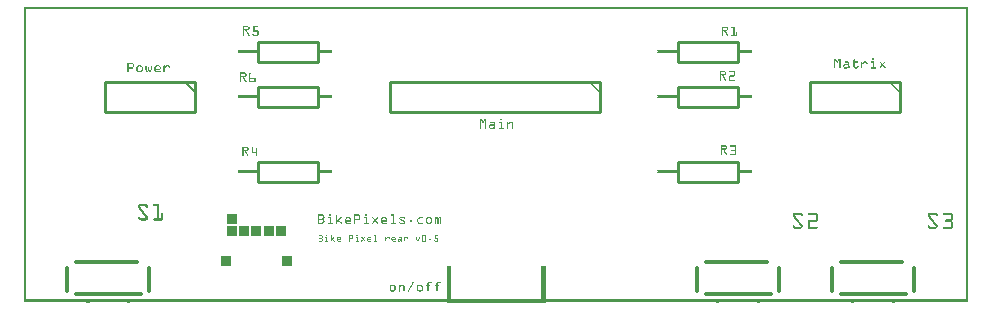
<source format=gto>
G04 MADE WITH FRITZING*
G04 WWW.FRITZING.ORG*
G04 DOUBLE SIDED*
G04 HOLES PLATED*
G04 CONTOUR ON CENTER OF CONTOUR VECTOR*
%ASAXBY*%
%FSLAX23Y23*%
%MOIN*%
%OFA0B0*%
%SFA1.0B1.0*%
%ADD10R,0.032835X0.032835*%
%ADD11C,0.010000*%
%ADD12C,0.005000*%
%ADD13C,0.011811*%
%ADD14R,0.001000X0.001000*%
%LNSILK1*%
G90*
G70*
G54D10*
X734Y237D03*
X694Y237D03*
X816Y237D03*
X775Y237D03*
X856Y237D03*
X694Y278D03*
X674Y136D03*
X877Y136D03*
G54D11*
X2180Y867D02*
X2380Y867D01*
D02*
X2380Y867D02*
X2380Y801D01*
D02*
X2380Y801D02*
X2180Y801D01*
D02*
X2180Y801D02*
X2180Y867D01*
D02*
X2921Y734D02*
X2621Y734D01*
D02*
X2621Y734D02*
X2621Y634D01*
D02*
X2621Y634D02*
X2921Y634D01*
D02*
X2921Y634D02*
X2921Y734D01*
D02*
X571Y734D02*
X271Y734D01*
D02*
X271Y734D02*
X271Y634D01*
D02*
X271Y634D02*
X571Y634D01*
D02*
X571Y634D02*
X571Y734D01*
G54D12*
D02*
X536Y734D02*
X571Y699D01*
G54D11*
D02*
X1921Y734D02*
X1221Y734D01*
D02*
X1221Y734D02*
X1221Y634D01*
D02*
X1221Y634D02*
X1921Y634D01*
D02*
X1921Y634D02*
X1921Y734D01*
D02*
X780Y717D02*
X980Y717D01*
D02*
X980Y717D02*
X980Y651D01*
D02*
X980Y651D02*
X780Y651D01*
D02*
X780Y651D02*
X780Y717D01*
D02*
X780Y867D02*
X980Y867D01*
D02*
X980Y867D02*
X980Y801D01*
D02*
X980Y801D02*
X780Y801D01*
D02*
X780Y801D02*
X780Y867D01*
D02*
X780Y467D02*
X980Y467D01*
D02*
X980Y467D02*
X980Y401D01*
D02*
X980Y401D02*
X780Y401D01*
D02*
X780Y401D02*
X780Y467D01*
D02*
X2180Y467D02*
X2380Y467D01*
D02*
X2380Y467D02*
X2380Y401D01*
D02*
X2380Y401D02*
X2180Y401D01*
D02*
X2180Y401D02*
X2180Y467D01*
D02*
X2180Y717D02*
X2380Y717D01*
D02*
X2380Y717D02*
X2380Y651D01*
D02*
X2380Y651D02*
X2180Y651D01*
D02*
X2180Y651D02*
X2180Y717D01*
G54D13*
X173Y134D02*
X379Y134D01*
D02*
X144Y114D02*
X144Y36D01*
D02*
X173Y26D02*
X390Y26D01*
D02*
X419Y114D02*
X419Y36D01*
D02*
X2273Y134D02*
X2479Y134D01*
D02*
X2244Y114D02*
X2244Y36D01*
D02*
X2273Y26D02*
X2490Y26D01*
D02*
X2519Y114D02*
X2519Y36D01*
D02*
X2723Y134D02*
X2929Y134D01*
D02*
X2694Y114D02*
X2694Y36D01*
D02*
X2723Y26D02*
X2940Y26D01*
D02*
X2969Y114D02*
X2969Y36D01*
D02*
G54D14*
X0Y984D02*
X3148Y984D01*
X0Y983D02*
X3148Y983D01*
X0Y982D02*
X3148Y982D01*
X0Y981D02*
X3148Y981D01*
X0Y980D02*
X3148Y980D01*
X0Y979D02*
X3148Y979D01*
X0Y978D02*
X3148Y978D01*
X0Y977D02*
X3148Y977D01*
X0Y976D02*
X3148Y976D01*
X0Y975D02*
X8Y975D01*
X3140Y975D02*
X3148Y975D01*
X0Y974D02*
X8Y974D01*
X3140Y974D02*
X3148Y974D01*
X0Y973D02*
X8Y973D01*
X3140Y973D02*
X3148Y973D01*
X0Y972D02*
X8Y972D01*
X3140Y972D02*
X3148Y972D01*
X0Y971D02*
X8Y971D01*
X3140Y971D02*
X3148Y971D01*
X0Y970D02*
X8Y970D01*
X3140Y970D02*
X3148Y970D01*
X0Y969D02*
X8Y969D01*
X3140Y969D02*
X3148Y969D01*
X0Y968D02*
X8Y968D01*
X3140Y968D02*
X3148Y968D01*
X0Y967D02*
X8Y967D01*
X3140Y967D02*
X3148Y967D01*
X0Y966D02*
X8Y966D01*
X3140Y966D02*
X3148Y966D01*
X0Y965D02*
X8Y965D01*
X3140Y965D02*
X3148Y965D01*
X0Y964D02*
X8Y964D01*
X3140Y964D02*
X3148Y964D01*
X0Y963D02*
X8Y963D01*
X3140Y963D02*
X3148Y963D01*
X0Y962D02*
X8Y962D01*
X3140Y962D02*
X3148Y962D01*
X0Y961D02*
X8Y961D01*
X3140Y961D02*
X3148Y961D01*
X0Y960D02*
X8Y960D01*
X3140Y960D02*
X3148Y960D01*
X0Y959D02*
X8Y959D01*
X3140Y959D02*
X3148Y959D01*
X0Y958D02*
X8Y958D01*
X3140Y958D02*
X3148Y958D01*
X0Y957D02*
X8Y957D01*
X3140Y957D02*
X3148Y957D01*
X0Y956D02*
X8Y956D01*
X3140Y956D02*
X3148Y956D01*
X0Y955D02*
X8Y955D01*
X3140Y955D02*
X3148Y955D01*
X0Y954D02*
X8Y954D01*
X3140Y954D02*
X3148Y954D01*
X0Y953D02*
X8Y953D01*
X3140Y953D02*
X3148Y953D01*
X0Y952D02*
X8Y952D01*
X3140Y952D02*
X3148Y952D01*
X0Y951D02*
X8Y951D01*
X3140Y951D02*
X3148Y951D01*
X0Y950D02*
X8Y950D01*
X3140Y950D02*
X3148Y950D01*
X0Y949D02*
X8Y949D01*
X3140Y949D02*
X3148Y949D01*
X0Y948D02*
X8Y948D01*
X3140Y948D02*
X3148Y948D01*
X0Y947D02*
X8Y947D01*
X3140Y947D02*
X3148Y947D01*
X0Y946D02*
X8Y946D01*
X3140Y946D02*
X3148Y946D01*
X0Y945D02*
X8Y945D01*
X3140Y945D02*
X3148Y945D01*
X0Y944D02*
X8Y944D01*
X3140Y944D02*
X3148Y944D01*
X0Y943D02*
X8Y943D01*
X3140Y943D02*
X3148Y943D01*
X0Y942D02*
X8Y942D01*
X3140Y942D02*
X3148Y942D01*
X0Y941D02*
X8Y941D01*
X3140Y941D02*
X3148Y941D01*
X0Y940D02*
X8Y940D01*
X3140Y940D02*
X3148Y940D01*
X0Y939D02*
X8Y939D01*
X3140Y939D02*
X3148Y939D01*
X0Y938D02*
X8Y938D01*
X3140Y938D02*
X3148Y938D01*
X0Y937D02*
X8Y937D01*
X3140Y937D02*
X3148Y937D01*
X0Y936D02*
X8Y936D01*
X3140Y936D02*
X3148Y936D01*
X0Y935D02*
X8Y935D01*
X3140Y935D02*
X3148Y935D01*
X0Y934D02*
X8Y934D01*
X3140Y934D02*
X3148Y934D01*
X0Y933D02*
X8Y933D01*
X3140Y933D02*
X3148Y933D01*
X0Y932D02*
X8Y932D01*
X3140Y932D02*
X3148Y932D01*
X0Y931D02*
X8Y931D01*
X3140Y931D02*
X3148Y931D01*
X0Y930D02*
X8Y930D01*
X3140Y930D02*
X3148Y930D01*
X0Y929D02*
X8Y929D01*
X3140Y929D02*
X3148Y929D01*
X0Y928D02*
X8Y928D01*
X3140Y928D02*
X3148Y928D01*
X0Y927D02*
X8Y927D01*
X3140Y927D02*
X3148Y927D01*
X0Y926D02*
X8Y926D01*
X3140Y926D02*
X3148Y926D01*
X0Y925D02*
X8Y925D01*
X3140Y925D02*
X3148Y925D01*
X0Y924D02*
X8Y924D01*
X3140Y924D02*
X3148Y924D01*
X0Y923D02*
X8Y923D01*
X3140Y923D02*
X3148Y923D01*
X0Y922D02*
X8Y922D01*
X3140Y922D02*
X3148Y922D01*
X0Y921D02*
X8Y921D01*
X3140Y921D02*
X3148Y921D01*
X0Y920D02*
X8Y920D01*
X3140Y920D02*
X3148Y920D01*
X0Y919D02*
X8Y919D01*
X732Y919D02*
X748Y919D01*
X766Y919D02*
X781Y919D01*
X3140Y919D02*
X3148Y919D01*
X0Y918D02*
X8Y918D01*
X732Y918D02*
X750Y918D01*
X766Y918D02*
X782Y918D01*
X2328Y918D02*
X2345Y918D01*
X2359Y918D02*
X2370Y918D01*
X3140Y918D02*
X3148Y918D01*
X0Y917D02*
X8Y917D01*
X732Y917D02*
X751Y917D01*
X766Y917D02*
X782Y917D01*
X2328Y917D02*
X2346Y917D01*
X2358Y917D02*
X2370Y917D01*
X3140Y917D02*
X3148Y917D01*
X0Y916D02*
X8Y916D01*
X732Y916D02*
X751Y916D01*
X766Y916D02*
X781Y916D01*
X2328Y916D02*
X2347Y916D01*
X2358Y916D02*
X2370Y916D01*
X3140Y916D02*
X3148Y916D01*
X0Y915D02*
X8Y915D01*
X732Y915D02*
X735Y915D01*
X748Y915D02*
X752Y915D01*
X766Y915D02*
X769Y915D01*
X2328Y915D02*
X2347Y915D01*
X2359Y915D02*
X2370Y915D01*
X3140Y915D02*
X3148Y915D01*
X0Y914D02*
X8Y914D01*
X732Y914D02*
X735Y914D01*
X748Y914D02*
X752Y914D01*
X766Y914D02*
X769Y914D01*
X2328Y914D02*
X2331Y914D01*
X2344Y914D02*
X2348Y914D01*
X2366Y914D02*
X2370Y914D01*
X3140Y914D02*
X3148Y914D01*
X0Y913D02*
X8Y913D01*
X732Y913D02*
X735Y913D01*
X748Y913D02*
X752Y913D01*
X766Y913D02*
X769Y913D01*
X2328Y913D02*
X2331Y913D01*
X2345Y913D02*
X2348Y913D01*
X2366Y913D02*
X2370Y913D01*
X3140Y913D02*
X3148Y913D01*
X0Y912D02*
X8Y912D01*
X732Y912D02*
X735Y912D01*
X748Y912D02*
X752Y912D01*
X766Y912D02*
X769Y912D01*
X2328Y912D02*
X2331Y912D01*
X2345Y912D02*
X2348Y912D01*
X2366Y912D02*
X2370Y912D01*
X3140Y912D02*
X3148Y912D01*
X0Y911D02*
X8Y911D01*
X732Y911D02*
X735Y911D01*
X748Y911D02*
X752Y911D01*
X766Y911D02*
X769Y911D01*
X2328Y911D02*
X2331Y911D01*
X2345Y911D02*
X2348Y911D01*
X2366Y911D02*
X2370Y911D01*
X3140Y911D02*
X3148Y911D01*
X0Y910D02*
X8Y910D01*
X732Y910D02*
X735Y910D01*
X748Y910D02*
X752Y910D01*
X766Y910D02*
X769Y910D01*
X2328Y910D02*
X2331Y910D01*
X2345Y910D02*
X2348Y910D01*
X2366Y910D02*
X2370Y910D01*
X3140Y910D02*
X3148Y910D01*
X0Y909D02*
X8Y909D01*
X732Y909D02*
X751Y909D01*
X766Y909D02*
X769Y909D01*
X2328Y909D02*
X2331Y909D01*
X2344Y909D02*
X2348Y909D01*
X2366Y909D02*
X2370Y909D01*
X3140Y909D02*
X3148Y909D01*
X0Y908D02*
X8Y908D01*
X732Y908D02*
X751Y908D01*
X766Y908D02*
X769Y908D01*
X2328Y908D02*
X2347Y908D01*
X2366Y908D02*
X2370Y908D01*
X3140Y908D02*
X3148Y908D01*
X0Y907D02*
X8Y907D01*
X732Y907D02*
X750Y907D01*
X766Y907D02*
X769Y907D01*
X2328Y907D02*
X2347Y907D01*
X2366Y907D02*
X2370Y907D01*
X3140Y907D02*
X3148Y907D01*
X0Y906D02*
X8Y906D01*
X732Y906D02*
X748Y906D01*
X766Y906D02*
X770Y906D01*
X2328Y906D02*
X2346Y906D01*
X2366Y906D02*
X2370Y906D01*
X3140Y906D02*
X3148Y906D01*
X0Y905D02*
X8Y905D01*
X732Y905D02*
X735Y905D01*
X739Y905D02*
X743Y905D01*
X766Y905D02*
X780Y905D01*
X2328Y905D02*
X2345Y905D01*
X2366Y905D02*
X2370Y905D01*
X3140Y905D02*
X3148Y905D01*
X0Y904D02*
X8Y904D01*
X732Y904D02*
X735Y904D01*
X740Y904D02*
X744Y904D01*
X766Y904D02*
X781Y904D01*
X2328Y904D02*
X2332Y904D01*
X2335Y904D02*
X2340Y904D01*
X2366Y904D02*
X2370Y904D01*
X3140Y904D02*
X3148Y904D01*
X0Y903D02*
X8Y903D01*
X732Y903D02*
X735Y903D01*
X740Y903D02*
X744Y903D01*
X766Y903D02*
X781Y903D01*
X2328Y903D02*
X2331Y903D01*
X2336Y903D02*
X2340Y903D01*
X2366Y903D02*
X2370Y903D01*
X3140Y903D02*
X3148Y903D01*
X0Y902D02*
X8Y902D01*
X732Y902D02*
X735Y902D01*
X741Y902D02*
X745Y902D01*
X766Y902D02*
X782Y902D01*
X2328Y902D02*
X2331Y902D01*
X2336Y902D02*
X2340Y902D01*
X2366Y902D02*
X2370Y902D01*
X3140Y902D02*
X3148Y902D01*
X0Y901D02*
X8Y901D01*
X732Y901D02*
X735Y901D01*
X741Y901D02*
X745Y901D01*
X779Y901D02*
X782Y901D01*
X2328Y901D02*
X2331Y901D01*
X2337Y901D02*
X2341Y901D01*
X2366Y901D02*
X2370Y901D01*
X2376Y901D02*
X2377Y901D01*
X3140Y901D02*
X3148Y901D01*
X0Y900D02*
X8Y900D01*
X732Y900D02*
X735Y900D01*
X742Y900D02*
X746Y900D01*
X779Y900D02*
X782Y900D01*
X2328Y900D02*
X2331Y900D01*
X2338Y900D02*
X2342Y900D01*
X2366Y900D02*
X2370Y900D01*
X2375Y900D02*
X2378Y900D01*
X3140Y900D02*
X3148Y900D01*
X0Y899D02*
X8Y899D01*
X732Y899D02*
X735Y899D01*
X743Y899D02*
X747Y899D01*
X779Y899D02*
X782Y899D01*
X2328Y899D02*
X2331Y899D01*
X2338Y899D02*
X2342Y899D01*
X2366Y899D02*
X2370Y899D01*
X2375Y899D02*
X2378Y899D01*
X3140Y899D02*
X3148Y899D01*
X0Y898D02*
X8Y898D01*
X732Y898D02*
X735Y898D01*
X743Y898D02*
X747Y898D01*
X779Y898D02*
X782Y898D01*
X2328Y898D02*
X2331Y898D01*
X2339Y898D02*
X2343Y898D01*
X2366Y898D02*
X2370Y898D01*
X2375Y898D02*
X2378Y898D01*
X3140Y898D02*
X3148Y898D01*
X0Y897D02*
X8Y897D01*
X732Y897D02*
X735Y897D01*
X744Y897D02*
X748Y897D01*
X779Y897D02*
X782Y897D01*
X2328Y897D02*
X2331Y897D01*
X2339Y897D02*
X2343Y897D01*
X2366Y897D02*
X2370Y897D01*
X2375Y897D02*
X2378Y897D01*
X3140Y897D02*
X3148Y897D01*
X0Y896D02*
X8Y896D01*
X732Y896D02*
X735Y896D01*
X744Y896D02*
X748Y896D01*
X779Y896D02*
X782Y896D01*
X2328Y896D02*
X2331Y896D01*
X2340Y896D02*
X2344Y896D01*
X2366Y896D02*
X2370Y896D01*
X2375Y896D02*
X2378Y896D01*
X3140Y896D02*
X3148Y896D01*
X0Y895D02*
X8Y895D01*
X732Y895D02*
X735Y895D01*
X745Y895D02*
X749Y895D01*
X779Y895D02*
X782Y895D01*
X2328Y895D02*
X2331Y895D01*
X2341Y895D02*
X2344Y895D01*
X2366Y895D02*
X2370Y895D01*
X2375Y895D02*
X2378Y895D01*
X3140Y895D02*
X3148Y895D01*
X0Y894D02*
X8Y894D01*
X732Y894D02*
X735Y894D01*
X746Y894D02*
X749Y894D01*
X779Y894D02*
X782Y894D01*
X2328Y894D02*
X2331Y894D01*
X2341Y894D02*
X2345Y894D01*
X2366Y894D02*
X2370Y894D01*
X2375Y894D02*
X2378Y894D01*
X3140Y894D02*
X3148Y894D01*
X0Y893D02*
X8Y893D01*
X732Y893D02*
X735Y893D01*
X746Y893D02*
X750Y893D01*
X763Y893D02*
X765Y893D01*
X779Y893D02*
X782Y893D01*
X2328Y893D02*
X2331Y893D01*
X2342Y893D02*
X2346Y893D01*
X2366Y893D02*
X2370Y893D01*
X2375Y893D02*
X2378Y893D01*
X3140Y893D02*
X3148Y893D01*
X0Y892D02*
X8Y892D01*
X732Y892D02*
X735Y892D01*
X747Y892D02*
X751Y892D01*
X762Y892D02*
X767Y892D01*
X778Y892D02*
X782Y892D01*
X2328Y892D02*
X2331Y892D01*
X2342Y892D02*
X2346Y892D01*
X2366Y892D02*
X2370Y892D01*
X2375Y892D02*
X2378Y892D01*
X3140Y892D02*
X3148Y892D01*
X0Y891D02*
X8Y891D01*
X732Y891D02*
X735Y891D01*
X747Y891D02*
X751Y891D01*
X762Y891D02*
X782Y891D01*
X2328Y891D02*
X2331Y891D01*
X2343Y891D02*
X2347Y891D01*
X2366Y891D02*
X2370Y891D01*
X2375Y891D02*
X2378Y891D01*
X3140Y891D02*
X3148Y891D01*
X0Y890D02*
X8Y890D01*
X732Y890D02*
X735Y890D01*
X748Y890D02*
X752Y890D01*
X763Y890D02*
X781Y890D01*
X2328Y890D02*
X2331Y890D01*
X2343Y890D02*
X2347Y890D01*
X2359Y890D02*
X2378Y890D01*
X3140Y890D02*
X3148Y890D01*
X0Y889D02*
X8Y889D01*
X732Y889D02*
X735Y889D01*
X748Y889D02*
X752Y889D01*
X764Y889D02*
X781Y889D01*
X2328Y889D02*
X2331Y889D01*
X2344Y889D02*
X2348Y889D01*
X2358Y889D02*
X2378Y889D01*
X3140Y889D02*
X3148Y889D01*
X0Y888D02*
X8Y888D01*
X733Y888D02*
X734Y888D01*
X749Y888D02*
X751Y888D01*
X766Y888D02*
X780Y888D01*
X2328Y888D02*
X2331Y888D01*
X2345Y888D02*
X2348Y888D01*
X2358Y888D02*
X2378Y888D01*
X3140Y888D02*
X3148Y888D01*
X0Y887D02*
X8Y887D01*
X2329Y887D02*
X2331Y887D01*
X2345Y887D02*
X2347Y887D01*
X2359Y887D02*
X2377Y887D01*
X3140Y887D02*
X3148Y887D01*
X0Y886D02*
X8Y886D01*
X3140Y886D02*
X3148Y886D01*
X0Y885D02*
X8Y885D01*
X3140Y885D02*
X3148Y885D01*
X0Y884D02*
X8Y884D01*
X3140Y884D02*
X3148Y884D01*
X0Y883D02*
X8Y883D01*
X3140Y883D02*
X3148Y883D01*
X0Y882D02*
X8Y882D01*
X3140Y882D02*
X3148Y882D01*
X0Y881D02*
X8Y881D01*
X3140Y881D02*
X3148Y881D01*
X0Y880D02*
X8Y880D01*
X3140Y880D02*
X3148Y880D01*
X0Y879D02*
X8Y879D01*
X3140Y879D02*
X3148Y879D01*
X0Y878D02*
X8Y878D01*
X3140Y878D02*
X3148Y878D01*
X0Y877D02*
X8Y877D01*
X3140Y877D02*
X3148Y877D01*
X0Y876D02*
X8Y876D01*
X3140Y876D02*
X3148Y876D01*
X0Y875D02*
X8Y875D01*
X3140Y875D02*
X3148Y875D01*
X0Y874D02*
X8Y874D01*
X3140Y874D02*
X3148Y874D01*
X0Y873D02*
X8Y873D01*
X3140Y873D02*
X3148Y873D01*
X0Y872D02*
X8Y872D01*
X3140Y872D02*
X3148Y872D01*
X0Y871D02*
X8Y871D01*
X3140Y871D02*
X3148Y871D01*
X0Y870D02*
X8Y870D01*
X3140Y870D02*
X3148Y870D01*
X0Y869D02*
X8Y869D01*
X3140Y869D02*
X3148Y869D01*
X0Y868D02*
X8Y868D01*
X3140Y868D02*
X3148Y868D01*
X0Y867D02*
X8Y867D01*
X3140Y867D02*
X3148Y867D01*
X0Y866D02*
X8Y866D01*
X3140Y866D02*
X3148Y866D01*
X0Y865D02*
X8Y865D01*
X3140Y865D02*
X3148Y865D01*
X0Y864D02*
X8Y864D01*
X3140Y864D02*
X3148Y864D01*
X0Y863D02*
X8Y863D01*
X3140Y863D02*
X3148Y863D01*
X0Y862D02*
X8Y862D01*
X3140Y862D02*
X3148Y862D01*
X0Y861D02*
X8Y861D01*
X3140Y861D02*
X3148Y861D01*
X0Y860D02*
X8Y860D01*
X3140Y860D02*
X3148Y860D01*
X0Y859D02*
X8Y859D01*
X3140Y859D02*
X3148Y859D01*
X0Y858D02*
X8Y858D01*
X3140Y858D02*
X3148Y858D01*
X0Y857D02*
X8Y857D01*
X3140Y857D02*
X3148Y857D01*
X0Y856D02*
X8Y856D01*
X3140Y856D02*
X3148Y856D01*
X0Y855D02*
X8Y855D01*
X3140Y855D02*
X3148Y855D01*
X0Y854D02*
X8Y854D01*
X3140Y854D02*
X3148Y854D01*
X0Y853D02*
X8Y853D01*
X3140Y853D02*
X3148Y853D01*
X0Y852D02*
X8Y852D01*
X3140Y852D02*
X3148Y852D01*
X0Y851D02*
X8Y851D01*
X3140Y851D02*
X3148Y851D01*
X0Y850D02*
X8Y850D01*
X3140Y850D02*
X3148Y850D01*
X0Y849D02*
X8Y849D01*
X3140Y849D02*
X3148Y849D01*
X0Y848D02*
X8Y848D01*
X3140Y848D02*
X3148Y848D01*
X0Y847D02*
X8Y847D01*
X3140Y847D02*
X3148Y847D01*
X0Y846D02*
X8Y846D01*
X3140Y846D02*
X3148Y846D01*
X0Y845D02*
X8Y845D01*
X3140Y845D02*
X3148Y845D01*
X0Y844D02*
X8Y844D01*
X3140Y844D02*
X3148Y844D01*
X0Y843D02*
X8Y843D01*
X3140Y843D02*
X3148Y843D01*
X0Y842D02*
X8Y842D01*
X3140Y842D02*
X3148Y842D01*
X0Y841D02*
X8Y841D01*
X3140Y841D02*
X3148Y841D01*
X0Y840D02*
X8Y840D01*
X3140Y840D02*
X3148Y840D01*
X0Y839D02*
X8Y839D01*
X713Y839D02*
X779Y839D01*
X980Y839D02*
X1027Y839D01*
X2112Y839D02*
X2179Y839D01*
X2380Y839D02*
X2427Y839D01*
X3140Y839D02*
X3148Y839D01*
X0Y838D02*
X8Y838D01*
X713Y838D02*
X779Y838D01*
X980Y838D02*
X1027Y838D01*
X2112Y838D02*
X2179Y838D01*
X2380Y838D02*
X2427Y838D01*
X3140Y838D02*
X3148Y838D01*
X0Y837D02*
X8Y837D01*
X713Y837D02*
X779Y837D01*
X980Y837D02*
X1027Y837D01*
X2112Y837D02*
X2179Y837D01*
X2380Y837D02*
X2427Y837D01*
X3140Y837D02*
X3148Y837D01*
X0Y836D02*
X8Y836D01*
X713Y836D02*
X779Y836D01*
X980Y836D02*
X1027Y836D01*
X2113Y836D02*
X2179Y836D01*
X2380Y836D02*
X2427Y836D01*
X3140Y836D02*
X3148Y836D01*
X0Y835D02*
X8Y835D01*
X713Y835D02*
X779Y835D01*
X980Y835D02*
X1027Y835D01*
X2113Y835D02*
X2179Y835D01*
X2380Y835D02*
X2427Y835D01*
X3140Y835D02*
X3148Y835D01*
X0Y834D02*
X8Y834D01*
X713Y834D02*
X779Y834D01*
X980Y834D02*
X1027Y834D01*
X2113Y834D02*
X2179Y834D01*
X2380Y834D02*
X2427Y834D01*
X3140Y834D02*
X3148Y834D01*
X0Y833D02*
X8Y833D01*
X713Y833D02*
X779Y833D01*
X980Y833D02*
X1027Y833D01*
X2112Y833D02*
X2179Y833D01*
X2380Y833D02*
X2427Y833D01*
X3140Y833D02*
X3148Y833D01*
X0Y832D02*
X8Y832D01*
X713Y832D02*
X779Y832D01*
X980Y832D02*
X1027Y832D01*
X2112Y832D02*
X2179Y832D01*
X2380Y832D02*
X2427Y832D01*
X3140Y832D02*
X3148Y832D01*
X0Y831D02*
X8Y831D01*
X713Y831D02*
X779Y831D01*
X980Y831D02*
X1027Y831D01*
X2112Y831D02*
X2179Y831D01*
X2380Y831D02*
X2427Y831D01*
X3140Y831D02*
X3148Y831D01*
X0Y830D02*
X8Y830D01*
X713Y830D02*
X779Y830D01*
X980Y830D02*
X1027Y830D01*
X2112Y830D02*
X2178Y830D01*
X2380Y830D02*
X2427Y830D01*
X3140Y830D02*
X3148Y830D01*
X0Y829D02*
X8Y829D01*
X3140Y829D02*
X3148Y829D01*
X0Y828D02*
X8Y828D01*
X3140Y828D02*
X3148Y828D01*
X0Y827D02*
X8Y827D01*
X3140Y827D02*
X3148Y827D01*
X0Y826D02*
X8Y826D01*
X3140Y826D02*
X3148Y826D01*
X0Y825D02*
X8Y825D01*
X3140Y825D02*
X3148Y825D01*
X0Y824D02*
X8Y824D01*
X3140Y824D02*
X3148Y824D01*
X0Y823D02*
X8Y823D01*
X3140Y823D02*
X3148Y823D01*
X0Y822D02*
X8Y822D01*
X3140Y822D02*
X3148Y822D01*
X0Y821D02*
X8Y821D01*
X3140Y821D02*
X3148Y821D01*
X0Y820D02*
X8Y820D01*
X3140Y820D02*
X3148Y820D01*
X0Y819D02*
X8Y819D01*
X3140Y819D02*
X3148Y819D01*
X0Y818D02*
X8Y818D01*
X3140Y818D02*
X3148Y818D01*
X0Y817D02*
X8Y817D01*
X3140Y817D02*
X3148Y817D01*
X0Y816D02*
X8Y816D01*
X3140Y816D02*
X3148Y816D01*
X0Y815D02*
X8Y815D01*
X3140Y815D02*
X3148Y815D01*
X0Y814D02*
X8Y814D01*
X3140Y814D02*
X3148Y814D01*
X0Y813D02*
X8Y813D01*
X3140Y813D02*
X3148Y813D01*
X0Y812D02*
X8Y812D01*
X2829Y812D02*
X2833Y812D01*
X3140Y812D02*
X3148Y812D01*
X0Y811D02*
X8Y811D01*
X2702Y811D02*
X2706Y811D01*
X2717Y811D02*
X2721Y811D01*
X2829Y811D02*
X2834Y811D01*
X3140Y811D02*
X3148Y811D01*
X0Y810D02*
X8Y810D01*
X2702Y810D02*
X2707Y810D01*
X2716Y810D02*
X2722Y810D01*
X2828Y810D02*
X2834Y810D01*
X3140Y810D02*
X3148Y810D01*
X0Y809D02*
X8Y809D01*
X2702Y809D02*
X2708Y809D01*
X2716Y809D02*
X2722Y809D01*
X2767Y809D02*
X2769Y809D01*
X2829Y809D02*
X2834Y809D01*
X3140Y809D02*
X3148Y809D01*
X0Y808D02*
X8Y808D01*
X2702Y808D02*
X2708Y808D01*
X2715Y808D02*
X2722Y808D01*
X2766Y808D02*
X2769Y808D01*
X2829Y808D02*
X2833Y808D01*
X3140Y808D02*
X3148Y808D01*
X0Y807D02*
X8Y807D01*
X2702Y807D02*
X2709Y807D01*
X2714Y807D02*
X2722Y807D01*
X2766Y807D02*
X2769Y807D01*
X2831Y807D02*
X2831Y807D01*
X3140Y807D02*
X3148Y807D01*
X0Y806D02*
X8Y806D01*
X2702Y806D02*
X2710Y806D01*
X2714Y806D02*
X2722Y806D01*
X2766Y806D02*
X2769Y806D01*
X3140Y806D02*
X3148Y806D01*
X0Y805D02*
X8Y805D01*
X2702Y805D02*
X2710Y805D01*
X2713Y805D02*
X2722Y805D01*
X2766Y805D02*
X2769Y805D01*
X3140Y805D02*
X3148Y805D01*
X0Y804D02*
X8Y804D01*
X2702Y804D02*
X2705Y804D01*
X2707Y804D02*
X2716Y804D01*
X2718Y804D02*
X2722Y804D01*
X2766Y804D02*
X2769Y804D01*
X3140Y804D02*
X3148Y804D01*
X0Y803D02*
X8Y803D01*
X2702Y803D02*
X2705Y803D01*
X2708Y803D02*
X2716Y803D01*
X2718Y803D02*
X2722Y803D01*
X2766Y803D02*
X2769Y803D01*
X3140Y803D02*
X3148Y803D01*
X0Y802D02*
X8Y802D01*
X2702Y802D02*
X2705Y802D01*
X2708Y802D02*
X2715Y802D01*
X2718Y802D02*
X2722Y802D01*
X2737Y802D02*
X2747Y802D01*
X2763Y802D02*
X2779Y802D01*
X2793Y802D02*
X2794Y802D01*
X2801Y802D02*
X2808Y802D01*
X2825Y802D02*
X2833Y802D01*
X2854Y802D02*
X2855Y802D01*
X2870Y802D02*
X2871Y802D01*
X3140Y802D02*
X3148Y802D01*
X0Y801D02*
X8Y801D01*
X2702Y801D02*
X2705Y801D01*
X2709Y801D02*
X2714Y801D01*
X2718Y801D02*
X2722Y801D01*
X2736Y801D02*
X2749Y801D01*
X2762Y801D02*
X2780Y801D01*
X2792Y801D02*
X2795Y801D01*
X2800Y801D02*
X2809Y801D01*
X2825Y801D02*
X2834Y801D01*
X2853Y801D02*
X2856Y801D01*
X2868Y801D02*
X2872Y801D01*
X3140Y801D02*
X3148Y801D01*
X0Y800D02*
X8Y800D01*
X2702Y800D02*
X2705Y800D01*
X2710Y800D02*
X2714Y800D01*
X2718Y800D02*
X2722Y800D01*
X2736Y800D02*
X2750Y800D01*
X2762Y800D02*
X2780Y800D01*
X2792Y800D02*
X2795Y800D01*
X2799Y800D02*
X2810Y800D01*
X2824Y800D02*
X2834Y800D01*
X2853Y800D02*
X2857Y800D01*
X2868Y800D02*
X2872Y800D01*
X3140Y800D02*
X3148Y800D01*
X0Y799D02*
X8Y799D01*
X2702Y799D02*
X2705Y799D01*
X2710Y799D02*
X2713Y799D01*
X2718Y799D02*
X2722Y799D01*
X2737Y799D02*
X2750Y799D01*
X2763Y799D02*
X2779Y799D01*
X2792Y799D02*
X2795Y799D01*
X2798Y799D02*
X2811Y799D01*
X2825Y799D02*
X2834Y799D01*
X2853Y799D02*
X2858Y799D01*
X2867Y799D02*
X2871Y799D01*
X3140Y799D02*
X3148Y799D01*
X0Y798D02*
X8Y798D01*
X346Y798D02*
X361Y798D01*
X2702Y798D02*
X2705Y798D01*
X2710Y798D02*
X2713Y798D01*
X2718Y798D02*
X2722Y798D01*
X2747Y798D02*
X2751Y798D01*
X2766Y798D02*
X2770Y798D01*
X2792Y798D02*
X2802Y798D01*
X2807Y798D02*
X2812Y798D01*
X2830Y798D02*
X2834Y798D01*
X2854Y798D02*
X2859Y798D01*
X2866Y798D02*
X2870Y798D01*
X3140Y798D02*
X3148Y798D01*
X0Y797D02*
X8Y797D01*
X346Y797D02*
X363Y797D01*
X2702Y797D02*
X2705Y797D01*
X2711Y797D02*
X2713Y797D01*
X2718Y797D02*
X2722Y797D01*
X2748Y797D02*
X2751Y797D01*
X2766Y797D02*
X2769Y797D01*
X2792Y797D02*
X2801Y797D01*
X2808Y797D02*
X2812Y797D01*
X2831Y797D02*
X2834Y797D01*
X2855Y797D02*
X2859Y797D01*
X2865Y797D02*
X2870Y797D01*
X3140Y797D02*
X3148Y797D01*
X0Y796D02*
X8Y796D01*
X346Y796D02*
X364Y796D01*
X2702Y796D02*
X2705Y796D01*
X2718Y796D02*
X2722Y796D01*
X2748Y796D02*
X2751Y796D01*
X2766Y796D02*
X2769Y796D01*
X2792Y796D02*
X2800Y796D01*
X2809Y796D02*
X2812Y796D01*
X2831Y796D02*
X2834Y796D01*
X2856Y796D02*
X2860Y796D01*
X2864Y796D02*
X2869Y796D01*
X3140Y796D02*
X3148Y796D01*
X0Y795D02*
X8Y795D01*
X346Y795D02*
X365Y795D01*
X2702Y795D02*
X2705Y795D01*
X2718Y795D02*
X2722Y795D01*
X2748Y795D02*
X2751Y795D01*
X2766Y795D02*
X2769Y795D01*
X2792Y795D02*
X2799Y795D01*
X2809Y795D02*
X2812Y795D01*
X2831Y795D02*
X2834Y795D01*
X2857Y795D02*
X2861Y795D01*
X2864Y795D02*
X2868Y795D01*
X3140Y795D02*
X3148Y795D01*
X0Y794D02*
X8Y794D01*
X346Y794D02*
X365Y794D01*
X2702Y794D02*
X2705Y794D01*
X2718Y794D02*
X2722Y794D01*
X2748Y794D02*
X2751Y794D01*
X2766Y794D02*
X2769Y794D01*
X2792Y794D02*
X2797Y794D01*
X2809Y794D02*
X2812Y794D01*
X2831Y794D02*
X2834Y794D01*
X2857Y794D02*
X2867Y794D01*
X3140Y794D02*
X3148Y794D01*
X0Y793D02*
X8Y793D01*
X346Y793D02*
X349Y793D01*
X362Y793D02*
X366Y793D01*
X2702Y793D02*
X2705Y793D01*
X2718Y793D02*
X2722Y793D01*
X2736Y793D02*
X2751Y793D01*
X2766Y793D02*
X2769Y793D01*
X2792Y793D02*
X2796Y793D01*
X2810Y793D02*
X2810Y793D01*
X2831Y793D02*
X2834Y793D01*
X2858Y793D02*
X2866Y793D01*
X3140Y793D02*
X3148Y793D01*
X0Y792D02*
X8Y792D01*
X346Y792D02*
X349Y792D01*
X363Y792D02*
X366Y792D01*
X2702Y792D02*
X2705Y792D01*
X2718Y792D02*
X2722Y792D01*
X2734Y792D02*
X2751Y792D01*
X2766Y792D02*
X2769Y792D01*
X2792Y792D02*
X2795Y792D01*
X2831Y792D02*
X2834Y792D01*
X2859Y792D02*
X2865Y792D01*
X3140Y792D02*
X3148Y792D01*
X0Y791D02*
X8Y791D01*
X346Y791D02*
X349Y791D01*
X363Y791D02*
X366Y791D01*
X2702Y791D02*
X2705Y791D01*
X2718Y791D02*
X2722Y791D01*
X2733Y791D02*
X2751Y791D01*
X2766Y791D02*
X2769Y791D01*
X2792Y791D02*
X2795Y791D01*
X2831Y791D02*
X2834Y791D01*
X2860Y791D02*
X2865Y791D01*
X3140Y791D02*
X3148Y791D01*
X0Y790D02*
X8Y790D01*
X346Y790D02*
X349Y790D01*
X363Y790D02*
X366Y790D01*
X2702Y790D02*
X2705Y790D01*
X2718Y790D02*
X2722Y790D01*
X2733Y790D02*
X2751Y790D01*
X2766Y790D02*
X2769Y790D01*
X2792Y790D02*
X2795Y790D01*
X2831Y790D02*
X2834Y790D01*
X2859Y790D02*
X2865Y790D01*
X3140Y790D02*
X3148Y790D01*
X0Y789D02*
X8Y789D01*
X346Y789D02*
X349Y789D01*
X363Y789D02*
X366Y789D01*
X382Y789D02*
X390Y789D01*
X407Y789D02*
X408Y789D01*
X424Y789D02*
X425Y789D01*
X442Y789D02*
X450Y789D01*
X468Y789D02*
X469Y789D01*
X476Y789D02*
X482Y789D01*
X2702Y789D02*
X2705Y789D01*
X2718Y789D02*
X2722Y789D01*
X2732Y789D02*
X2736Y789D01*
X2747Y789D02*
X2751Y789D01*
X2766Y789D02*
X2769Y789D01*
X2792Y789D02*
X2795Y789D01*
X2831Y789D02*
X2834Y789D01*
X2859Y789D02*
X2866Y789D01*
X3140Y789D02*
X3148Y789D01*
X0Y788D02*
X8Y788D01*
X346Y788D02*
X349Y788D01*
X363Y788D02*
X366Y788D01*
X380Y788D02*
X392Y788D01*
X406Y788D02*
X409Y788D01*
X423Y788D02*
X426Y788D01*
X440Y788D02*
X452Y788D01*
X467Y788D02*
X469Y788D01*
X475Y788D02*
X484Y788D01*
X2702Y788D02*
X2705Y788D01*
X2718Y788D02*
X2722Y788D01*
X2732Y788D02*
X2735Y788D01*
X2748Y788D02*
X2751Y788D01*
X2766Y788D02*
X2769Y788D01*
X2792Y788D02*
X2795Y788D01*
X2831Y788D02*
X2834Y788D01*
X2858Y788D02*
X2867Y788D01*
X3140Y788D02*
X3148Y788D01*
X0Y787D02*
X8Y787D01*
X346Y787D02*
X349Y787D01*
X363Y787D02*
X366Y787D01*
X379Y787D02*
X393Y787D01*
X406Y787D02*
X409Y787D01*
X423Y787D02*
X426Y787D01*
X439Y787D02*
X453Y787D01*
X466Y787D02*
X470Y787D01*
X473Y787D02*
X485Y787D01*
X2702Y787D02*
X2705Y787D01*
X2718Y787D02*
X2722Y787D01*
X2732Y787D02*
X2735Y787D01*
X2748Y787D02*
X2751Y787D01*
X2766Y787D02*
X2769Y787D01*
X2792Y787D02*
X2795Y787D01*
X2831Y787D02*
X2834Y787D01*
X2857Y787D02*
X2861Y787D01*
X2863Y787D02*
X2868Y787D01*
X3140Y787D02*
X3148Y787D01*
X0Y786D02*
X8Y786D01*
X346Y786D02*
X349Y786D01*
X363Y786D02*
X366Y786D01*
X378Y786D02*
X394Y786D01*
X406Y786D02*
X409Y786D01*
X423Y786D02*
X426Y786D01*
X438Y786D02*
X454Y786D01*
X466Y786D02*
X470Y786D01*
X472Y786D02*
X485Y786D01*
X2702Y786D02*
X2705Y786D01*
X2718Y786D02*
X2722Y786D01*
X2732Y786D02*
X2735Y786D01*
X2748Y786D02*
X2752Y786D01*
X2766Y786D02*
X2769Y786D01*
X2780Y786D02*
X2781Y786D01*
X2792Y786D02*
X2795Y786D01*
X2831Y786D02*
X2834Y786D01*
X2856Y786D02*
X2861Y786D01*
X2864Y786D02*
X2869Y786D01*
X3140Y786D02*
X3148Y786D01*
X0Y785D02*
X8Y785D01*
X346Y785D02*
X349Y785D01*
X363Y785D02*
X366Y785D01*
X377Y785D02*
X383Y785D01*
X389Y785D02*
X395Y785D01*
X406Y785D02*
X409Y785D01*
X423Y785D02*
X426Y785D01*
X437Y785D02*
X443Y785D01*
X450Y785D02*
X455Y785D01*
X466Y785D02*
X477Y785D01*
X481Y785D02*
X486Y785D01*
X2702Y785D02*
X2705Y785D01*
X2718Y785D02*
X2722Y785D01*
X2732Y785D02*
X2735Y785D01*
X2747Y785D02*
X2752Y785D01*
X2766Y785D02*
X2769Y785D01*
X2779Y785D02*
X2782Y785D01*
X2792Y785D02*
X2795Y785D01*
X2831Y785D02*
X2834Y785D01*
X2855Y785D02*
X2860Y785D01*
X2865Y785D02*
X2869Y785D01*
X3140Y785D02*
X3148Y785D01*
X0Y784D02*
X8Y784D01*
X346Y784D02*
X349Y784D01*
X362Y784D02*
X366Y784D01*
X377Y784D02*
X381Y784D01*
X391Y784D02*
X395Y784D01*
X406Y784D02*
X409Y784D01*
X423Y784D02*
X426Y784D01*
X437Y784D02*
X441Y784D01*
X452Y784D02*
X456Y784D01*
X466Y784D02*
X475Y784D01*
X483Y784D02*
X486Y784D01*
X2702Y784D02*
X2705Y784D01*
X2718Y784D02*
X2722Y784D01*
X2732Y784D02*
X2735Y784D01*
X2746Y784D02*
X2752Y784D01*
X2766Y784D02*
X2770Y784D01*
X2778Y784D02*
X2782Y784D01*
X2792Y784D02*
X2795Y784D01*
X2831Y784D02*
X2834Y784D01*
X2854Y784D02*
X2859Y784D01*
X2866Y784D02*
X2870Y784D01*
X3140Y784D02*
X3148Y784D01*
X0Y783D02*
X8Y783D01*
X346Y783D02*
X349Y783D01*
X362Y783D02*
X366Y783D01*
X376Y783D02*
X380Y783D01*
X392Y783D02*
X396Y783D01*
X406Y783D02*
X409Y783D01*
X423Y783D02*
X426Y783D01*
X437Y783D02*
X440Y783D01*
X452Y783D02*
X456Y783D01*
X466Y783D02*
X474Y783D01*
X483Y783D02*
X486Y783D01*
X2702Y783D02*
X2705Y783D01*
X2718Y783D02*
X2722Y783D01*
X2732Y783D02*
X2737Y783D01*
X2744Y783D02*
X2752Y783D01*
X2767Y783D02*
X2771Y783D01*
X2777Y783D02*
X2781Y783D01*
X2792Y783D02*
X2795Y783D01*
X2830Y783D02*
X2834Y783D01*
X2854Y783D02*
X2858Y783D01*
X2867Y783D02*
X2871Y783D01*
X3140Y783D02*
X3148Y783D01*
X0Y782D02*
X8Y782D01*
X346Y782D02*
X365Y782D01*
X376Y782D02*
X379Y782D01*
X393Y782D02*
X396Y782D01*
X406Y782D02*
X409Y782D01*
X416Y782D02*
X416Y782D01*
X423Y782D02*
X426Y782D01*
X436Y782D02*
X440Y782D01*
X453Y782D02*
X456Y782D01*
X466Y782D02*
X473Y782D01*
X483Y782D02*
X486Y782D01*
X2702Y782D02*
X2705Y782D01*
X2718Y782D02*
X2722Y782D01*
X2733Y782D02*
X2752Y782D01*
X2767Y782D02*
X2781Y782D01*
X2792Y782D02*
X2795Y782D01*
X2825Y782D02*
X2840Y782D01*
X2853Y782D02*
X2857Y782D01*
X2867Y782D02*
X2872Y782D01*
X3140Y782D02*
X3148Y782D01*
X0Y781D02*
X8Y781D01*
X346Y781D02*
X365Y781D01*
X376Y781D02*
X379Y781D01*
X393Y781D02*
X396Y781D01*
X406Y781D02*
X409Y781D01*
X415Y781D02*
X417Y781D01*
X423Y781D02*
X426Y781D01*
X436Y781D02*
X440Y781D01*
X453Y781D02*
X456Y781D01*
X466Y781D02*
X472Y781D01*
X483Y781D02*
X486Y781D01*
X2702Y781D02*
X2705Y781D01*
X2718Y781D02*
X2722Y781D01*
X2733Y781D02*
X2752Y781D01*
X2768Y781D02*
X2780Y781D01*
X2792Y781D02*
X2795Y781D01*
X2824Y781D02*
X2840Y781D01*
X2852Y781D02*
X2856Y781D01*
X2868Y781D02*
X2872Y781D01*
X3140Y781D02*
X3148Y781D01*
X0Y780D02*
X8Y780D01*
X346Y780D02*
X364Y780D01*
X376Y780D02*
X379Y780D01*
X393Y780D02*
X396Y780D01*
X406Y780D02*
X409Y780D01*
X415Y780D02*
X418Y780D01*
X423Y780D02*
X426Y780D01*
X436Y780D02*
X440Y780D01*
X453Y780D02*
X456Y780D01*
X466Y780D02*
X471Y780D01*
X484Y780D02*
X485Y780D01*
X2702Y780D02*
X2705Y780D01*
X2719Y780D02*
X2721Y780D01*
X2735Y780D02*
X2746Y780D01*
X2749Y780D02*
X2751Y780D01*
X2769Y780D02*
X2779Y780D01*
X2792Y780D02*
X2795Y780D01*
X2825Y780D02*
X2840Y780D01*
X2853Y780D02*
X2856Y780D01*
X2869Y780D02*
X2872Y780D01*
X3140Y780D02*
X3148Y780D01*
X0Y779D02*
X8Y779D01*
X346Y779D02*
X363Y779D01*
X376Y779D02*
X379Y779D01*
X393Y779D02*
X396Y779D01*
X406Y779D02*
X409Y779D01*
X414Y779D02*
X418Y779D01*
X423Y779D02*
X426Y779D01*
X436Y779D02*
X440Y779D01*
X453Y779D02*
X456Y779D01*
X466Y779D02*
X470Y779D01*
X2703Y779D02*
X2704Y779D01*
X2720Y779D02*
X2720Y779D01*
X2736Y779D02*
X2744Y779D01*
X2750Y779D02*
X2751Y779D01*
X2771Y779D02*
X2777Y779D01*
X2793Y779D02*
X2794Y779D01*
X2826Y779D02*
X2839Y779D01*
X2854Y779D02*
X2854Y779D01*
X2870Y779D02*
X2871Y779D01*
X3140Y779D02*
X3148Y779D01*
X0Y778D02*
X8Y778D01*
X346Y778D02*
X359Y778D01*
X376Y778D02*
X379Y778D01*
X393Y778D02*
X396Y778D01*
X406Y778D02*
X409Y778D01*
X414Y778D02*
X418Y778D01*
X423Y778D02*
X426Y778D01*
X436Y778D02*
X456Y778D01*
X466Y778D02*
X470Y778D01*
X3140Y778D02*
X3148Y778D01*
X0Y777D02*
X8Y777D01*
X346Y777D02*
X349Y777D01*
X376Y777D02*
X379Y777D01*
X393Y777D02*
X396Y777D01*
X406Y777D02*
X409Y777D01*
X414Y777D02*
X418Y777D01*
X423Y777D02*
X426Y777D01*
X436Y777D02*
X456Y777D01*
X466Y777D02*
X470Y777D01*
X3140Y777D02*
X3148Y777D01*
X0Y776D02*
X8Y776D01*
X346Y776D02*
X349Y776D01*
X376Y776D02*
X379Y776D01*
X393Y776D02*
X396Y776D01*
X406Y776D02*
X409Y776D01*
X414Y776D02*
X418Y776D01*
X423Y776D02*
X426Y776D01*
X436Y776D02*
X456Y776D01*
X466Y776D02*
X470Y776D01*
X3140Y776D02*
X3148Y776D01*
X0Y775D02*
X8Y775D01*
X346Y775D02*
X349Y775D01*
X376Y775D02*
X379Y775D01*
X393Y775D02*
X396Y775D01*
X406Y775D02*
X409Y775D01*
X414Y775D02*
X418Y775D01*
X423Y775D02*
X426Y775D01*
X436Y775D02*
X455Y775D01*
X466Y775D02*
X470Y775D01*
X3140Y775D02*
X3148Y775D01*
X0Y774D02*
X8Y774D01*
X346Y774D02*
X349Y774D01*
X376Y774D02*
X379Y774D01*
X393Y774D02*
X396Y774D01*
X406Y774D02*
X410Y774D01*
X414Y774D02*
X419Y774D01*
X422Y774D02*
X426Y774D01*
X436Y774D02*
X440Y774D01*
X466Y774D02*
X470Y774D01*
X3140Y774D02*
X3148Y774D01*
X0Y773D02*
X8Y773D01*
X346Y773D02*
X349Y773D01*
X376Y773D02*
X379Y773D01*
X393Y773D02*
X396Y773D01*
X407Y773D02*
X410Y773D01*
X413Y773D02*
X419Y773D01*
X422Y773D02*
X426Y773D01*
X436Y773D02*
X440Y773D01*
X466Y773D02*
X470Y773D01*
X3140Y773D02*
X3148Y773D01*
X0Y772D02*
X8Y772D01*
X346Y772D02*
X349Y772D01*
X376Y772D02*
X380Y772D01*
X392Y772D02*
X396Y772D01*
X407Y772D02*
X410Y772D01*
X413Y772D02*
X420Y772D01*
X422Y772D02*
X425Y772D01*
X436Y772D02*
X440Y772D01*
X466Y772D02*
X470Y772D01*
X3140Y772D02*
X3148Y772D01*
X0Y771D02*
X8Y771D01*
X346Y771D02*
X349Y771D01*
X377Y771D02*
X381Y771D01*
X391Y771D02*
X395Y771D01*
X407Y771D02*
X425Y771D01*
X437Y771D02*
X441Y771D01*
X466Y771D02*
X470Y771D01*
X3140Y771D02*
X3148Y771D01*
X0Y770D02*
X8Y770D01*
X346Y770D02*
X349Y770D01*
X377Y770D02*
X382Y770D01*
X390Y770D02*
X395Y770D01*
X408Y770D02*
X415Y770D01*
X417Y770D02*
X425Y770D01*
X437Y770D02*
X442Y770D01*
X466Y770D02*
X470Y770D01*
X2322Y770D02*
X2336Y770D01*
X2353Y770D02*
X2368Y770D01*
X3140Y770D02*
X3148Y770D01*
X0Y769D02*
X8Y769D01*
X346Y769D02*
X349Y769D01*
X378Y769D02*
X394Y769D01*
X408Y769D02*
X415Y769D01*
X418Y769D02*
X424Y769D01*
X438Y769D02*
X456Y769D01*
X466Y769D02*
X470Y769D01*
X2321Y769D02*
X2338Y769D01*
X2352Y769D02*
X2370Y769D01*
X3140Y769D02*
X3148Y769D01*
X0Y768D02*
X8Y768D01*
X346Y768D02*
X349Y768D01*
X379Y768D02*
X393Y768D01*
X408Y768D02*
X414Y768D01*
X418Y768D02*
X424Y768D01*
X439Y768D02*
X456Y768D01*
X466Y768D02*
X470Y768D01*
X2321Y768D02*
X2339Y768D01*
X2352Y768D02*
X2371Y768D01*
X3140Y768D02*
X3148Y768D01*
X0Y767D02*
X8Y767D01*
X346Y767D02*
X349Y767D01*
X380Y767D02*
X392Y767D01*
X408Y767D02*
X413Y767D01*
X419Y767D02*
X424Y767D01*
X440Y767D02*
X456Y767D01*
X467Y767D02*
X470Y767D01*
X2321Y767D02*
X2340Y767D01*
X2352Y767D02*
X2371Y767D01*
X3140Y767D02*
X3148Y767D01*
X0Y766D02*
X8Y766D01*
X347Y766D02*
X348Y766D01*
X382Y766D02*
X390Y766D01*
X409Y766D02*
X413Y766D01*
X420Y766D02*
X423Y766D01*
X442Y766D02*
X455Y766D01*
X467Y766D02*
X469Y766D01*
X2321Y766D02*
X2341Y766D01*
X2354Y766D02*
X2371Y766D01*
X3140Y766D02*
X3148Y766D01*
X0Y765D02*
X8Y765D01*
X722Y765D02*
X736Y765D01*
X754Y765D02*
X755Y765D01*
X2321Y765D02*
X2325Y765D01*
X2338Y765D02*
X2341Y765D01*
X2368Y765D02*
X2371Y765D01*
X3140Y765D02*
X3148Y765D01*
X0Y764D02*
X8Y764D01*
X722Y764D02*
X739Y764D01*
X753Y764D02*
X757Y764D01*
X2321Y764D02*
X2325Y764D01*
X2338Y764D02*
X2341Y764D01*
X2368Y764D02*
X2371Y764D01*
X3140Y764D02*
X3148Y764D01*
X0Y763D02*
X8Y763D01*
X722Y763D02*
X740Y763D01*
X752Y763D02*
X757Y763D01*
X2321Y763D02*
X2325Y763D01*
X2338Y763D02*
X2341Y763D01*
X2368Y763D02*
X2371Y763D01*
X3140Y763D02*
X3148Y763D01*
X0Y762D02*
X8Y762D01*
X722Y762D02*
X741Y762D01*
X752Y762D02*
X757Y762D01*
X2321Y762D02*
X2325Y762D01*
X2338Y762D02*
X2341Y762D01*
X2368Y762D02*
X2371Y762D01*
X3140Y762D02*
X3148Y762D01*
X0Y761D02*
X8Y761D01*
X722Y761D02*
X741Y761D01*
X752Y761D02*
X756Y761D01*
X2321Y761D02*
X2325Y761D01*
X2338Y761D02*
X2341Y761D01*
X2368Y761D02*
X2371Y761D01*
X3140Y761D02*
X3148Y761D01*
X0Y760D02*
X8Y760D01*
X722Y760D02*
X725Y760D01*
X738Y760D02*
X742Y760D01*
X752Y760D02*
X755Y760D01*
X2321Y760D02*
X2325Y760D01*
X2337Y760D02*
X2341Y760D01*
X2368Y760D02*
X2371Y760D01*
X3140Y760D02*
X3148Y760D01*
X0Y759D02*
X8Y759D01*
X722Y759D02*
X725Y759D01*
X739Y759D02*
X742Y759D01*
X752Y759D02*
X755Y759D01*
X2321Y759D02*
X2340Y759D01*
X2368Y759D02*
X2371Y759D01*
X3140Y759D02*
X3148Y759D01*
X0Y758D02*
X8Y758D01*
X722Y758D02*
X725Y758D01*
X739Y758D02*
X742Y758D01*
X752Y758D02*
X755Y758D01*
X2321Y758D02*
X2340Y758D01*
X2368Y758D02*
X2371Y758D01*
X3140Y758D02*
X3148Y758D01*
X0Y757D02*
X8Y757D01*
X722Y757D02*
X725Y757D01*
X739Y757D02*
X742Y757D01*
X752Y757D02*
X755Y757D01*
X2321Y757D02*
X2339Y757D01*
X2368Y757D02*
X2371Y757D01*
X3140Y757D02*
X3148Y757D01*
X0Y756D02*
X8Y756D01*
X722Y756D02*
X725Y756D01*
X738Y756D02*
X742Y756D01*
X752Y756D02*
X755Y756D01*
X2321Y756D02*
X2337Y756D01*
X2356Y756D02*
X2371Y756D01*
X3140Y756D02*
X3148Y756D01*
X0Y755D02*
X8Y755D01*
X722Y755D02*
X725Y755D01*
X738Y755D02*
X742Y755D01*
X752Y755D02*
X755Y755D01*
X2321Y755D02*
X2325Y755D01*
X2329Y755D02*
X2333Y755D01*
X2353Y755D02*
X2371Y755D01*
X3140Y755D02*
X3148Y755D01*
X0Y754D02*
X8Y754D01*
X722Y754D02*
X741Y754D01*
X752Y754D02*
X755Y754D01*
X2321Y754D02*
X2325Y754D01*
X2329Y754D02*
X2333Y754D01*
X2352Y754D02*
X2371Y754D01*
X3140Y754D02*
X3148Y754D01*
X0Y753D02*
X8Y753D01*
X722Y753D02*
X741Y753D01*
X752Y753D02*
X755Y753D01*
X2321Y753D02*
X2325Y753D01*
X2330Y753D02*
X2334Y753D01*
X2352Y753D02*
X2370Y753D01*
X3140Y753D02*
X3148Y753D01*
X0Y752D02*
X8Y752D01*
X722Y752D02*
X740Y752D01*
X752Y752D02*
X755Y752D01*
X2321Y752D02*
X2325Y752D01*
X2330Y752D02*
X2334Y752D01*
X2352Y752D02*
X2368Y752D01*
X3140Y752D02*
X3148Y752D01*
X0Y751D02*
X8Y751D01*
X722Y751D02*
X738Y751D01*
X752Y751D02*
X755Y751D01*
X2321Y751D02*
X2325Y751D01*
X2331Y751D02*
X2335Y751D01*
X2352Y751D02*
X2355Y751D01*
X3140Y751D02*
X3148Y751D01*
X0Y750D02*
X8Y750D01*
X722Y750D02*
X725Y750D01*
X729Y750D02*
X733Y750D01*
X752Y750D02*
X755Y750D01*
X2321Y750D02*
X2325Y750D01*
X2332Y750D02*
X2336Y750D01*
X2352Y750D02*
X2355Y750D01*
X3140Y750D02*
X3148Y750D01*
X0Y749D02*
X8Y749D01*
X722Y749D02*
X725Y749D01*
X730Y749D02*
X734Y749D01*
X752Y749D02*
X755Y749D01*
X2321Y749D02*
X2325Y749D01*
X2332Y749D02*
X2336Y749D01*
X2352Y749D02*
X2355Y749D01*
X3140Y749D02*
X3148Y749D01*
X0Y748D02*
X8Y748D01*
X722Y748D02*
X725Y748D01*
X730Y748D02*
X734Y748D01*
X752Y748D02*
X755Y748D01*
X2321Y748D02*
X2325Y748D01*
X2333Y748D02*
X2337Y748D01*
X2352Y748D02*
X2355Y748D01*
X3140Y748D02*
X3148Y748D01*
X0Y747D02*
X8Y747D01*
X722Y747D02*
X725Y747D01*
X731Y747D02*
X735Y747D01*
X752Y747D02*
X771Y747D01*
X2321Y747D02*
X2325Y747D01*
X2333Y747D02*
X2337Y747D01*
X2352Y747D02*
X2355Y747D01*
X3140Y747D02*
X3148Y747D01*
X0Y746D02*
X8Y746D01*
X722Y746D02*
X725Y746D01*
X732Y746D02*
X736Y746D01*
X752Y746D02*
X772Y746D01*
X2321Y746D02*
X2325Y746D01*
X2334Y746D02*
X2338Y746D01*
X2352Y746D02*
X2355Y746D01*
X3140Y746D02*
X3148Y746D01*
X0Y745D02*
X8Y745D01*
X722Y745D02*
X725Y745D01*
X732Y745D02*
X736Y745D01*
X752Y745D02*
X772Y745D01*
X2321Y745D02*
X2325Y745D01*
X2335Y745D02*
X2338Y745D01*
X2352Y745D02*
X2355Y745D01*
X3140Y745D02*
X3148Y745D01*
X0Y744D02*
X8Y744D01*
X722Y744D02*
X725Y744D01*
X733Y744D02*
X737Y744D01*
X752Y744D02*
X772Y744D01*
X2321Y744D02*
X2325Y744D01*
X2335Y744D02*
X2339Y744D01*
X2352Y744D02*
X2355Y744D01*
X3140Y744D02*
X3148Y744D01*
X0Y743D02*
X8Y743D01*
X722Y743D02*
X725Y743D01*
X733Y743D02*
X737Y743D01*
X752Y743D02*
X756Y743D01*
X768Y743D02*
X772Y743D01*
X2321Y743D02*
X2325Y743D01*
X2336Y743D02*
X2340Y743D01*
X2352Y743D02*
X2355Y743D01*
X3140Y743D02*
X3148Y743D01*
X0Y742D02*
X8Y742D01*
X722Y742D02*
X725Y742D01*
X734Y742D02*
X738Y742D01*
X752Y742D02*
X755Y742D01*
X769Y742D02*
X772Y742D01*
X2321Y742D02*
X2325Y742D01*
X2336Y742D02*
X2340Y742D01*
X2352Y742D02*
X2355Y742D01*
X3140Y742D02*
X3148Y742D01*
X0Y741D02*
X8Y741D01*
X722Y741D02*
X725Y741D01*
X735Y741D02*
X738Y741D01*
X752Y741D02*
X755Y741D01*
X769Y741D02*
X772Y741D01*
X2321Y741D02*
X2325Y741D01*
X2337Y741D02*
X2341Y741D01*
X2352Y741D02*
X2371Y741D01*
X3140Y741D02*
X3148Y741D01*
X0Y740D02*
X8Y740D01*
X722Y740D02*
X725Y740D01*
X735Y740D02*
X739Y740D01*
X752Y740D02*
X755Y740D01*
X769Y740D02*
X772Y740D01*
X2321Y740D02*
X2325Y740D01*
X2337Y740D02*
X2341Y740D01*
X2352Y740D02*
X2371Y740D01*
X3140Y740D02*
X3148Y740D01*
X0Y739D02*
X8Y739D01*
X722Y739D02*
X725Y739D01*
X736Y739D02*
X740Y739D01*
X752Y739D02*
X755Y739D01*
X769Y739D02*
X772Y739D01*
X2322Y739D02*
X2324Y739D01*
X2338Y739D02*
X2341Y739D01*
X2352Y739D02*
X2371Y739D01*
X3140Y739D02*
X3148Y739D01*
X0Y738D02*
X8Y738D01*
X722Y738D02*
X725Y738D01*
X736Y738D02*
X740Y738D01*
X752Y738D02*
X755Y738D01*
X769Y738D02*
X772Y738D01*
X2322Y738D02*
X2324Y738D01*
X2339Y738D02*
X2340Y738D01*
X2352Y738D02*
X2370Y738D01*
X3140Y738D02*
X3148Y738D01*
X0Y737D02*
X8Y737D01*
X722Y737D02*
X725Y737D01*
X737Y737D02*
X741Y737D01*
X752Y737D02*
X756Y737D01*
X769Y737D02*
X772Y737D01*
X3140Y737D02*
X3148Y737D01*
X0Y736D02*
X8Y736D01*
X722Y736D02*
X725Y736D01*
X737Y736D02*
X741Y736D01*
X752Y736D02*
X772Y736D01*
X1886Y736D02*
X1886Y736D01*
X2886Y736D02*
X2886Y736D01*
X3140Y736D02*
X3148Y736D01*
X0Y735D02*
X8Y735D01*
X722Y735D02*
X725Y735D01*
X738Y735D02*
X742Y735D01*
X752Y735D02*
X772Y735D01*
X1885Y735D02*
X1887Y735D01*
X2885Y735D02*
X2887Y735D01*
X3140Y735D02*
X3148Y735D01*
X0Y734D02*
X8Y734D01*
X722Y734D02*
X725Y734D01*
X739Y734D02*
X742Y734D01*
X752Y734D02*
X772Y734D01*
X1884Y734D02*
X1888Y734D01*
X2884Y734D02*
X2888Y734D01*
X3140Y734D02*
X3148Y734D01*
X0Y733D02*
X8Y733D01*
X723Y733D02*
X724Y733D01*
X739Y733D02*
X741Y733D01*
X753Y733D02*
X771Y733D01*
X1884Y733D02*
X1889Y733D01*
X2883Y733D02*
X2889Y733D01*
X3140Y733D02*
X3148Y733D01*
X0Y732D02*
X8Y732D01*
X1884Y732D02*
X1890Y732D01*
X2884Y732D02*
X2890Y732D01*
X3140Y732D02*
X3148Y732D01*
X0Y731D02*
X8Y731D01*
X1885Y731D02*
X1891Y731D01*
X2885Y731D02*
X2891Y731D01*
X3140Y731D02*
X3148Y731D01*
X0Y730D02*
X8Y730D01*
X1886Y730D02*
X1892Y730D01*
X2886Y730D02*
X2892Y730D01*
X3140Y730D02*
X3148Y730D01*
X0Y729D02*
X8Y729D01*
X1887Y729D02*
X1893Y729D01*
X2887Y729D02*
X2893Y729D01*
X3140Y729D02*
X3148Y729D01*
X0Y728D02*
X8Y728D01*
X1888Y728D02*
X1894Y728D01*
X2888Y728D02*
X2894Y728D01*
X3140Y728D02*
X3148Y728D01*
X0Y727D02*
X8Y727D01*
X1889Y727D02*
X1895Y727D01*
X2889Y727D02*
X2895Y727D01*
X3140Y727D02*
X3148Y727D01*
X0Y726D02*
X8Y726D01*
X1890Y726D02*
X1896Y726D01*
X2890Y726D02*
X2896Y726D01*
X3140Y726D02*
X3148Y726D01*
X0Y725D02*
X8Y725D01*
X1891Y725D02*
X1897Y725D01*
X2891Y725D02*
X2897Y725D01*
X3140Y725D02*
X3148Y725D01*
X0Y724D02*
X8Y724D01*
X1892Y724D02*
X1898Y724D01*
X2892Y724D02*
X2898Y724D01*
X3140Y724D02*
X3148Y724D01*
X0Y723D02*
X8Y723D01*
X1893Y723D02*
X1899Y723D01*
X2893Y723D02*
X2899Y723D01*
X3140Y723D02*
X3148Y723D01*
X0Y722D02*
X8Y722D01*
X1894Y722D02*
X1900Y722D01*
X2894Y722D02*
X2900Y722D01*
X3140Y722D02*
X3148Y722D01*
X0Y721D02*
X8Y721D01*
X1895Y721D02*
X1901Y721D01*
X2895Y721D02*
X2901Y721D01*
X3140Y721D02*
X3148Y721D01*
X0Y720D02*
X8Y720D01*
X1896Y720D02*
X1902Y720D01*
X2896Y720D02*
X2902Y720D01*
X3140Y720D02*
X3148Y720D01*
X0Y719D02*
X8Y719D01*
X1898Y719D02*
X1903Y719D01*
X2897Y719D02*
X2903Y719D01*
X3140Y719D02*
X3148Y719D01*
X0Y718D02*
X8Y718D01*
X1899Y718D02*
X1904Y718D01*
X2899Y718D02*
X2904Y718D01*
X3140Y718D02*
X3148Y718D01*
X0Y717D02*
X8Y717D01*
X1900Y717D02*
X1905Y717D01*
X2900Y717D02*
X2905Y717D01*
X3140Y717D02*
X3148Y717D01*
X0Y716D02*
X8Y716D01*
X1901Y716D02*
X1906Y716D01*
X2901Y716D02*
X2906Y716D01*
X3140Y716D02*
X3148Y716D01*
X0Y715D02*
X8Y715D01*
X1902Y715D02*
X1907Y715D01*
X2902Y715D02*
X2907Y715D01*
X3140Y715D02*
X3148Y715D01*
X0Y714D02*
X8Y714D01*
X1903Y714D02*
X1908Y714D01*
X2903Y714D02*
X2908Y714D01*
X3140Y714D02*
X3148Y714D01*
X0Y713D02*
X8Y713D01*
X1904Y713D02*
X1909Y713D01*
X2904Y713D02*
X2909Y713D01*
X3140Y713D02*
X3148Y713D01*
X0Y712D02*
X8Y712D01*
X1905Y712D02*
X1910Y712D01*
X2904Y712D02*
X2910Y712D01*
X3140Y712D02*
X3148Y712D01*
X0Y711D02*
X8Y711D01*
X1905Y711D02*
X1911Y711D01*
X2905Y711D02*
X2911Y711D01*
X3140Y711D02*
X3148Y711D01*
X0Y710D02*
X8Y710D01*
X1906Y710D02*
X1912Y710D01*
X2906Y710D02*
X2912Y710D01*
X3140Y710D02*
X3148Y710D01*
X0Y709D02*
X8Y709D01*
X1907Y709D02*
X1913Y709D01*
X2907Y709D02*
X2913Y709D01*
X3140Y709D02*
X3148Y709D01*
X0Y708D02*
X8Y708D01*
X1908Y708D02*
X1914Y708D01*
X2908Y708D02*
X2914Y708D01*
X3140Y708D02*
X3148Y708D01*
X0Y707D02*
X8Y707D01*
X1909Y707D02*
X1915Y707D01*
X2909Y707D02*
X2915Y707D01*
X3140Y707D02*
X3148Y707D01*
X0Y706D02*
X8Y706D01*
X1910Y706D02*
X1916Y706D01*
X2910Y706D02*
X2916Y706D01*
X3140Y706D02*
X3148Y706D01*
X0Y705D02*
X8Y705D01*
X1911Y705D02*
X1917Y705D01*
X2911Y705D02*
X2917Y705D01*
X3140Y705D02*
X3148Y705D01*
X0Y704D02*
X8Y704D01*
X1912Y704D02*
X1918Y704D01*
X2912Y704D02*
X2918Y704D01*
X3140Y704D02*
X3148Y704D01*
X0Y703D02*
X8Y703D01*
X1913Y703D02*
X1919Y703D01*
X2913Y703D02*
X2919Y703D01*
X3140Y703D02*
X3148Y703D01*
X0Y702D02*
X8Y702D01*
X1914Y702D02*
X1920Y702D01*
X2914Y702D02*
X2920Y702D01*
X3140Y702D02*
X3148Y702D01*
X0Y701D02*
X8Y701D01*
X1915Y701D02*
X1920Y701D01*
X2915Y701D02*
X2920Y701D01*
X3140Y701D02*
X3148Y701D01*
X0Y700D02*
X8Y700D01*
X1916Y700D02*
X1919Y700D01*
X2916Y700D02*
X2919Y700D01*
X3140Y700D02*
X3148Y700D01*
X0Y699D02*
X8Y699D01*
X1917Y699D02*
X1918Y699D01*
X2917Y699D02*
X2918Y699D01*
X3140Y699D02*
X3148Y699D01*
X0Y698D02*
X8Y698D01*
X3140Y698D02*
X3148Y698D01*
X0Y697D02*
X8Y697D01*
X3140Y697D02*
X3148Y697D01*
X0Y696D02*
X8Y696D01*
X3140Y696D02*
X3148Y696D01*
X0Y695D02*
X8Y695D01*
X3140Y695D02*
X3148Y695D01*
X0Y694D02*
X8Y694D01*
X3140Y694D02*
X3148Y694D01*
X0Y693D02*
X8Y693D01*
X3140Y693D02*
X3148Y693D01*
X0Y692D02*
X8Y692D01*
X3140Y692D02*
X3148Y692D01*
X0Y691D02*
X8Y691D01*
X3140Y691D02*
X3148Y691D01*
X0Y690D02*
X8Y690D01*
X3140Y690D02*
X3148Y690D01*
X0Y689D02*
X8Y689D01*
X713Y689D02*
X779Y689D01*
X980Y689D02*
X1027Y689D01*
X2112Y689D02*
X2179Y689D01*
X2380Y689D02*
X2427Y689D01*
X3140Y689D02*
X3148Y689D01*
X0Y688D02*
X8Y688D01*
X713Y688D02*
X779Y688D01*
X980Y688D02*
X1027Y688D01*
X2112Y688D02*
X2179Y688D01*
X2380Y688D02*
X2427Y688D01*
X3140Y688D02*
X3148Y688D01*
X0Y687D02*
X8Y687D01*
X713Y687D02*
X779Y687D01*
X980Y687D02*
X1027Y687D01*
X2112Y687D02*
X2179Y687D01*
X2380Y687D02*
X2427Y687D01*
X3140Y687D02*
X3148Y687D01*
X0Y686D02*
X8Y686D01*
X713Y686D02*
X779Y686D01*
X980Y686D02*
X1027Y686D01*
X2113Y686D02*
X2179Y686D01*
X2380Y686D02*
X2427Y686D01*
X3140Y686D02*
X3148Y686D01*
X0Y685D02*
X8Y685D01*
X713Y685D02*
X779Y685D01*
X980Y685D02*
X1027Y685D01*
X2113Y685D02*
X2179Y685D01*
X2380Y685D02*
X2427Y685D01*
X3140Y685D02*
X3148Y685D01*
X0Y684D02*
X8Y684D01*
X713Y684D02*
X779Y684D01*
X980Y684D02*
X1027Y684D01*
X2113Y684D02*
X2179Y684D01*
X2380Y684D02*
X2427Y684D01*
X3140Y684D02*
X3148Y684D01*
X0Y683D02*
X8Y683D01*
X713Y683D02*
X779Y683D01*
X980Y683D02*
X1027Y683D01*
X2112Y683D02*
X2179Y683D01*
X2380Y683D02*
X2427Y683D01*
X3140Y683D02*
X3148Y683D01*
X0Y682D02*
X8Y682D01*
X713Y682D02*
X779Y682D01*
X980Y682D02*
X1027Y682D01*
X2112Y682D02*
X2179Y682D01*
X2380Y682D02*
X2427Y682D01*
X3140Y682D02*
X3148Y682D01*
X0Y681D02*
X8Y681D01*
X713Y681D02*
X779Y681D01*
X980Y681D02*
X1027Y681D01*
X2112Y681D02*
X2179Y681D01*
X2380Y681D02*
X2427Y681D01*
X3140Y681D02*
X3148Y681D01*
X0Y680D02*
X8Y680D01*
X713Y680D02*
X779Y680D01*
X980Y680D02*
X1027Y680D01*
X2112Y680D02*
X2178Y680D01*
X2380Y680D02*
X2427Y680D01*
X3140Y680D02*
X3148Y680D01*
X0Y679D02*
X8Y679D01*
X3140Y679D02*
X3148Y679D01*
X0Y678D02*
X8Y678D01*
X3140Y678D02*
X3148Y678D01*
X0Y677D02*
X8Y677D01*
X3140Y677D02*
X3148Y677D01*
X0Y676D02*
X8Y676D01*
X3140Y676D02*
X3148Y676D01*
X0Y675D02*
X8Y675D01*
X3140Y675D02*
X3148Y675D01*
X0Y674D02*
X8Y674D01*
X3140Y674D02*
X3148Y674D01*
X0Y673D02*
X8Y673D01*
X3140Y673D02*
X3148Y673D01*
X0Y672D02*
X8Y672D01*
X3140Y672D02*
X3148Y672D01*
X0Y671D02*
X8Y671D01*
X3140Y671D02*
X3148Y671D01*
X0Y670D02*
X8Y670D01*
X3140Y670D02*
X3148Y670D01*
X0Y669D02*
X8Y669D01*
X3140Y669D02*
X3148Y669D01*
X0Y668D02*
X8Y668D01*
X3140Y668D02*
X3148Y668D01*
X0Y667D02*
X8Y667D01*
X3140Y667D02*
X3148Y667D01*
X0Y666D02*
X8Y666D01*
X3140Y666D02*
X3148Y666D01*
X0Y665D02*
X8Y665D01*
X3140Y665D02*
X3148Y665D01*
X0Y664D02*
X8Y664D01*
X3140Y664D02*
X3148Y664D01*
X0Y663D02*
X8Y663D01*
X3140Y663D02*
X3148Y663D01*
X0Y662D02*
X8Y662D01*
X3140Y662D02*
X3148Y662D01*
X0Y661D02*
X8Y661D01*
X3140Y661D02*
X3148Y661D01*
X0Y660D02*
X8Y660D01*
X3140Y660D02*
X3148Y660D01*
X0Y659D02*
X8Y659D01*
X3140Y659D02*
X3148Y659D01*
X0Y658D02*
X8Y658D01*
X3140Y658D02*
X3148Y658D01*
X0Y657D02*
X8Y657D01*
X3140Y657D02*
X3148Y657D01*
X0Y656D02*
X8Y656D01*
X3140Y656D02*
X3148Y656D01*
X0Y655D02*
X8Y655D01*
X3140Y655D02*
X3148Y655D01*
X0Y654D02*
X8Y654D01*
X3140Y654D02*
X3148Y654D01*
X0Y653D02*
X8Y653D01*
X3140Y653D02*
X3148Y653D01*
X0Y652D02*
X8Y652D01*
X3140Y652D02*
X3148Y652D01*
X0Y651D02*
X8Y651D01*
X3140Y651D02*
X3148Y651D01*
X0Y650D02*
X8Y650D01*
X3140Y650D02*
X3148Y650D01*
X0Y649D02*
X8Y649D01*
X3140Y649D02*
X3148Y649D01*
X0Y648D02*
X8Y648D01*
X3140Y648D02*
X3148Y648D01*
X0Y647D02*
X8Y647D01*
X3140Y647D02*
X3148Y647D01*
X0Y646D02*
X8Y646D01*
X3140Y646D02*
X3148Y646D01*
X0Y645D02*
X8Y645D01*
X3140Y645D02*
X3148Y645D01*
X0Y644D02*
X8Y644D01*
X3140Y644D02*
X3148Y644D01*
X0Y643D02*
X8Y643D01*
X3140Y643D02*
X3148Y643D01*
X0Y642D02*
X8Y642D01*
X3140Y642D02*
X3148Y642D01*
X0Y641D02*
X8Y641D01*
X3140Y641D02*
X3148Y641D01*
X0Y640D02*
X8Y640D01*
X3140Y640D02*
X3148Y640D01*
X0Y639D02*
X8Y639D01*
X3140Y639D02*
X3148Y639D01*
X0Y638D02*
X8Y638D01*
X3140Y638D02*
X3148Y638D01*
X0Y637D02*
X8Y637D01*
X3140Y637D02*
X3148Y637D01*
X0Y636D02*
X8Y636D01*
X3140Y636D02*
X3148Y636D01*
X0Y635D02*
X8Y635D01*
X3140Y635D02*
X3148Y635D01*
X0Y634D02*
X8Y634D01*
X3140Y634D02*
X3148Y634D01*
X0Y633D02*
X8Y633D01*
X3140Y633D02*
X3148Y633D01*
X0Y632D02*
X8Y632D01*
X3140Y632D02*
X3148Y632D01*
X0Y631D02*
X8Y631D01*
X3140Y631D02*
X3148Y631D01*
X0Y630D02*
X8Y630D01*
X3140Y630D02*
X3148Y630D01*
X0Y629D02*
X8Y629D01*
X3140Y629D02*
X3148Y629D01*
X0Y628D02*
X8Y628D01*
X3140Y628D02*
X3148Y628D01*
X0Y627D02*
X8Y627D01*
X3140Y627D02*
X3148Y627D01*
X0Y626D02*
X8Y626D01*
X3140Y626D02*
X3148Y626D01*
X0Y625D02*
X8Y625D01*
X3140Y625D02*
X3148Y625D01*
X0Y624D02*
X8Y624D01*
X3140Y624D02*
X3148Y624D01*
X0Y623D02*
X8Y623D01*
X3140Y623D02*
X3148Y623D01*
X0Y622D02*
X8Y622D01*
X3140Y622D02*
X3148Y622D01*
X0Y621D02*
X8Y621D01*
X3140Y621D02*
X3148Y621D01*
X0Y620D02*
X8Y620D01*
X3140Y620D02*
X3148Y620D01*
X0Y619D02*
X8Y619D01*
X3140Y619D02*
X3148Y619D01*
X0Y618D02*
X8Y618D01*
X3140Y618D02*
X3148Y618D01*
X0Y617D02*
X8Y617D01*
X3140Y617D02*
X3148Y617D01*
X0Y616D02*
X8Y616D01*
X3140Y616D02*
X3148Y616D01*
X0Y615D02*
X8Y615D01*
X3140Y615D02*
X3148Y615D01*
X0Y614D02*
X8Y614D01*
X3140Y614D02*
X3148Y614D01*
X0Y613D02*
X8Y613D01*
X3140Y613D02*
X3148Y613D01*
X0Y612D02*
X8Y612D01*
X3140Y612D02*
X3148Y612D01*
X0Y611D02*
X8Y611D01*
X1588Y611D02*
X1592Y611D01*
X3140Y611D02*
X3148Y611D01*
X0Y610D02*
X8Y610D01*
X1588Y610D02*
X1593Y610D01*
X3140Y610D02*
X3148Y610D01*
X0Y609D02*
X8Y609D01*
X1521Y609D02*
X1526Y609D01*
X1536Y609D02*
X1541Y609D01*
X1588Y609D02*
X1593Y609D01*
X3140Y609D02*
X3148Y609D01*
X0Y608D02*
X8Y608D01*
X1521Y608D02*
X1527Y608D01*
X1535Y608D02*
X1541Y608D01*
X1588Y608D02*
X1593Y608D01*
X3140Y608D02*
X3148Y608D01*
X0Y607D02*
X8Y607D01*
X1521Y607D02*
X1527Y607D01*
X1535Y607D02*
X1541Y607D01*
X1588Y607D02*
X1593Y607D01*
X3140Y607D02*
X3148Y607D01*
X0Y606D02*
X8Y606D01*
X1521Y606D02*
X1528Y606D01*
X1534Y606D02*
X1541Y606D01*
X1589Y606D02*
X1592Y606D01*
X3140Y606D02*
X3148Y606D01*
X0Y605D02*
X8Y605D01*
X1521Y605D02*
X1529Y605D01*
X1533Y605D02*
X1541Y605D01*
X3140Y605D02*
X3148Y605D01*
X0Y604D02*
X8Y604D01*
X1521Y604D02*
X1530Y604D01*
X1533Y604D02*
X1541Y604D01*
X3140Y604D02*
X3148Y604D01*
X0Y603D02*
X8Y603D01*
X1521Y603D02*
X1524Y603D01*
X1526Y603D02*
X1530Y603D01*
X1532Y603D02*
X1536Y603D01*
X1538Y603D02*
X1541Y603D01*
X3140Y603D02*
X3148Y603D01*
X0Y602D02*
X8Y602D01*
X1521Y602D02*
X1524Y602D01*
X1527Y602D02*
X1535Y602D01*
X1538Y602D02*
X1541Y602D01*
X3140Y602D02*
X3148Y602D01*
X0Y601D02*
X8Y601D01*
X1521Y601D02*
X1524Y601D01*
X1527Y601D02*
X1535Y601D01*
X1538Y601D02*
X1541Y601D01*
X1558Y601D02*
X1564Y601D01*
X1586Y601D02*
X1590Y601D01*
X1623Y601D02*
X1624Y601D01*
X3140Y601D02*
X3148Y601D01*
X0Y600D02*
X8Y600D01*
X1521Y600D02*
X1524Y600D01*
X1528Y600D02*
X1534Y600D01*
X1538Y600D02*
X1541Y600D01*
X1556Y600D02*
X1567Y600D01*
X1584Y600D02*
X1593Y600D01*
X1612Y600D02*
X1614Y600D01*
X1620Y600D02*
X1628Y600D01*
X3140Y600D02*
X3148Y600D01*
X0Y599D02*
X8Y599D01*
X1521Y599D02*
X1524Y599D01*
X1529Y599D02*
X1533Y599D01*
X1538Y599D02*
X1541Y599D01*
X1555Y599D02*
X1569Y599D01*
X1584Y599D02*
X1593Y599D01*
X1612Y599D02*
X1615Y599D01*
X1618Y599D02*
X1629Y599D01*
X3140Y599D02*
X3148Y599D01*
X0Y598D02*
X8Y598D01*
X1521Y598D02*
X1524Y598D01*
X1529Y598D02*
X1533Y598D01*
X1538Y598D02*
X1541Y598D01*
X1556Y598D02*
X1569Y598D01*
X1584Y598D02*
X1593Y598D01*
X1612Y598D02*
X1615Y598D01*
X1617Y598D02*
X1630Y598D01*
X3140Y598D02*
X3148Y598D01*
X0Y597D02*
X8Y597D01*
X1521Y597D02*
X1524Y597D01*
X1529Y597D02*
X1533Y597D01*
X1538Y597D02*
X1541Y597D01*
X1557Y597D02*
X1570Y597D01*
X1585Y597D02*
X1593Y597D01*
X1612Y597D02*
X1630Y597D01*
X3140Y597D02*
X3148Y597D01*
X0Y596D02*
X8Y596D01*
X1521Y596D02*
X1524Y596D01*
X1530Y596D02*
X1532Y596D01*
X1538Y596D02*
X1541Y596D01*
X1567Y596D02*
X1570Y596D01*
X1590Y596D02*
X1593Y596D01*
X1612Y596D02*
X1620Y596D01*
X1627Y596D02*
X1631Y596D01*
X3140Y596D02*
X3148Y596D01*
X0Y595D02*
X8Y595D01*
X1521Y595D02*
X1524Y595D01*
X1538Y595D02*
X1541Y595D01*
X1567Y595D02*
X1571Y595D01*
X1590Y595D02*
X1593Y595D01*
X1612Y595D02*
X1619Y595D01*
X1627Y595D02*
X1631Y595D01*
X3140Y595D02*
X3148Y595D01*
X0Y594D02*
X8Y594D01*
X1521Y594D02*
X1524Y594D01*
X1538Y594D02*
X1541Y594D01*
X1567Y594D02*
X1571Y594D01*
X1590Y594D02*
X1593Y594D01*
X1612Y594D02*
X1617Y594D01*
X1628Y594D02*
X1631Y594D01*
X3140Y594D02*
X3148Y594D01*
X0Y593D02*
X8Y593D01*
X1521Y593D02*
X1524Y593D01*
X1538Y593D02*
X1541Y593D01*
X1567Y593D02*
X1571Y593D01*
X1590Y593D02*
X1593Y593D01*
X1612Y593D02*
X1616Y593D01*
X1628Y593D02*
X1631Y593D01*
X3140Y593D02*
X3148Y593D01*
X0Y592D02*
X8Y592D01*
X1521Y592D02*
X1524Y592D01*
X1538Y592D02*
X1541Y592D01*
X1556Y592D02*
X1571Y592D01*
X1590Y592D02*
X1593Y592D01*
X1612Y592D02*
X1615Y592D01*
X1628Y592D02*
X1631Y592D01*
X3140Y592D02*
X3148Y592D01*
X0Y591D02*
X8Y591D01*
X1521Y591D02*
X1524Y591D01*
X1538Y591D02*
X1541Y591D01*
X1554Y591D02*
X1571Y591D01*
X1590Y591D02*
X1593Y591D01*
X1612Y591D02*
X1615Y591D01*
X1628Y591D02*
X1631Y591D01*
X3140Y591D02*
X3148Y591D01*
X0Y590D02*
X8Y590D01*
X1521Y590D02*
X1524Y590D01*
X1538Y590D02*
X1541Y590D01*
X1553Y590D02*
X1571Y590D01*
X1590Y590D02*
X1593Y590D01*
X1612Y590D02*
X1615Y590D01*
X1628Y590D02*
X1631Y590D01*
X3140Y590D02*
X3148Y590D01*
X0Y589D02*
X8Y589D01*
X1521Y589D02*
X1524Y589D01*
X1538Y589D02*
X1541Y589D01*
X1552Y589D02*
X1571Y589D01*
X1590Y589D02*
X1593Y589D01*
X1612Y589D02*
X1615Y589D01*
X1628Y589D02*
X1631Y589D01*
X3140Y589D02*
X3148Y589D01*
X0Y588D02*
X8Y588D01*
X1521Y588D02*
X1524Y588D01*
X1538Y588D02*
X1541Y588D01*
X1552Y588D02*
X1571Y588D01*
X1590Y588D02*
X1593Y588D01*
X1612Y588D02*
X1615Y588D01*
X1628Y588D02*
X1631Y588D01*
X3140Y588D02*
X3148Y588D01*
X0Y587D02*
X8Y587D01*
X1521Y587D02*
X1524Y587D01*
X1538Y587D02*
X1541Y587D01*
X1551Y587D02*
X1555Y587D01*
X1567Y587D02*
X1571Y587D01*
X1590Y587D02*
X1593Y587D01*
X1612Y587D02*
X1615Y587D01*
X1628Y587D02*
X1631Y587D01*
X3140Y587D02*
X3148Y587D01*
X0Y586D02*
X8Y586D01*
X1521Y586D02*
X1524Y586D01*
X1538Y586D02*
X1541Y586D01*
X1551Y586D02*
X1555Y586D01*
X1568Y586D02*
X1571Y586D01*
X1590Y586D02*
X1593Y586D01*
X1612Y586D02*
X1615Y586D01*
X1628Y586D02*
X1631Y586D01*
X3140Y586D02*
X3148Y586D01*
X0Y585D02*
X8Y585D01*
X1521Y585D02*
X1524Y585D01*
X1538Y585D02*
X1541Y585D01*
X1551Y585D02*
X1555Y585D01*
X1568Y585D02*
X1571Y585D01*
X1590Y585D02*
X1593Y585D01*
X1612Y585D02*
X1615Y585D01*
X1628Y585D02*
X1631Y585D01*
X3140Y585D02*
X3148Y585D01*
X0Y584D02*
X8Y584D01*
X1521Y584D02*
X1524Y584D01*
X1538Y584D02*
X1541Y584D01*
X1551Y584D02*
X1555Y584D01*
X1567Y584D02*
X1571Y584D01*
X1590Y584D02*
X1593Y584D01*
X1612Y584D02*
X1615Y584D01*
X1628Y584D02*
X1631Y584D01*
X3140Y584D02*
X3148Y584D01*
X0Y583D02*
X8Y583D01*
X1521Y583D02*
X1524Y583D01*
X1538Y583D02*
X1541Y583D01*
X1551Y583D02*
X1555Y583D01*
X1566Y583D02*
X1571Y583D01*
X1590Y583D02*
X1593Y583D01*
X1612Y583D02*
X1615Y583D01*
X1628Y583D02*
X1631Y583D01*
X3140Y583D02*
X3148Y583D01*
X0Y582D02*
X8Y582D01*
X1521Y582D02*
X1524Y582D01*
X1538Y582D02*
X1541Y582D01*
X1552Y582D02*
X1555Y582D01*
X1564Y582D02*
X1571Y582D01*
X1590Y582D02*
X1593Y582D01*
X1612Y582D02*
X1615Y582D01*
X1628Y582D02*
X1631Y582D01*
X3140Y582D02*
X3148Y582D01*
X0Y581D02*
X8Y581D01*
X1521Y581D02*
X1524Y581D01*
X1538Y581D02*
X1541Y581D01*
X1552Y581D02*
X1571Y581D01*
X1584Y581D02*
X1598Y581D01*
X1612Y581D02*
X1615Y581D01*
X1628Y581D02*
X1631Y581D01*
X3140Y581D02*
X3148Y581D01*
X0Y580D02*
X8Y580D01*
X1521Y580D02*
X1524Y580D01*
X1538Y580D02*
X1541Y580D01*
X1553Y580D02*
X1571Y580D01*
X1584Y580D02*
X1599Y580D01*
X1612Y580D02*
X1615Y580D01*
X1628Y580D02*
X1631Y580D01*
X3140Y580D02*
X3148Y580D01*
X0Y579D02*
X8Y579D01*
X1521Y579D02*
X1524Y579D01*
X1538Y579D02*
X1541Y579D01*
X1553Y579D02*
X1566Y579D01*
X1568Y579D02*
X1571Y579D01*
X1584Y579D02*
X1599Y579D01*
X1612Y579D02*
X1615Y579D01*
X1628Y579D02*
X1631Y579D01*
X3140Y579D02*
X3148Y579D01*
X0Y578D02*
X8Y578D01*
X1522Y578D02*
X1524Y578D01*
X1538Y578D02*
X1540Y578D01*
X1555Y578D02*
X1564Y578D01*
X1569Y578D02*
X1570Y578D01*
X1584Y578D02*
X1598Y578D01*
X1612Y578D02*
X1614Y578D01*
X1629Y578D02*
X1631Y578D01*
X3140Y578D02*
X3148Y578D01*
X0Y577D02*
X8Y577D01*
X3140Y577D02*
X3148Y577D01*
X0Y576D02*
X8Y576D01*
X3140Y576D02*
X3148Y576D01*
X0Y575D02*
X8Y575D01*
X3140Y575D02*
X3148Y575D01*
X0Y574D02*
X8Y574D01*
X3140Y574D02*
X3148Y574D01*
X0Y573D02*
X8Y573D01*
X3140Y573D02*
X3148Y573D01*
X0Y572D02*
X8Y572D01*
X3140Y572D02*
X3148Y572D01*
X0Y571D02*
X8Y571D01*
X3140Y571D02*
X3148Y571D01*
X0Y570D02*
X8Y570D01*
X3140Y570D02*
X3148Y570D01*
X0Y569D02*
X8Y569D01*
X3140Y569D02*
X3148Y569D01*
X0Y568D02*
X8Y568D01*
X3140Y568D02*
X3148Y568D01*
X0Y567D02*
X8Y567D01*
X3140Y567D02*
X3148Y567D01*
X0Y566D02*
X8Y566D01*
X3140Y566D02*
X3148Y566D01*
X0Y565D02*
X8Y565D01*
X3140Y565D02*
X3148Y565D01*
X0Y564D02*
X8Y564D01*
X3140Y564D02*
X3148Y564D01*
X0Y563D02*
X8Y563D01*
X3140Y563D02*
X3148Y563D01*
X0Y562D02*
X8Y562D01*
X3140Y562D02*
X3148Y562D01*
X0Y561D02*
X8Y561D01*
X3140Y561D02*
X3148Y561D01*
X0Y560D02*
X8Y560D01*
X3140Y560D02*
X3148Y560D01*
X0Y559D02*
X8Y559D01*
X3140Y559D02*
X3148Y559D01*
X0Y558D02*
X8Y558D01*
X3140Y558D02*
X3148Y558D01*
X0Y557D02*
X8Y557D01*
X3140Y557D02*
X3148Y557D01*
X0Y556D02*
X8Y556D01*
X3140Y556D02*
X3148Y556D01*
X0Y555D02*
X8Y555D01*
X3140Y555D02*
X3148Y555D01*
X0Y554D02*
X8Y554D01*
X3140Y554D02*
X3148Y554D01*
X0Y553D02*
X8Y553D01*
X3140Y553D02*
X3148Y553D01*
X0Y552D02*
X8Y552D01*
X3140Y552D02*
X3148Y552D01*
X0Y551D02*
X8Y551D01*
X3140Y551D02*
X3148Y551D01*
X0Y550D02*
X8Y550D01*
X3140Y550D02*
X3148Y550D01*
X0Y549D02*
X8Y549D01*
X3140Y549D02*
X3148Y549D01*
X0Y548D02*
X8Y548D01*
X3140Y548D02*
X3148Y548D01*
X0Y547D02*
X8Y547D01*
X3140Y547D02*
X3148Y547D01*
X0Y546D02*
X8Y546D01*
X3140Y546D02*
X3148Y546D01*
X0Y545D02*
X8Y545D01*
X3140Y545D02*
X3148Y545D01*
X0Y544D02*
X8Y544D01*
X3140Y544D02*
X3148Y544D01*
X0Y543D02*
X8Y543D01*
X3140Y543D02*
X3148Y543D01*
X0Y542D02*
X8Y542D01*
X3140Y542D02*
X3148Y542D01*
X0Y541D02*
X8Y541D01*
X3140Y541D02*
X3148Y541D01*
X0Y540D02*
X8Y540D01*
X3140Y540D02*
X3148Y540D01*
X0Y539D02*
X8Y539D01*
X3140Y539D02*
X3148Y539D01*
X0Y538D02*
X8Y538D01*
X3140Y538D02*
X3148Y538D01*
X0Y537D02*
X8Y537D01*
X3140Y537D02*
X3148Y537D01*
X0Y536D02*
X8Y536D01*
X3140Y536D02*
X3148Y536D01*
X0Y535D02*
X8Y535D01*
X3140Y535D02*
X3148Y535D01*
X0Y534D02*
X8Y534D01*
X3140Y534D02*
X3148Y534D01*
X0Y533D02*
X8Y533D01*
X3140Y533D02*
X3148Y533D01*
X0Y532D02*
X8Y532D01*
X3140Y532D02*
X3148Y532D01*
X0Y531D02*
X8Y531D01*
X3140Y531D02*
X3148Y531D01*
X0Y530D02*
X8Y530D01*
X3140Y530D02*
X3148Y530D01*
X0Y529D02*
X8Y529D01*
X3140Y529D02*
X3148Y529D01*
X0Y528D02*
X8Y528D01*
X3140Y528D02*
X3148Y528D01*
X0Y527D02*
X8Y527D01*
X3140Y527D02*
X3148Y527D01*
X0Y526D02*
X8Y526D01*
X3140Y526D02*
X3148Y526D01*
X0Y525D02*
X8Y525D01*
X3140Y525D02*
X3148Y525D01*
X0Y524D02*
X8Y524D01*
X3140Y524D02*
X3148Y524D01*
X0Y523D02*
X8Y523D01*
X3140Y523D02*
X3148Y523D01*
X0Y522D02*
X8Y522D01*
X2324Y522D02*
X2340Y522D01*
X2355Y522D02*
X2372Y522D01*
X3140Y522D02*
X3148Y522D01*
X0Y521D02*
X8Y521D01*
X2324Y521D02*
X2342Y521D01*
X2354Y521D02*
X2373Y521D01*
X3140Y521D02*
X3148Y521D01*
X0Y520D02*
X8Y520D01*
X2324Y520D02*
X2342Y520D01*
X2354Y520D02*
X2374Y520D01*
X3140Y520D02*
X3148Y520D01*
X0Y519D02*
X8Y519D01*
X2324Y519D02*
X2343Y519D01*
X2355Y519D02*
X2374Y519D01*
X3140Y519D02*
X3148Y519D01*
X0Y518D02*
X8Y518D01*
X2324Y518D02*
X2327Y518D01*
X2340Y518D02*
X2344Y518D01*
X2371Y518D02*
X2374Y518D01*
X3140Y518D02*
X3148Y518D01*
X0Y517D02*
X8Y517D01*
X729Y517D02*
X745Y517D01*
X761Y517D02*
X763Y517D01*
X2324Y517D02*
X2327Y517D01*
X2340Y517D02*
X2344Y517D01*
X2371Y517D02*
X2374Y517D01*
X3140Y517D02*
X3148Y517D01*
X0Y516D02*
X8Y516D01*
X729Y516D02*
X747Y516D01*
X761Y516D02*
X764Y516D01*
X2324Y516D02*
X2327Y516D01*
X2341Y516D02*
X2344Y516D01*
X2371Y516D02*
X2374Y516D01*
X3140Y516D02*
X3148Y516D01*
X0Y515D02*
X8Y515D01*
X729Y515D02*
X748Y515D01*
X761Y515D02*
X764Y515D01*
X2324Y515D02*
X2327Y515D01*
X2341Y515D02*
X2344Y515D01*
X2371Y515D02*
X2374Y515D01*
X3140Y515D02*
X3148Y515D01*
X0Y514D02*
X8Y514D01*
X729Y514D02*
X749Y514D01*
X761Y514D02*
X764Y514D01*
X2324Y514D02*
X2327Y514D01*
X2341Y514D02*
X2344Y514D01*
X2371Y514D02*
X2374Y514D01*
X3140Y514D02*
X3148Y514D01*
X0Y513D02*
X8Y513D01*
X729Y513D02*
X733Y513D01*
X745Y513D02*
X749Y513D01*
X761Y513D02*
X764Y513D01*
X773Y513D02*
X776Y513D01*
X2324Y513D02*
X2327Y513D01*
X2340Y513D02*
X2344Y513D01*
X2371Y513D02*
X2374Y513D01*
X3140Y513D02*
X3148Y513D01*
X0Y512D02*
X8Y512D01*
X729Y512D02*
X733Y512D01*
X746Y512D02*
X749Y512D01*
X761Y512D02*
X764Y512D01*
X773Y512D02*
X776Y512D01*
X2324Y512D02*
X2343Y512D01*
X2371Y512D02*
X2374Y512D01*
X3140Y512D02*
X3148Y512D01*
X0Y511D02*
X8Y511D01*
X729Y511D02*
X733Y511D01*
X746Y511D02*
X749Y511D01*
X761Y511D02*
X764Y511D01*
X773Y511D02*
X776Y511D01*
X2324Y511D02*
X2343Y511D01*
X2371Y511D02*
X2374Y511D01*
X3140Y511D02*
X3148Y511D01*
X0Y510D02*
X8Y510D01*
X729Y510D02*
X733Y510D01*
X746Y510D02*
X749Y510D01*
X761Y510D02*
X764Y510D01*
X773Y510D02*
X776Y510D01*
X2324Y510D02*
X2342Y510D01*
X2371Y510D02*
X2374Y510D01*
X3140Y510D02*
X3148Y510D01*
X0Y509D02*
X8Y509D01*
X729Y509D02*
X733Y509D01*
X746Y509D02*
X749Y509D01*
X761Y509D02*
X764Y509D01*
X773Y509D02*
X776Y509D01*
X2324Y509D02*
X2341Y509D01*
X2370Y509D02*
X2374Y509D01*
X3140Y509D02*
X3148Y509D01*
X0Y508D02*
X8Y508D01*
X729Y508D02*
X733Y508D01*
X746Y508D02*
X749Y508D01*
X761Y508D02*
X764Y508D01*
X773Y508D02*
X776Y508D01*
X2324Y508D02*
X2339Y508D01*
X2359Y508D02*
X2373Y508D01*
X3140Y508D02*
X3148Y508D01*
X0Y507D02*
X8Y507D01*
X729Y507D02*
X733Y507D01*
X744Y507D02*
X749Y507D01*
X761Y507D02*
X764Y507D01*
X773Y507D02*
X776Y507D01*
X2324Y507D02*
X2327Y507D01*
X2332Y507D02*
X2336Y507D01*
X2358Y507D02*
X2373Y507D01*
X3140Y507D02*
X3148Y507D01*
X0Y506D02*
X8Y506D01*
X729Y506D02*
X748Y506D01*
X761Y506D02*
X764Y506D01*
X773Y506D02*
X776Y506D01*
X2324Y506D02*
X2327Y506D01*
X2332Y506D02*
X2336Y506D01*
X2358Y506D02*
X2373Y506D01*
X3140Y506D02*
X3148Y506D01*
X0Y505D02*
X8Y505D01*
X729Y505D02*
X748Y505D01*
X761Y505D02*
X764Y505D01*
X773Y505D02*
X776Y505D01*
X2324Y505D02*
X2327Y505D01*
X2333Y505D02*
X2337Y505D01*
X2359Y505D02*
X2373Y505D01*
X3140Y505D02*
X3148Y505D01*
X0Y504D02*
X8Y504D01*
X729Y504D02*
X746Y504D01*
X761Y504D02*
X764Y504D01*
X773Y504D02*
X776Y504D01*
X2324Y504D02*
X2327Y504D01*
X2333Y504D02*
X2337Y504D01*
X2370Y504D02*
X2374Y504D01*
X3140Y504D02*
X3148Y504D01*
X0Y503D02*
X8Y503D01*
X729Y503D02*
X745Y503D01*
X761Y503D02*
X764Y503D01*
X773Y503D02*
X776Y503D01*
X2324Y503D02*
X2327Y503D01*
X2334Y503D02*
X2338Y503D01*
X2371Y503D02*
X2374Y503D01*
X3140Y503D02*
X3148Y503D01*
X0Y502D02*
X8Y502D01*
X729Y502D02*
X733Y502D01*
X737Y502D02*
X741Y502D01*
X761Y502D02*
X764Y502D01*
X773Y502D02*
X776Y502D01*
X2324Y502D02*
X2327Y502D01*
X2335Y502D02*
X2338Y502D01*
X2371Y502D02*
X2374Y502D01*
X3140Y502D02*
X3148Y502D01*
X0Y501D02*
X8Y501D01*
X729Y501D02*
X733Y501D01*
X738Y501D02*
X741Y501D01*
X761Y501D02*
X764Y501D01*
X773Y501D02*
X776Y501D01*
X2324Y501D02*
X2327Y501D01*
X2335Y501D02*
X2339Y501D01*
X2371Y501D02*
X2374Y501D01*
X3140Y501D02*
X3148Y501D01*
X0Y500D02*
X8Y500D01*
X729Y500D02*
X733Y500D01*
X738Y500D02*
X742Y500D01*
X761Y500D02*
X764Y500D01*
X773Y500D02*
X776Y500D01*
X2324Y500D02*
X2327Y500D01*
X2336Y500D02*
X2340Y500D01*
X2371Y500D02*
X2374Y500D01*
X3140Y500D02*
X3148Y500D01*
X0Y499D02*
X8Y499D01*
X729Y499D02*
X733Y499D01*
X739Y499D02*
X743Y499D01*
X761Y499D02*
X778Y499D01*
X2324Y499D02*
X2327Y499D01*
X2336Y499D02*
X2340Y499D01*
X2371Y499D02*
X2374Y499D01*
X3140Y499D02*
X3148Y499D01*
X0Y498D02*
X8Y498D01*
X729Y498D02*
X733Y498D01*
X739Y498D02*
X743Y498D01*
X761Y498D02*
X778Y498D01*
X2324Y498D02*
X2327Y498D01*
X2337Y498D02*
X2341Y498D01*
X2371Y498D02*
X2374Y498D01*
X3140Y498D02*
X3148Y498D01*
X0Y497D02*
X8Y497D01*
X729Y497D02*
X733Y497D01*
X740Y497D02*
X744Y497D01*
X761Y497D02*
X778Y497D01*
X2324Y497D02*
X2327Y497D01*
X2337Y497D02*
X2341Y497D01*
X2371Y497D02*
X2374Y497D01*
X3140Y497D02*
X3148Y497D01*
X0Y496D02*
X8Y496D01*
X729Y496D02*
X733Y496D01*
X740Y496D02*
X744Y496D01*
X761Y496D02*
X777Y496D01*
X2324Y496D02*
X2327Y496D01*
X2338Y496D02*
X2342Y496D01*
X2371Y496D02*
X2374Y496D01*
X3140Y496D02*
X3148Y496D01*
X0Y495D02*
X8Y495D01*
X729Y495D02*
X733Y495D01*
X741Y495D02*
X745Y495D01*
X773Y495D02*
X776Y495D01*
X2324Y495D02*
X2327Y495D01*
X2339Y495D02*
X2343Y495D01*
X2371Y495D02*
X2374Y495D01*
X3140Y495D02*
X3148Y495D01*
X0Y494D02*
X8Y494D01*
X729Y494D02*
X733Y494D01*
X742Y494D02*
X746Y494D01*
X773Y494D02*
X776Y494D01*
X2324Y494D02*
X2327Y494D01*
X2339Y494D02*
X2343Y494D01*
X2355Y494D02*
X2374Y494D01*
X3140Y494D02*
X3148Y494D01*
X0Y493D02*
X8Y493D01*
X729Y493D02*
X733Y493D01*
X742Y493D02*
X746Y493D01*
X773Y493D02*
X776Y493D01*
X2324Y493D02*
X2327Y493D01*
X2340Y493D02*
X2344Y493D01*
X2354Y493D02*
X2374Y493D01*
X3140Y493D02*
X3148Y493D01*
X0Y492D02*
X8Y492D01*
X729Y492D02*
X733Y492D01*
X743Y492D02*
X747Y492D01*
X773Y492D02*
X776Y492D01*
X2324Y492D02*
X2327Y492D01*
X2340Y492D02*
X2344Y492D01*
X2354Y492D02*
X2373Y492D01*
X3140Y492D02*
X3148Y492D01*
X0Y491D02*
X8Y491D01*
X729Y491D02*
X733Y491D01*
X743Y491D02*
X747Y491D01*
X773Y491D02*
X776Y491D01*
X2325Y491D02*
X2327Y491D01*
X2341Y491D02*
X2343Y491D01*
X2355Y491D02*
X2372Y491D01*
X3140Y491D02*
X3148Y491D01*
X0Y490D02*
X8Y490D01*
X729Y490D02*
X733Y490D01*
X744Y490D02*
X748Y490D01*
X773Y490D02*
X776Y490D01*
X3140Y490D02*
X3148Y490D01*
X0Y489D02*
X8Y489D01*
X729Y489D02*
X733Y489D01*
X745Y489D02*
X748Y489D01*
X773Y489D02*
X776Y489D01*
X3140Y489D02*
X3148Y489D01*
X0Y488D02*
X8Y488D01*
X729Y488D02*
X733Y488D01*
X745Y488D02*
X749Y488D01*
X773Y488D02*
X776Y488D01*
X3140Y488D02*
X3148Y488D01*
X0Y487D02*
X8Y487D01*
X730Y487D02*
X733Y487D01*
X746Y487D02*
X749Y487D01*
X773Y487D02*
X776Y487D01*
X3140Y487D02*
X3148Y487D01*
X0Y486D02*
X8Y486D01*
X730Y486D02*
X732Y486D01*
X746Y486D02*
X749Y486D01*
X773Y486D02*
X776Y486D01*
X3140Y486D02*
X3148Y486D01*
X0Y485D02*
X8Y485D01*
X3140Y485D02*
X3148Y485D01*
X0Y484D02*
X8Y484D01*
X3140Y484D02*
X3148Y484D01*
X0Y483D02*
X8Y483D01*
X3140Y483D02*
X3148Y483D01*
X0Y482D02*
X8Y482D01*
X3140Y482D02*
X3148Y482D01*
X0Y481D02*
X8Y481D01*
X3140Y481D02*
X3148Y481D01*
X0Y480D02*
X8Y480D01*
X3140Y480D02*
X3148Y480D01*
X0Y479D02*
X8Y479D01*
X3140Y479D02*
X3148Y479D01*
X0Y478D02*
X8Y478D01*
X3140Y478D02*
X3148Y478D01*
X0Y477D02*
X8Y477D01*
X3140Y477D02*
X3148Y477D01*
X0Y476D02*
X8Y476D01*
X3140Y476D02*
X3148Y476D01*
X0Y475D02*
X8Y475D01*
X3140Y475D02*
X3148Y475D01*
X0Y474D02*
X8Y474D01*
X3140Y474D02*
X3148Y474D01*
X0Y473D02*
X8Y473D01*
X3140Y473D02*
X3148Y473D01*
X0Y472D02*
X8Y472D01*
X3140Y472D02*
X3148Y472D01*
X0Y471D02*
X8Y471D01*
X3140Y471D02*
X3148Y471D01*
X0Y470D02*
X8Y470D01*
X3140Y470D02*
X3148Y470D01*
X0Y469D02*
X8Y469D01*
X3140Y469D02*
X3148Y469D01*
X0Y468D02*
X8Y468D01*
X3140Y468D02*
X3148Y468D01*
X0Y467D02*
X8Y467D01*
X3140Y467D02*
X3148Y467D01*
X0Y466D02*
X8Y466D01*
X3140Y466D02*
X3148Y466D01*
X0Y465D02*
X8Y465D01*
X3140Y465D02*
X3148Y465D01*
X0Y464D02*
X8Y464D01*
X3140Y464D02*
X3148Y464D01*
X0Y463D02*
X8Y463D01*
X3140Y463D02*
X3148Y463D01*
X0Y462D02*
X8Y462D01*
X3140Y462D02*
X3148Y462D01*
X0Y461D02*
X8Y461D01*
X3140Y461D02*
X3148Y461D01*
X0Y460D02*
X8Y460D01*
X3140Y460D02*
X3148Y460D01*
X0Y459D02*
X8Y459D01*
X3140Y459D02*
X3148Y459D01*
X0Y458D02*
X8Y458D01*
X3140Y458D02*
X3148Y458D01*
X0Y457D02*
X8Y457D01*
X3140Y457D02*
X3148Y457D01*
X0Y456D02*
X8Y456D01*
X3140Y456D02*
X3148Y456D01*
X0Y455D02*
X8Y455D01*
X3140Y455D02*
X3148Y455D01*
X0Y454D02*
X8Y454D01*
X3140Y454D02*
X3148Y454D01*
X0Y453D02*
X8Y453D01*
X3140Y453D02*
X3148Y453D01*
X0Y452D02*
X8Y452D01*
X3140Y452D02*
X3148Y452D01*
X0Y451D02*
X8Y451D01*
X3140Y451D02*
X3148Y451D01*
X0Y450D02*
X8Y450D01*
X3140Y450D02*
X3148Y450D01*
X0Y449D02*
X8Y449D01*
X3140Y449D02*
X3148Y449D01*
X0Y448D02*
X8Y448D01*
X3140Y448D02*
X3148Y448D01*
X0Y447D02*
X8Y447D01*
X3140Y447D02*
X3148Y447D01*
X0Y446D02*
X8Y446D01*
X3140Y446D02*
X3148Y446D01*
X0Y445D02*
X8Y445D01*
X3140Y445D02*
X3148Y445D01*
X0Y444D02*
X8Y444D01*
X3140Y444D02*
X3148Y444D01*
X0Y443D02*
X8Y443D01*
X3140Y443D02*
X3148Y443D01*
X0Y442D02*
X8Y442D01*
X3140Y442D02*
X3148Y442D01*
X0Y441D02*
X8Y441D01*
X3140Y441D02*
X3148Y441D01*
X0Y440D02*
X8Y440D01*
X3140Y440D02*
X3148Y440D01*
X0Y439D02*
X8Y439D01*
X713Y439D02*
X779Y439D01*
X980Y439D02*
X1027Y439D01*
X2112Y439D02*
X2179Y439D01*
X2380Y439D02*
X2427Y439D01*
X3140Y439D02*
X3148Y439D01*
X0Y438D02*
X8Y438D01*
X713Y438D02*
X779Y438D01*
X980Y438D02*
X1027Y438D01*
X2112Y438D02*
X2179Y438D01*
X2380Y438D02*
X2427Y438D01*
X3140Y438D02*
X3148Y438D01*
X0Y437D02*
X8Y437D01*
X713Y437D02*
X779Y437D01*
X980Y437D02*
X1027Y437D01*
X2112Y437D02*
X2179Y437D01*
X2380Y437D02*
X2427Y437D01*
X3140Y437D02*
X3148Y437D01*
X0Y436D02*
X8Y436D01*
X713Y436D02*
X779Y436D01*
X980Y436D02*
X1027Y436D01*
X2113Y436D02*
X2179Y436D01*
X2380Y436D02*
X2427Y436D01*
X3140Y436D02*
X3148Y436D01*
X0Y435D02*
X8Y435D01*
X713Y435D02*
X779Y435D01*
X980Y435D02*
X1027Y435D01*
X2113Y435D02*
X2179Y435D01*
X2380Y435D02*
X2427Y435D01*
X3140Y435D02*
X3148Y435D01*
X0Y434D02*
X8Y434D01*
X713Y434D02*
X779Y434D01*
X980Y434D02*
X1027Y434D01*
X2113Y434D02*
X2179Y434D01*
X2380Y434D02*
X2427Y434D01*
X3140Y434D02*
X3148Y434D01*
X0Y433D02*
X8Y433D01*
X713Y433D02*
X779Y433D01*
X980Y433D02*
X1027Y433D01*
X2112Y433D02*
X2179Y433D01*
X2380Y433D02*
X2427Y433D01*
X3140Y433D02*
X3148Y433D01*
X0Y432D02*
X8Y432D01*
X713Y432D02*
X779Y432D01*
X980Y432D02*
X1027Y432D01*
X2112Y432D02*
X2179Y432D01*
X2380Y432D02*
X2427Y432D01*
X3140Y432D02*
X3148Y432D01*
X0Y431D02*
X8Y431D01*
X713Y431D02*
X779Y431D01*
X980Y431D02*
X1027Y431D01*
X2112Y431D02*
X2179Y431D01*
X2380Y431D02*
X2427Y431D01*
X3140Y431D02*
X3148Y431D01*
X0Y430D02*
X8Y430D01*
X713Y430D02*
X779Y430D01*
X980Y430D02*
X1027Y430D01*
X2112Y430D02*
X2178Y430D01*
X2380Y430D02*
X2427Y430D01*
X3140Y430D02*
X3148Y430D01*
X0Y429D02*
X8Y429D01*
X3140Y429D02*
X3148Y429D01*
X0Y428D02*
X8Y428D01*
X3140Y428D02*
X3148Y428D01*
X0Y427D02*
X8Y427D01*
X3140Y427D02*
X3148Y427D01*
X0Y426D02*
X8Y426D01*
X3140Y426D02*
X3148Y426D01*
X0Y425D02*
X8Y425D01*
X3140Y425D02*
X3148Y425D01*
X0Y424D02*
X8Y424D01*
X3140Y424D02*
X3148Y424D01*
X0Y423D02*
X8Y423D01*
X3140Y423D02*
X3148Y423D01*
X0Y422D02*
X8Y422D01*
X3140Y422D02*
X3148Y422D01*
X0Y421D02*
X8Y421D01*
X3140Y421D02*
X3148Y421D01*
X0Y420D02*
X8Y420D01*
X3140Y420D02*
X3148Y420D01*
X0Y419D02*
X8Y419D01*
X3140Y419D02*
X3148Y419D01*
X0Y418D02*
X8Y418D01*
X3140Y418D02*
X3148Y418D01*
X0Y417D02*
X8Y417D01*
X3140Y417D02*
X3148Y417D01*
X0Y416D02*
X8Y416D01*
X3140Y416D02*
X3148Y416D01*
X0Y415D02*
X8Y415D01*
X3140Y415D02*
X3148Y415D01*
X0Y414D02*
X8Y414D01*
X3140Y414D02*
X3148Y414D01*
X0Y413D02*
X8Y413D01*
X3140Y413D02*
X3148Y413D01*
X0Y412D02*
X8Y412D01*
X3140Y412D02*
X3148Y412D01*
X0Y411D02*
X8Y411D01*
X3140Y411D02*
X3148Y411D01*
X0Y410D02*
X8Y410D01*
X3140Y410D02*
X3148Y410D01*
X0Y409D02*
X8Y409D01*
X3140Y409D02*
X3148Y409D01*
X0Y408D02*
X8Y408D01*
X3140Y408D02*
X3148Y408D01*
X0Y407D02*
X8Y407D01*
X3140Y407D02*
X3148Y407D01*
X0Y406D02*
X8Y406D01*
X3140Y406D02*
X3148Y406D01*
X0Y405D02*
X8Y405D01*
X3140Y405D02*
X3148Y405D01*
X0Y404D02*
X8Y404D01*
X3140Y404D02*
X3148Y404D01*
X0Y403D02*
X8Y403D01*
X3140Y403D02*
X3148Y403D01*
X0Y402D02*
X8Y402D01*
X3140Y402D02*
X3148Y402D01*
X0Y401D02*
X8Y401D01*
X3140Y401D02*
X3148Y401D01*
X0Y400D02*
X8Y400D01*
X3140Y400D02*
X3148Y400D01*
X0Y399D02*
X8Y399D01*
X3140Y399D02*
X3148Y399D01*
X0Y398D02*
X8Y398D01*
X3140Y398D02*
X3148Y398D01*
X0Y397D02*
X8Y397D01*
X3140Y397D02*
X3148Y397D01*
X0Y396D02*
X8Y396D01*
X3140Y396D02*
X3148Y396D01*
X0Y395D02*
X8Y395D01*
X3140Y395D02*
X3148Y395D01*
X0Y394D02*
X8Y394D01*
X3140Y394D02*
X3148Y394D01*
X0Y393D02*
X8Y393D01*
X3140Y393D02*
X3148Y393D01*
X0Y392D02*
X8Y392D01*
X3140Y392D02*
X3148Y392D01*
X0Y391D02*
X8Y391D01*
X3140Y391D02*
X3148Y391D01*
X0Y390D02*
X8Y390D01*
X3140Y390D02*
X3148Y390D01*
X0Y389D02*
X8Y389D01*
X3140Y389D02*
X3148Y389D01*
X0Y388D02*
X8Y388D01*
X3140Y388D02*
X3148Y388D01*
X0Y387D02*
X8Y387D01*
X3140Y387D02*
X3148Y387D01*
X0Y386D02*
X8Y386D01*
X3140Y386D02*
X3148Y386D01*
X0Y385D02*
X8Y385D01*
X3140Y385D02*
X3148Y385D01*
X0Y384D02*
X8Y384D01*
X3140Y384D02*
X3148Y384D01*
X0Y383D02*
X8Y383D01*
X3140Y383D02*
X3148Y383D01*
X0Y382D02*
X8Y382D01*
X3140Y382D02*
X3148Y382D01*
X0Y381D02*
X8Y381D01*
X3140Y381D02*
X3148Y381D01*
X0Y380D02*
X8Y380D01*
X3140Y380D02*
X3148Y380D01*
X0Y379D02*
X8Y379D01*
X3140Y379D02*
X3148Y379D01*
X0Y378D02*
X8Y378D01*
X3140Y378D02*
X3148Y378D01*
X0Y377D02*
X8Y377D01*
X3140Y377D02*
X3148Y377D01*
X0Y376D02*
X8Y376D01*
X3140Y376D02*
X3148Y376D01*
X0Y375D02*
X8Y375D01*
X3140Y375D02*
X3148Y375D01*
X0Y374D02*
X8Y374D01*
X3140Y374D02*
X3148Y374D01*
X0Y373D02*
X8Y373D01*
X3140Y373D02*
X3148Y373D01*
X0Y372D02*
X8Y372D01*
X3140Y372D02*
X3148Y372D01*
X0Y371D02*
X8Y371D01*
X3140Y371D02*
X3148Y371D01*
X0Y370D02*
X8Y370D01*
X3140Y370D02*
X3148Y370D01*
X0Y369D02*
X8Y369D01*
X3140Y369D02*
X3148Y369D01*
X0Y368D02*
X8Y368D01*
X3140Y368D02*
X3148Y368D01*
X0Y367D02*
X8Y367D01*
X3140Y367D02*
X3148Y367D01*
X0Y366D02*
X8Y366D01*
X3140Y366D02*
X3148Y366D01*
X0Y365D02*
X8Y365D01*
X3140Y365D02*
X3148Y365D01*
X0Y364D02*
X8Y364D01*
X3140Y364D02*
X3148Y364D01*
X0Y363D02*
X8Y363D01*
X3140Y363D02*
X3148Y363D01*
X0Y362D02*
X8Y362D01*
X3140Y362D02*
X3148Y362D01*
X0Y361D02*
X8Y361D01*
X3140Y361D02*
X3148Y361D01*
X0Y360D02*
X8Y360D01*
X3140Y360D02*
X3148Y360D01*
X0Y359D02*
X8Y359D01*
X3140Y359D02*
X3148Y359D01*
X0Y358D02*
X8Y358D01*
X3140Y358D02*
X3148Y358D01*
X0Y357D02*
X8Y357D01*
X3140Y357D02*
X3148Y357D01*
X0Y356D02*
X8Y356D01*
X3140Y356D02*
X3148Y356D01*
X0Y355D02*
X8Y355D01*
X3140Y355D02*
X3148Y355D01*
X0Y354D02*
X8Y354D01*
X3140Y354D02*
X3148Y354D01*
X0Y353D02*
X8Y353D01*
X3140Y353D02*
X3148Y353D01*
X0Y352D02*
X8Y352D01*
X3140Y352D02*
X3148Y352D01*
X0Y351D02*
X8Y351D01*
X3140Y351D02*
X3148Y351D01*
X0Y350D02*
X8Y350D01*
X3140Y350D02*
X3148Y350D01*
X0Y349D02*
X8Y349D01*
X3140Y349D02*
X3148Y349D01*
X0Y348D02*
X8Y348D01*
X3140Y348D02*
X3148Y348D01*
X0Y347D02*
X8Y347D01*
X3140Y347D02*
X3148Y347D01*
X0Y346D02*
X8Y346D01*
X3140Y346D02*
X3148Y346D01*
X0Y345D02*
X8Y345D01*
X3140Y345D02*
X3148Y345D01*
X0Y344D02*
X8Y344D01*
X3140Y344D02*
X3148Y344D01*
X0Y343D02*
X8Y343D01*
X3140Y343D02*
X3148Y343D01*
X0Y342D02*
X8Y342D01*
X3140Y342D02*
X3148Y342D01*
X0Y341D02*
X8Y341D01*
X3140Y341D02*
X3148Y341D01*
X0Y340D02*
X8Y340D01*
X3140Y340D02*
X3148Y340D01*
X0Y339D02*
X8Y339D01*
X3140Y339D02*
X3148Y339D01*
X0Y338D02*
X8Y338D01*
X3140Y338D02*
X3148Y338D01*
X0Y337D02*
X8Y337D01*
X3140Y337D02*
X3148Y337D01*
X0Y336D02*
X8Y336D01*
X3140Y336D02*
X3148Y336D01*
X0Y335D02*
X8Y335D01*
X3140Y335D02*
X3148Y335D01*
X0Y334D02*
X8Y334D01*
X3140Y334D02*
X3148Y334D01*
X0Y333D02*
X8Y333D01*
X3140Y333D02*
X3148Y333D01*
X0Y332D02*
X8Y332D01*
X3140Y332D02*
X3148Y332D01*
X0Y331D02*
X8Y331D01*
X3140Y331D02*
X3148Y331D01*
X0Y330D02*
X8Y330D01*
X3140Y330D02*
X3148Y330D01*
X0Y329D02*
X8Y329D01*
X3140Y329D02*
X3148Y329D01*
X0Y328D02*
X8Y328D01*
X3140Y328D02*
X3148Y328D01*
X0Y327D02*
X8Y327D01*
X3140Y327D02*
X3148Y327D01*
X0Y326D02*
X8Y326D01*
X387Y326D02*
X406Y326D01*
X433Y326D02*
X450Y326D01*
X3140Y326D02*
X3148Y326D01*
X0Y325D02*
X8Y325D01*
X384Y325D02*
X409Y325D01*
X431Y325D02*
X450Y325D01*
X3140Y325D02*
X3148Y325D01*
X0Y324D02*
X8Y324D01*
X383Y324D02*
X410Y324D01*
X431Y324D02*
X450Y324D01*
X3140Y324D02*
X3148Y324D01*
X0Y323D02*
X8Y323D01*
X382Y323D02*
X411Y323D01*
X430Y323D02*
X450Y323D01*
X3140Y323D02*
X3148Y323D01*
X0Y322D02*
X8Y322D01*
X381Y322D02*
X412Y322D01*
X431Y322D02*
X450Y322D01*
X3140Y322D02*
X3148Y322D01*
X0Y321D02*
X8Y321D01*
X381Y321D02*
X413Y321D01*
X431Y321D02*
X450Y321D01*
X3140Y321D02*
X3148Y321D01*
X0Y320D02*
X8Y320D01*
X380Y320D02*
X413Y320D01*
X432Y320D02*
X450Y320D01*
X3140Y320D02*
X3148Y320D01*
X0Y319D02*
X8Y319D01*
X380Y319D02*
X387Y319D01*
X406Y319D02*
X414Y319D01*
X444Y319D02*
X450Y319D01*
X3140Y319D02*
X3148Y319D01*
X0Y318D02*
X8Y318D01*
X380Y318D02*
X386Y318D01*
X407Y318D02*
X414Y318D01*
X444Y318D02*
X450Y318D01*
X3140Y318D02*
X3148Y318D01*
X0Y317D02*
X8Y317D01*
X380Y317D02*
X387Y317D01*
X408Y317D02*
X414Y317D01*
X444Y317D02*
X450Y317D01*
X3140Y317D02*
X3148Y317D01*
X0Y316D02*
X8Y316D01*
X381Y316D02*
X388Y316D01*
X408Y316D02*
X414Y316D01*
X444Y316D02*
X450Y316D01*
X3140Y316D02*
X3148Y316D01*
X0Y315D02*
X8Y315D01*
X381Y315D02*
X389Y315D01*
X408Y315D02*
X413Y315D01*
X444Y315D02*
X450Y315D01*
X3140Y315D02*
X3148Y315D01*
X0Y314D02*
X8Y314D01*
X382Y314D02*
X389Y314D01*
X409Y314D02*
X412Y314D01*
X444Y314D02*
X450Y314D01*
X3140Y314D02*
X3148Y314D01*
X0Y313D02*
X8Y313D01*
X382Y313D02*
X390Y313D01*
X444Y313D02*
X450Y313D01*
X3140Y313D02*
X3148Y313D01*
X0Y312D02*
X8Y312D01*
X383Y312D02*
X391Y312D01*
X444Y312D02*
X450Y312D01*
X3140Y312D02*
X3148Y312D01*
X0Y311D02*
X8Y311D01*
X384Y311D02*
X392Y311D01*
X444Y311D02*
X450Y311D01*
X3140Y311D02*
X3148Y311D01*
X0Y310D02*
X8Y310D01*
X384Y310D02*
X392Y310D01*
X444Y310D02*
X450Y310D01*
X3140Y310D02*
X3148Y310D01*
X0Y309D02*
X8Y309D01*
X385Y309D02*
X393Y309D01*
X444Y309D02*
X450Y309D01*
X3140Y309D02*
X3148Y309D01*
X0Y308D02*
X8Y308D01*
X386Y308D02*
X394Y308D01*
X444Y308D02*
X450Y308D01*
X3140Y308D02*
X3148Y308D01*
X0Y307D02*
X8Y307D01*
X387Y307D02*
X395Y307D01*
X444Y307D02*
X450Y307D01*
X3140Y307D02*
X3148Y307D01*
X0Y306D02*
X8Y306D01*
X388Y306D02*
X396Y306D01*
X444Y306D02*
X450Y306D01*
X3140Y306D02*
X3148Y306D01*
X0Y305D02*
X8Y305D01*
X388Y305D02*
X396Y305D01*
X444Y305D02*
X450Y305D01*
X3140Y305D02*
X3148Y305D01*
X0Y304D02*
X8Y304D01*
X389Y304D02*
X397Y304D01*
X444Y304D02*
X450Y304D01*
X3140Y304D02*
X3148Y304D01*
X0Y303D02*
X8Y303D01*
X390Y303D02*
X398Y303D01*
X444Y303D02*
X450Y303D01*
X3140Y303D02*
X3148Y303D01*
X0Y302D02*
X8Y302D01*
X391Y302D02*
X399Y302D01*
X444Y302D02*
X450Y302D01*
X3140Y302D02*
X3148Y302D01*
X0Y301D02*
X8Y301D01*
X391Y301D02*
X399Y301D01*
X444Y301D02*
X450Y301D01*
X3140Y301D02*
X3148Y301D01*
X0Y300D02*
X8Y300D01*
X392Y300D02*
X400Y300D01*
X444Y300D02*
X450Y300D01*
X3140Y300D02*
X3148Y300D01*
X0Y299D02*
X8Y299D01*
X393Y299D02*
X401Y299D01*
X444Y299D02*
X450Y299D01*
X3140Y299D02*
X3148Y299D01*
X0Y298D02*
X8Y298D01*
X394Y298D02*
X402Y298D01*
X444Y298D02*
X450Y298D01*
X2567Y298D02*
X2590Y298D01*
X2614Y298D02*
X2642Y298D01*
X3017Y298D02*
X3040Y298D01*
X3064Y298D02*
X3092Y298D01*
X3140Y298D02*
X3148Y298D01*
X0Y297D02*
X8Y297D01*
X395Y297D02*
X403Y297D01*
X444Y297D02*
X450Y297D01*
X2566Y297D02*
X2592Y297D01*
X2613Y297D02*
X2644Y297D01*
X3016Y297D02*
X3042Y297D01*
X3063Y297D02*
X3093Y297D01*
X3140Y297D02*
X3148Y297D01*
X0Y296D02*
X8Y296D01*
X395Y296D02*
X403Y296D01*
X444Y296D02*
X450Y296D01*
X459Y296D02*
X462Y296D01*
X2565Y296D02*
X2593Y296D01*
X2613Y296D02*
X2645Y296D01*
X3014Y296D02*
X3043Y296D01*
X3063Y296D02*
X3094Y296D01*
X3140Y296D02*
X3148Y296D01*
X0Y295D02*
X8Y295D01*
X396Y295D02*
X404Y295D01*
X444Y295D02*
X450Y295D01*
X459Y295D02*
X463Y295D01*
X2564Y295D02*
X2594Y295D01*
X2613Y295D02*
X2645Y295D01*
X3014Y295D02*
X3044Y295D01*
X3063Y295D02*
X3095Y295D01*
X3140Y295D02*
X3148Y295D01*
X0Y294D02*
X8Y294D01*
X397Y294D02*
X405Y294D01*
X444Y294D02*
X450Y294D01*
X458Y294D02*
X464Y294D01*
X1019Y294D02*
X1022Y294D01*
X1139Y294D02*
X1142Y294D01*
X2563Y294D02*
X2595Y294D01*
X2613Y294D02*
X2646Y294D01*
X3013Y294D02*
X3045Y294D01*
X3063Y294D02*
X3096Y294D01*
X3140Y294D02*
X3148Y294D01*
X0Y293D02*
X8Y293D01*
X398Y293D02*
X406Y293D01*
X444Y293D02*
X450Y293D01*
X458Y293D02*
X464Y293D01*
X1018Y293D02*
X1023Y293D01*
X1138Y293D02*
X1143Y293D01*
X2563Y293D02*
X2595Y293D01*
X2613Y293D02*
X2646Y293D01*
X3013Y293D02*
X3045Y293D01*
X3063Y293D02*
X3096Y293D01*
X3140Y293D02*
X3148Y293D01*
X0Y292D02*
X8Y292D01*
X398Y292D02*
X406Y292D01*
X444Y292D02*
X450Y292D01*
X458Y292D02*
X464Y292D01*
X982Y292D02*
X996Y292D01*
X1018Y292D02*
X1023Y292D01*
X1043Y292D02*
X1044Y292D01*
X1102Y292D02*
X1117Y292D01*
X1138Y292D02*
X1143Y292D01*
X1224Y292D02*
X1232Y292D01*
X2563Y292D02*
X2596Y292D01*
X2615Y292D02*
X2646Y292D01*
X3013Y292D02*
X3046Y292D01*
X3065Y292D02*
X3096Y292D01*
X3140Y292D02*
X3148Y292D01*
X0Y291D02*
X8Y291D01*
X399Y291D02*
X407Y291D01*
X444Y291D02*
X450Y291D01*
X458Y291D02*
X464Y291D01*
X982Y291D02*
X998Y291D01*
X1018Y291D02*
X1023Y291D01*
X1042Y291D02*
X1045Y291D01*
X1102Y291D02*
X1119Y291D01*
X1138Y291D02*
X1143Y291D01*
X1224Y291D02*
X1233Y291D01*
X2563Y291D02*
X2569Y291D01*
X2589Y291D02*
X2596Y291D01*
X2640Y291D02*
X2646Y291D01*
X3012Y291D02*
X3019Y291D01*
X3039Y291D02*
X3046Y291D01*
X3090Y291D02*
X3096Y291D01*
X3140Y291D02*
X3148Y291D01*
X0Y290D02*
X8Y290D01*
X400Y290D02*
X408Y290D01*
X444Y290D02*
X450Y290D01*
X458Y290D02*
X464Y290D01*
X982Y290D02*
X999Y290D01*
X1018Y290D02*
X1023Y290D01*
X1042Y290D02*
X1045Y290D01*
X1102Y290D02*
X1120Y290D01*
X1138Y290D02*
X1143Y290D01*
X1223Y290D02*
X1233Y290D01*
X2563Y290D02*
X2569Y290D01*
X2590Y290D02*
X2596Y290D01*
X2640Y290D02*
X2646Y290D01*
X3013Y290D02*
X3019Y290D01*
X3040Y290D02*
X3046Y290D01*
X3090Y290D02*
X3096Y290D01*
X3140Y290D02*
X3148Y290D01*
X0Y289D02*
X8Y289D01*
X401Y289D02*
X409Y289D01*
X444Y289D02*
X450Y289D01*
X458Y289D02*
X464Y289D01*
X982Y289D02*
X1000Y289D01*
X1019Y289D02*
X1023Y289D01*
X1042Y289D02*
X1045Y289D01*
X1102Y289D02*
X1121Y289D01*
X1138Y289D02*
X1142Y289D01*
X1224Y289D02*
X1233Y289D01*
X2563Y289D02*
X2570Y289D01*
X2590Y289D02*
X2596Y289D01*
X2640Y289D02*
X2646Y289D01*
X3013Y289D02*
X3020Y289D01*
X3040Y289D02*
X3046Y289D01*
X3090Y289D02*
X3096Y289D01*
X3140Y289D02*
X3148Y289D01*
X0Y288D02*
X8Y288D01*
X402Y288D02*
X410Y288D01*
X444Y288D02*
X450Y288D01*
X458Y288D02*
X464Y288D01*
X982Y288D02*
X985Y288D01*
X995Y288D02*
X1001Y288D01*
X1042Y288D02*
X1045Y288D01*
X1102Y288D02*
X1105Y288D01*
X1117Y288D02*
X1121Y288D01*
X1229Y288D02*
X1233Y288D01*
X2563Y288D02*
X2570Y288D01*
X2590Y288D02*
X2596Y288D01*
X2640Y288D02*
X2646Y288D01*
X3013Y288D02*
X3020Y288D01*
X3040Y288D02*
X3046Y288D01*
X3090Y288D02*
X3096Y288D01*
X3140Y288D02*
X3148Y288D01*
X0Y287D02*
X8Y287D01*
X402Y287D02*
X410Y287D01*
X444Y287D02*
X450Y287D01*
X458Y287D02*
X464Y287D01*
X982Y287D02*
X985Y287D01*
X997Y287D02*
X1001Y287D01*
X1042Y287D02*
X1045Y287D01*
X1102Y287D02*
X1105Y287D01*
X1118Y287D02*
X1121Y287D01*
X1230Y287D02*
X1233Y287D01*
X2563Y287D02*
X2571Y287D01*
X2591Y287D02*
X2595Y287D01*
X2640Y287D02*
X2646Y287D01*
X3013Y287D02*
X3021Y287D01*
X3041Y287D02*
X3045Y287D01*
X3090Y287D02*
X3096Y287D01*
X3140Y287D02*
X3148Y287D01*
X0Y286D02*
X8Y286D01*
X403Y286D02*
X411Y286D01*
X444Y286D02*
X450Y286D01*
X458Y286D02*
X464Y286D01*
X982Y286D02*
X985Y286D01*
X998Y286D02*
X1001Y286D01*
X1042Y286D02*
X1045Y286D01*
X1102Y286D02*
X1105Y286D01*
X1118Y286D02*
X1121Y286D01*
X1230Y286D02*
X1233Y286D01*
X2564Y286D02*
X2572Y286D01*
X2592Y286D02*
X2594Y286D01*
X2640Y286D02*
X2646Y286D01*
X3014Y286D02*
X3022Y286D01*
X3042Y286D02*
X3044Y286D01*
X3090Y286D02*
X3096Y286D01*
X3140Y286D02*
X3148Y286D01*
X0Y285D02*
X8Y285D01*
X404Y285D02*
X412Y285D01*
X444Y285D02*
X450Y285D01*
X458Y285D02*
X464Y285D01*
X982Y285D02*
X985Y285D01*
X998Y285D02*
X1001Y285D01*
X1042Y285D02*
X1045Y285D01*
X1102Y285D02*
X1105Y285D01*
X1118Y285D02*
X1121Y285D01*
X1230Y285D02*
X1233Y285D01*
X2565Y285D02*
X2573Y285D01*
X2640Y285D02*
X2646Y285D01*
X3015Y285D02*
X3023Y285D01*
X3090Y285D02*
X3096Y285D01*
X3140Y285D02*
X3148Y285D01*
X0Y284D02*
X8Y284D01*
X381Y284D02*
X385Y284D01*
X405Y284D02*
X413Y284D01*
X444Y284D02*
X450Y284D01*
X458Y284D02*
X464Y284D01*
X982Y284D02*
X985Y284D01*
X998Y284D02*
X1002Y284D01*
X1042Y284D02*
X1045Y284D01*
X1102Y284D02*
X1105Y284D01*
X1118Y284D02*
X1121Y284D01*
X1230Y284D02*
X1233Y284D01*
X2565Y284D02*
X2573Y284D01*
X2640Y284D02*
X2646Y284D01*
X3015Y284D02*
X3023Y284D01*
X3090Y284D02*
X3096Y284D01*
X3140Y284D02*
X3148Y284D01*
X0Y283D02*
X8Y283D01*
X381Y283D02*
X386Y283D01*
X405Y283D02*
X413Y283D01*
X444Y283D02*
X450Y283D01*
X458Y283D02*
X464Y283D01*
X982Y283D02*
X985Y283D01*
X998Y283D02*
X1002Y283D01*
X1015Y283D02*
X1023Y283D01*
X1042Y283D02*
X1045Y283D01*
X1057Y283D02*
X1059Y283D01*
X1077Y283D02*
X1086Y283D01*
X1102Y283D02*
X1105Y283D01*
X1118Y283D02*
X1121Y283D01*
X1134Y283D02*
X1142Y283D01*
X1163Y283D02*
X1164Y283D01*
X1178Y283D02*
X1180Y283D01*
X1197Y283D02*
X1206Y283D01*
X1230Y283D02*
X1233Y283D01*
X1255Y283D02*
X1268Y283D01*
X1318Y283D02*
X1330Y283D01*
X1346Y283D02*
X1356Y283D01*
X1371Y283D02*
X1373Y283D01*
X1376Y283D02*
X1380Y283D01*
X1384Y283D02*
X1387Y283D01*
X2566Y283D02*
X2574Y283D01*
X2640Y283D02*
X2646Y283D01*
X3016Y283D02*
X3024Y283D01*
X3090Y283D02*
X3096Y283D01*
X3140Y283D02*
X3148Y283D01*
X0Y282D02*
X8Y282D01*
X380Y282D02*
X386Y282D01*
X406Y282D02*
X414Y282D01*
X444Y282D02*
X450Y282D01*
X458Y282D02*
X464Y282D01*
X982Y282D02*
X985Y282D01*
X998Y282D02*
X1002Y282D01*
X1014Y282D02*
X1023Y282D01*
X1042Y282D02*
X1045Y282D01*
X1056Y282D02*
X1059Y282D01*
X1075Y282D02*
X1088Y282D01*
X1102Y282D02*
X1105Y282D01*
X1118Y282D02*
X1121Y282D01*
X1134Y282D02*
X1143Y282D01*
X1162Y282D02*
X1165Y282D01*
X1177Y282D02*
X1181Y282D01*
X1195Y282D02*
X1208Y282D01*
X1230Y282D02*
X1233Y282D01*
X1253Y282D02*
X1269Y282D01*
X1317Y282D02*
X1331Y282D01*
X1345Y282D02*
X1357Y282D01*
X1371Y282D02*
X1381Y282D01*
X1383Y282D02*
X1389Y282D01*
X2567Y282D02*
X2575Y282D01*
X2640Y282D02*
X2646Y282D01*
X3017Y282D02*
X3025Y282D01*
X3090Y282D02*
X3096Y282D01*
X3140Y282D02*
X3148Y282D01*
X0Y281D02*
X8Y281D01*
X380Y281D02*
X386Y281D01*
X407Y281D02*
X414Y281D01*
X444Y281D02*
X450Y281D01*
X458Y281D02*
X464Y281D01*
X982Y281D02*
X985Y281D01*
X998Y281D02*
X1001Y281D01*
X1014Y281D02*
X1023Y281D01*
X1042Y281D02*
X1045Y281D01*
X1054Y281D02*
X1059Y281D01*
X1074Y281D02*
X1089Y281D01*
X1102Y281D02*
X1105Y281D01*
X1118Y281D02*
X1121Y281D01*
X1134Y281D02*
X1143Y281D01*
X1162Y281D02*
X1166Y281D01*
X1176Y281D02*
X1181Y281D01*
X1194Y281D02*
X1209Y281D01*
X1230Y281D02*
X1233Y281D01*
X1253Y281D02*
X1270Y281D01*
X1315Y281D02*
X1331Y281D01*
X1343Y281D02*
X1358Y281D01*
X1371Y281D02*
X1390Y281D01*
X2568Y281D02*
X2576Y281D01*
X2640Y281D02*
X2646Y281D01*
X3018Y281D02*
X3026Y281D01*
X3090Y281D02*
X3096Y281D01*
X3140Y281D02*
X3148Y281D01*
X0Y280D02*
X8Y280D01*
X380Y280D02*
X387Y280D01*
X408Y280D02*
X414Y280D01*
X444Y280D02*
X450Y280D01*
X458Y280D02*
X464Y280D01*
X982Y280D02*
X985Y280D01*
X997Y280D02*
X1001Y280D01*
X1015Y280D02*
X1023Y280D01*
X1042Y280D02*
X1045Y280D01*
X1053Y280D02*
X1059Y280D01*
X1073Y280D02*
X1090Y280D01*
X1102Y280D02*
X1105Y280D01*
X1118Y280D02*
X1121Y280D01*
X1134Y280D02*
X1143Y280D01*
X1163Y280D02*
X1167Y280D01*
X1176Y280D02*
X1180Y280D01*
X1193Y280D02*
X1210Y280D01*
X1230Y280D02*
X1233Y280D01*
X1252Y280D02*
X1270Y280D01*
X1314Y280D02*
X1330Y280D01*
X1343Y280D02*
X1359Y280D01*
X1371Y280D02*
X1390Y280D01*
X2569Y280D02*
X2577Y280D01*
X2640Y280D02*
X2646Y280D01*
X3019Y280D02*
X3027Y280D01*
X3090Y280D02*
X3096Y280D01*
X3140Y280D02*
X3148Y280D01*
X0Y279D02*
X8Y279D01*
X381Y279D02*
X414Y279D01*
X434Y279D02*
X464Y279D01*
X982Y279D02*
X985Y279D01*
X996Y279D02*
X1001Y279D01*
X1020Y279D02*
X1023Y279D01*
X1042Y279D02*
X1045Y279D01*
X1052Y279D02*
X1057Y279D01*
X1073Y279D02*
X1077Y279D01*
X1086Y279D02*
X1091Y279D01*
X1102Y279D02*
X1105Y279D01*
X1118Y279D02*
X1121Y279D01*
X1140Y279D02*
X1143Y279D01*
X1163Y279D02*
X1168Y279D01*
X1175Y279D02*
X1179Y279D01*
X1192Y279D02*
X1197Y279D01*
X1206Y279D02*
X1210Y279D01*
X1230Y279D02*
X1233Y279D01*
X1252Y279D02*
X1255Y279D01*
X1267Y279D02*
X1270Y279D01*
X1313Y279D02*
X1319Y279D01*
X1342Y279D02*
X1347Y279D01*
X1355Y279D02*
X1360Y279D01*
X1371Y279D02*
X1376Y279D01*
X1379Y279D02*
X1385Y279D01*
X1387Y279D02*
X1390Y279D01*
X2569Y279D02*
X2577Y279D01*
X2640Y279D02*
X2646Y279D01*
X3019Y279D02*
X3027Y279D01*
X3090Y279D02*
X3096Y279D01*
X3140Y279D02*
X3148Y279D01*
X0Y278D02*
X8Y278D01*
X381Y278D02*
X413Y278D01*
X432Y278D02*
X464Y278D01*
X982Y278D02*
X1000Y278D01*
X1020Y278D02*
X1023Y278D01*
X1042Y278D02*
X1045Y278D01*
X1051Y278D02*
X1056Y278D01*
X1072Y278D02*
X1076Y278D01*
X1087Y278D02*
X1091Y278D01*
X1102Y278D02*
X1105Y278D01*
X1118Y278D02*
X1121Y278D01*
X1140Y278D02*
X1143Y278D01*
X1164Y278D02*
X1169Y278D01*
X1174Y278D02*
X1178Y278D01*
X1192Y278D02*
X1196Y278D01*
X1207Y278D02*
X1211Y278D01*
X1230Y278D02*
X1233Y278D01*
X1252Y278D02*
X1255Y278D01*
X1268Y278D02*
X1269Y278D01*
X1312Y278D02*
X1317Y278D01*
X1341Y278D02*
X1345Y278D01*
X1357Y278D02*
X1360Y278D01*
X1371Y278D02*
X1375Y278D01*
X1379Y278D02*
X1383Y278D01*
X1387Y278D02*
X1390Y278D01*
X2570Y278D02*
X2578Y278D01*
X2640Y278D02*
X2646Y278D01*
X3020Y278D02*
X3028Y278D01*
X3090Y278D02*
X3096Y278D01*
X3140Y278D02*
X3148Y278D01*
X0Y277D02*
X8Y277D01*
X381Y277D02*
X413Y277D01*
X431Y277D02*
X464Y277D01*
X982Y277D02*
X999Y277D01*
X1020Y277D02*
X1023Y277D01*
X1042Y277D02*
X1045Y277D01*
X1050Y277D02*
X1055Y277D01*
X1072Y277D02*
X1075Y277D01*
X1088Y277D02*
X1091Y277D01*
X1102Y277D02*
X1105Y277D01*
X1117Y277D02*
X1121Y277D01*
X1140Y277D02*
X1143Y277D01*
X1165Y277D02*
X1170Y277D01*
X1173Y277D02*
X1178Y277D01*
X1192Y277D02*
X1195Y277D01*
X1208Y277D02*
X1211Y277D01*
X1230Y277D02*
X1233Y277D01*
X1252Y277D02*
X1256Y277D01*
X1312Y277D02*
X1316Y277D01*
X1341Y277D02*
X1345Y277D01*
X1357Y277D02*
X1361Y277D01*
X1371Y277D02*
X1374Y277D01*
X1379Y277D02*
X1383Y277D01*
X1387Y277D02*
X1390Y277D01*
X2571Y277D02*
X2579Y277D01*
X2640Y277D02*
X2646Y277D01*
X3021Y277D02*
X3029Y277D01*
X3090Y277D02*
X3096Y277D01*
X3140Y277D02*
X3148Y277D01*
X0Y276D02*
X8Y276D01*
X382Y276D02*
X413Y276D01*
X431Y276D02*
X464Y276D01*
X982Y276D02*
X999Y276D01*
X1020Y276D02*
X1023Y276D01*
X1042Y276D02*
X1045Y276D01*
X1049Y276D02*
X1054Y276D01*
X1072Y276D02*
X1075Y276D01*
X1088Y276D02*
X1091Y276D01*
X1102Y276D02*
X1121Y276D01*
X1140Y276D02*
X1143Y276D01*
X1166Y276D02*
X1170Y276D01*
X1172Y276D02*
X1177Y276D01*
X1191Y276D02*
X1195Y276D01*
X1208Y276D02*
X1211Y276D01*
X1230Y276D02*
X1233Y276D01*
X1252Y276D02*
X1259Y276D01*
X1311Y276D02*
X1315Y276D01*
X1341Y276D02*
X1344Y276D01*
X1358Y276D02*
X1361Y276D01*
X1371Y276D02*
X1374Y276D01*
X1379Y276D02*
X1382Y276D01*
X1387Y276D02*
X1390Y276D01*
X2572Y276D02*
X2580Y276D01*
X2640Y276D02*
X2646Y276D01*
X3022Y276D02*
X3030Y276D01*
X3089Y276D02*
X3096Y276D01*
X3140Y276D02*
X3148Y276D01*
X0Y275D02*
X8Y275D01*
X383Y275D02*
X412Y275D01*
X431Y275D02*
X464Y275D01*
X982Y275D02*
X1000Y275D01*
X1020Y275D02*
X1023Y275D01*
X1042Y275D02*
X1045Y275D01*
X1047Y275D02*
X1053Y275D01*
X1072Y275D02*
X1075Y275D01*
X1088Y275D02*
X1091Y275D01*
X1102Y275D02*
X1120Y275D01*
X1140Y275D02*
X1143Y275D01*
X1167Y275D02*
X1176Y275D01*
X1191Y275D02*
X1195Y275D01*
X1208Y275D02*
X1211Y275D01*
X1230Y275D02*
X1233Y275D01*
X1253Y275D02*
X1261Y275D01*
X1311Y275D02*
X1314Y275D01*
X1341Y275D02*
X1344Y275D01*
X1358Y275D02*
X1361Y275D01*
X1371Y275D02*
X1374Y275D01*
X1379Y275D02*
X1382Y275D01*
X1387Y275D02*
X1390Y275D01*
X2572Y275D02*
X2581Y275D01*
X2640Y275D02*
X2646Y275D01*
X3022Y275D02*
X3030Y275D01*
X3073Y275D02*
X3096Y275D01*
X3140Y275D02*
X3148Y275D01*
X0Y274D02*
X8Y274D01*
X384Y274D02*
X411Y274D01*
X431Y274D02*
X464Y274D01*
X982Y274D02*
X985Y274D01*
X995Y274D02*
X1001Y274D01*
X1020Y274D02*
X1023Y274D01*
X1042Y274D02*
X1052Y274D01*
X1072Y274D02*
X1075Y274D01*
X1088Y274D02*
X1091Y274D01*
X1102Y274D02*
X1119Y274D01*
X1140Y274D02*
X1143Y274D01*
X1168Y274D02*
X1175Y274D01*
X1191Y274D02*
X1195Y274D01*
X1208Y274D02*
X1211Y274D01*
X1230Y274D02*
X1233Y274D01*
X1254Y274D02*
X1263Y274D01*
X1311Y274D02*
X1314Y274D01*
X1341Y274D02*
X1344Y274D01*
X1358Y274D02*
X1361Y274D01*
X1371Y274D02*
X1374Y274D01*
X1379Y274D02*
X1382Y274D01*
X1387Y274D02*
X1390Y274D01*
X2573Y274D02*
X2581Y274D01*
X2616Y274D02*
X2646Y274D01*
X3023Y274D02*
X3031Y274D01*
X3071Y274D02*
X3095Y274D01*
X3140Y274D02*
X3148Y274D01*
X0Y273D02*
X8Y273D01*
X385Y273D02*
X410Y273D01*
X432Y273D02*
X463Y273D01*
X982Y273D02*
X985Y273D01*
X997Y273D02*
X1001Y273D01*
X1020Y273D02*
X1023Y273D01*
X1042Y273D02*
X1051Y273D01*
X1072Y273D02*
X1091Y273D01*
X1102Y273D02*
X1117Y273D01*
X1140Y273D02*
X1143Y273D01*
X1168Y273D02*
X1174Y273D01*
X1191Y273D02*
X1211Y273D01*
X1230Y273D02*
X1233Y273D01*
X1256Y273D02*
X1266Y273D01*
X1289Y273D02*
X1293Y273D01*
X1311Y273D02*
X1314Y273D01*
X1341Y273D02*
X1344Y273D01*
X1358Y273D02*
X1361Y273D01*
X1371Y273D02*
X1374Y273D01*
X1379Y273D02*
X1382Y273D01*
X1387Y273D02*
X1391Y273D01*
X2574Y273D02*
X2582Y273D01*
X2615Y273D02*
X2646Y273D01*
X3024Y273D02*
X3032Y273D01*
X3070Y273D02*
X3095Y273D01*
X3140Y273D02*
X3148Y273D01*
X0Y272D02*
X8Y272D01*
X390Y272D02*
X406Y272D01*
X434Y272D02*
X460Y272D01*
X982Y272D02*
X985Y272D01*
X998Y272D02*
X1001Y272D01*
X1020Y272D02*
X1023Y272D01*
X1042Y272D02*
X1051Y272D01*
X1072Y272D02*
X1091Y272D01*
X1102Y272D02*
X1105Y272D01*
X1140Y272D02*
X1143Y272D01*
X1169Y272D02*
X1174Y272D01*
X1191Y272D02*
X1211Y272D01*
X1230Y272D02*
X1233Y272D01*
X1258Y272D02*
X1268Y272D01*
X1288Y272D02*
X1294Y272D01*
X1311Y272D02*
X1314Y272D01*
X1341Y272D02*
X1344Y272D01*
X1358Y272D02*
X1361Y272D01*
X1371Y272D02*
X1374Y272D01*
X1379Y272D02*
X1382Y272D01*
X1387Y272D02*
X1391Y272D01*
X2575Y272D02*
X2583Y272D01*
X2614Y272D02*
X2646Y272D01*
X3025Y272D02*
X3033Y272D01*
X3070Y272D02*
X3094Y272D01*
X3140Y272D02*
X3148Y272D01*
X0Y271D02*
X8Y271D01*
X982Y271D02*
X985Y271D01*
X998Y271D02*
X1001Y271D01*
X1020Y271D02*
X1023Y271D01*
X1042Y271D02*
X1052Y271D01*
X1072Y271D02*
X1091Y271D01*
X1102Y271D02*
X1105Y271D01*
X1140Y271D02*
X1143Y271D01*
X1168Y271D02*
X1175Y271D01*
X1191Y271D02*
X1211Y271D01*
X1230Y271D02*
X1233Y271D01*
X1261Y271D02*
X1269Y271D01*
X1287Y271D02*
X1295Y271D01*
X1311Y271D02*
X1314Y271D01*
X1341Y271D02*
X1344Y271D01*
X1358Y271D02*
X1361Y271D01*
X1371Y271D02*
X1374Y271D01*
X1379Y271D02*
X1382Y271D01*
X1387Y271D02*
X1391Y271D01*
X2576Y271D02*
X2584Y271D01*
X2613Y271D02*
X2645Y271D01*
X3026Y271D02*
X3034Y271D01*
X3070Y271D02*
X3094Y271D01*
X3140Y271D02*
X3148Y271D01*
X0Y270D02*
X8Y270D01*
X982Y270D02*
X985Y270D01*
X998Y270D02*
X1002Y270D01*
X1020Y270D02*
X1023Y270D01*
X1042Y270D02*
X1053Y270D01*
X1072Y270D02*
X1091Y270D01*
X1102Y270D02*
X1105Y270D01*
X1140Y270D02*
X1143Y270D01*
X1167Y270D02*
X1175Y270D01*
X1191Y270D02*
X1211Y270D01*
X1230Y270D02*
X1233Y270D01*
X1263Y270D02*
X1270Y270D01*
X1287Y270D02*
X1295Y270D01*
X1311Y270D02*
X1314Y270D01*
X1341Y270D02*
X1344Y270D01*
X1358Y270D02*
X1361Y270D01*
X1371Y270D02*
X1374Y270D01*
X1379Y270D02*
X1382Y270D01*
X1387Y270D02*
X1391Y270D01*
X2576Y270D02*
X2584Y270D01*
X2613Y270D02*
X2644Y270D01*
X3026Y270D02*
X3034Y270D01*
X3070Y270D02*
X3095Y270D01*
X3140Y270D02*
X3148Y270D01*
X0Y269D02*
X8Y269D01*
X982Y269D02*
X985Y269D01*
X998Y269D02*
X1002Y269D01*
X1020Y269D02*
X1023Y269D01*
X1042Y269D02*
X1046Y269D01*
X1049Y269D02*
X1055Y269D01*
X1072Y269D02*
X1090Y269D01*
X1102Y269D02*
X1105Y269D01*
X1140Y269D02*
X1143Y269D01*
X1166Y269D02*
X1176Y269D01*
X1191Y269D02*
X1209Y269D01*
X1230Y269D02*
X1233Y269D01*
X1265Y269D02*
X1270Y269D01*
X1287Y269D02*
X1295Y269D01*
X1311Y269D02*
X1314Y269D01*
X1341Y269D02*
X1344Y269D01*
X1358Y269D02*
X1361Y269D01*
X1371Y269D02*
X1374Y269D01*
X1379Y269D02*
X1382Y269D01*
X1388Y269D02*
X1391Y269D01*
X2577Y269D02*
X2585Y269D01*
X2613Y269D02*
X2643Y269D01*
X3027Y269D02*
X3035Y269D01*
X3071Y269D02*
X3095Y269D01*
X3140Y269D02*
X3148Y269D01*
X0Y268D02*
X8Y268D01*
X982Y268D02*
X985Y268D01*
X998Y268D02*
X1002Y268D01*
X1020Y268D02*
X1023Y268D01*
X1042Y268D02*
X1045Y268D01*
X1050Y268D02*
X1056Y268D01*
X1072Y268D02*
X1075Y268D01*
X1102Y268D02*
X1105Y268D01*
X1140Y268D02*
X1143Y268D01*
X1166Y268D02*
X1170Y268D01*
X1173Y268D02*
X1177Y268D01*
X1191Y268D02*
X1195Y268D01*
X1230Y268D02*
X1233Y268D01*
X1267Y268D02*
X1271Y268D01*
X1287Y268D02*
X1295Y268D01*
X1311Y268D02*
X1315Y268D01*
X1341Y268D02*
X1344Y268D01*
X1358Y268D02*
X1361Y268D01*
X1371Y268D02*
X1374Y268D01*
X1379Y268D02*
X1382Y268D01*
X1388Y268D02*
X1391Y268D01*
X2578Y268D02*
X2586Y268D01*
X2613Y268D02*
X2619Y268D01*
X3028Y268D02*
X3036Y268D01*
X3087Y268D02*
X3096Y268D01*
X3140Y268D02*
X3148Y268D01*
X0Y267D02*
X8Y267D01*
X982Y267D02*
X985Y267D01*
X998Y267D02*
X1001Y267D01*
X1020Y267D02*
X1023Y267D01*
X1042Y267D02*
X1045Y267D01*
X1052Y267D02*
X1057Y267D01*
X1072Y267D02*
X1075Y267D01*
X1102Y267D02*
X1105Y267D01*
X1140Y267D02*
X1143Y267D01*
X1165Y267D02*
X1169Y267D01*
X1173Y267D02*
X1178Y267D01*
X1192Y267D02*
X1195Y267D01*
X1230Y267D02*
X1233Y267D01*
X1268Y267D02*
X1271Y267D01*
X1287Y267D02*
X1295Y267D01*
X1312Y267D02*
X1316Y267D01*
X1341Y267D02*
X1344Y267D01*
X1357Y267D02*
X1361Y267D01*
X1371Y267D02*
X1374Y267D01*
X1379Y267D02*
X1382Y267D01*
X1388Y267D02*
X1391Y267D01*
X2579Y267D02*
X2587Y267D01*
X2613Y267D02*
X2619Y267D01*
X3029Y267D02*
X3037Y267D01*
X3089Y267D02*
X3096Y267D01*
X3140Y267D02*
X3148Y267D01*
X0Y266D02*
X8Y266D01*
X982Y266D02*
X985Y266D01*
X997Y266D02*
X1001Y266D01*
X1020Y266D02*
X1023Y266D01*
X1042Y266D02*
X1045Y266D01*
X1053Y266D02*
X1058Y266D01*
X1072Y266D02*
X1076Y266D01*
X1102Y266D02*
X1105Y266D01*
X1140Y266D02*
X1143Y266D01*
X1164Y266D02*
X1168Y266D01*
X1174Y266D02*
X1179Y266D01*
X1192Y266D02*
X1195Y266D01*
X1230Y266D02*
X1233Y266D01*
X1253Y266D02*
X1253Y266D01*
X1268Y266D02*
X1271Y266D01*
X1288Y266D02*
X1294Y266D01*
X1312Y266D02*
X1317Y266D01*
X1341Y266D02*
X1345Y266D01*
X1357Y266D02*
X1360Y266D01*
X1371Y266D02*
X1374Y266D01*
X1379Y266D02*
X1382Y266D01*
X1388Y266D02*
X1391Y266D01*
X2579Y266D02*
X2588Y266D01*
X2613Y266D02*
X2619Y266D01*
X3029Y266D02*
X3037Y266D01*
X3090Y266D02*
X3096Y266D01*
X3140Y266D02*
X3148Y266D01*
X0Y265D02*
X8Y265D01*
X982Y265D02*
X985Y265D01*
X996Y265D02*
X1001Y265D01*
X1020Y265D02*
X1023Y265D01*
X1042Y265D02*
X1045Y265D01*
X1054Y265D02*
X1059Y265D01*
X1072Y265D02*
X1077Y265D01*
X1102Y265D02*
X1105Y265D01*
X1140Y265D02*
X1143Y265D01*
X1163Y265D02*
X1168Y265D01*
X1175Y265D02*
X1180Y265D01*
X1192Y265D02*
X1197Y265D01*
X1230Y265D02*
X1233Y265D01*
X1252Y265D02*
X1255Y265D01*
X1267Y265D02*
X1271Y265D01*
X1313Y265D02*
X1318Y265D01*
X1342Y265D02*
X1346Y265D01*
X1356Y265D02*
X1360Y265D01*
X1371Y265D02*
X1374Y265D01*
X1379Y265D02*
X1382Y265D01*
X1388Y265D02*
X1391Y265D01*
X2580Y265D02*
X2588Y265D01*
X2613Y265D02*
X2619Y265D01*
X3030Y265D02*
X3038Y265D01*
X3090Y265D02*
X3096Y265D01*
X3140Y265D02*
X3148Y265D01*
X0Y264D02*
X8Y264D01*
X982Y264D02*
X1000Y264D01*
X1015Y264D02*
X1028Y264D01*
X1042Y264D02*
X1045Y264D01*
X1055Y264D02*
X1060Y264D01*
X1073Y264D02*
X1090Y264D01*
X1102Y264D02*
X1105Y264D01*
X1135Y264D02*
X1148Y264D01*
X1162Y264D02*
X1167Y264D01*
X1176Y264D02*
X1180Y264D01*
X1193Y264D02*
X1210Y264D01*
X1224Y264D02*
X1238Y264D01*
X1251Y264D02*
X1270Y264D01*
X1314Y264D02*
X1330Y264D01*
X1342Y264D02*
X1359Y264D01*
X1371Y264D02*
X1374Y264D01*
X1379Y264D02*
X1382Y264D01*
X1388Y264D02*
X1391Y264D01*
X2581Y264D02*
X2589Y264D01*
X2613Y264D02*
X2619Y264D01*
X3031Y264D02*
X3039Y264D01*
X3090Y264D02*
X3096Y264D01*
X3140Y264D02*
X3148Y264D01*
X0Y263D02*
X8Y263D01*
X982Y263D02*
X999Y263D01*
X1014Y263D02*
X1029Y263D01*
X1042Y263D02*
X1045Y263D01*
X1056Y263D02*
X1061Y263D01*
X1074Y263D02*
X1091Y263D01*
X1102Y263D02*
X1105Y263D01*
X1134Y263D02*
X1149Y263D01*
X1162Y263D02*
X1166Y263D01*
X1177Y263D02*
X1181Y263D01*
X1194Y263D02*
X1211Y263D01*
X1224Y263D02*
X1239Y263D01*
X1252Y263D02*
X1270Y263D01*
X1315Y263D02*
X1331Y263D01*
X1343Y263D02*
X1359Y263D01*
X1371Y263D02*
X1374Y263D01*
X1379Y263D02*
X1382Y263D01*
X1388Y263D02*
X1391Y263D01*
X2582Y263D02*
X2590Y263D01*
X2613Y263D02*
X2619Y263D01*
X3032Y263D02*
X3040Y263D01*
X3090Y263D02*
X3096Y263D01*
X3140Y263D02*
X3148Y263D01*
X0Y262D02*
X8Y262D01*
X982Y262D02*
X998Y262D01*
X1014Y262D02*
X1029Y262D01*
X1042Y262D02*
X1045Y262D01*
X1057Y262D02*
X1061Y262D01*
X1075Y262D02*
X1091Y262D01*
X1102Y262D02*
X1105Y262D01*
X1134Y262D02*
X1149Y262D01*
X1162Y262D02*
X1165Y262D01*
X1178Y262D02*
X1181Y262D01*
X1195Y262D02*
X1211Y262D01*
X1223Y262D02*
X1239Y262D01*
X1253Y262D02*
X1269Y262D01*
X1316Y262D02*
X1331Y262D01*
X1344Y262D02*
X1357Y262D01*
X1371Y262D02*
X1374Y262D01*
X1379Y262D02*
X1382Y262D01*
X1388Y262D02*
X1391Y262D01*
X2583Y262D02*
X2591Y262D01*
X2613Y262D02*
X2619Y262D01*
X3032Y262D02*
X3041Y262D01*
X3090Y262D02*
X3096Y262D01*
X3140Y262D02*
X3148Y262D01*
X0Y261D02*
X8Y261D01*
X982Y261D02*
X997Y261D01*
X1014Y261D02*
X1029Y261D01*
X1042Y261D02*
X1045Y261D01*
X1059Y261D02*
X1061Y261D01*
X1076Y261D02*
X1091Y261D01*
X1102Y261D02*
X1104Y261D01*
X1134Y261D02*
X1149Y261D01*
X1162Y261D02*
X1164Y261D01*
X1178Y261D02*
X1181Y261D01*
X1196Y261D02*
X1211Y261D01*
X1224Y261D02*
X1238Y261D01*
X1254Y261D02*
X1268Y261D01*
X1318Y261D02*
X1330Y261D01*
X1346Y261D02*
X1356Y261D01*
X1371Y261D02*
X1373Y261D01*
X1380Y261D02*
X1382Y261D01*
X1388Y261D02*
X1390Y261D01*
X2583Y261D02*
X2591Y261D01*
X2613Y261D02*
X2619Y261D01*
X3033Y261D02*
X3041Y261D01*
X3090Y261D02*
X3096Y261D01*
X3140Y261D02*
X3148Y261D01*
X0Y260D02*
X8Y260D01*
X2584Y260D02*
X2592Y260D01*
X2613Y260D02*
X2619Y260D01*
X3034Y260D02*
X3042Y260D01*
X3090Y260D02*
X3096Y260D01*
X3140Y260D02*
X3148Y260D01*
X0Y259D02*
X8Y259D01*
X2585Y259D02*
X2593Y259D01*
X2613Y259D02*
X2619Y259D01*
X3035Y259D02*
X3043Y259D01*
X3090Y259D02*
X3096Y259D01*
X3140Y259D02*
X3148Y259D01*
X0Y258D02*
X8Y258D01*
X2586Y258D02*
X2594Y258D01*
X2613Y258D02*
X2619Y258D01*
X3036Y258D02*
X3044Y258D01*
X3090Y258D02*
X3096Y258D01*
X3140Y258D02*
X3148Y258D01*
X0Y257D02*
X8Y257D01*
X2565Y257D02*
X2566Y257D01*
X2586Y257D02*
X2594Y257D01*
X2613Y257D02*
X2619Y257D01*
X3014Y257D02*
X3016Y257D01*
X3036Y257D02*
X3044Y257D01*
X3090Y257D02*
X3096Y257D01*
X3140Y257D02*
X3148Y257D01*
X0Y256D02*
X8Y256D01*
X2563Y256D02*
X2568Y256D01*
X2587Y256D02*
X2595Y256D01*
X2613Y256D02*
X2619Y256D01*
X3013Y256D02*
X3018Y256D01*
X3037Y256D02*
X3045Y256D01*
X3090Y256D02*
X3096Y256D01*
X3140Y256D02*
X3148Y256D01*
X0Y255D02*
X8Y255D01*
X2563Y255D02*
X2568Y255D01*
X2588Y255D02*
X2596Y255D01*
X2613Y255D02*
X2619Y255D01*
X3013Y255D02*
X3018Y255D01*
X3038Y255D02*
X3046Y255D01*
X3090Y255D02*
X3096Y255D01*
X3140Y255D02*
X3148Y255D01*
X0Y254D02*
X8Y254D01*
X2563Y254D02*
X2568Y254D01*
X2589Y254D02*
X2596Y254D01*
X2613Y254D02*
X2619Y254D01*
X3012Y254D02*
X3018Y254D01*
X3039Y254D02*
X3046Y254D01*
X3090Y254D02*
X3096Y254D01*
X3140Y254D02*
X3148Y254D01*
X0Y253D02*
X8Y253D01*
X2563Y253D02*
X2569Y253D01*
X2590Y253D02*
X2596Y253D01*
X2613Y253D02*
X2619Y253D01*
X3012Y253D02*
X3019Y253D01*
X3039Y253D02*
X3046Y253D01*
X3090Y253D02*
X3096Y253D01*
X3140Y253D02*
X3148Y253D01*
X0Y252D02*
X8Y252D01*
X2563Y252D02*
X2569Y252D01*
X2590Y252D02*
X2596Y252D01*
X2613Y252D02*
X2619Y252D01*
X3013Y252D02*
X3019Y252D01*
X3040Y252D02*
X3046Y252D01*
X3090Y252D02*
X3096Y252D01*
X3140Y252D02*
X3148Y252D01*
X0Y251D02*
X8Y251D01*
X2563Y251D02*
X2596Y251D01*
X2613Y251D02*
X2644Y251D01*
X3013Y251D02*
X3046Y251D01*
X3064Y251D02*
X3096Y251D01*
X3140Y251D02*
X3148Y251D01*
X0Y250D02*
X8Y250D01*
X2563Y250D02*
X2596Y250D01*
X2613Y250D02*
X2646Y250D01*
X3013Y250D02*
X3046Y250D01*
X3063Y250D02*
X3096Y250D01*
X3140Y250D02*
X3148Y250D01*
X0Y249D02*
X8Y249D01*
X2564Y249D02*
X2595Y249D01*
X2613Y249D02*
X2646Y249D01*
X3014Y249D02*
X3045Y249D01*
X3063Y249D02*
X3096Y249D01*
X3140Y249D02*
X3148Y249D01*
X0Y248D02*
X8Y248D01*
X2565Y248D02*
X2595Y248D01*
X2613Y248D02*
X2646Y248D01*
X3015Y248D02*
X3045Y248D01*
X3063Y248D02*
X3095Y248D01*
X3140Y248D02*
X3148Y248D01*
X0Y247D02*
X8Y247D01*
X2566Y247D02*
X2594Y247D01*
X2613Y247D02*
X2646Y247D01*
X3015Y247D02*
X3044Y247D01*
X3063Y247D02*
X3094Y247D01*
X3140Y247D02*
X3148Y247D01*
X0Y246D02*
X8Y246D01*
X2567Y246D02*
X2593Y246D01*
X2613Y246D02*
X2646Y246D01*
X3017Y246D02*
X3043Y246D01*
X3063Y246D02*
X3093Y246D01*
X3140Y246D02*
X3148Y246D01*
X0Y245D02*
X8Y245D01*
X2569Y245D02*
X2591Y245D01*
X2613Y245D02*
X2645Y245D01*
X3019Y245D02*
X3041Y245D01*
X3064Y245D02*
X3092Y245D01*
X3140Y245D02*
X3148Y245D01*
X0Y244D02*
X8Y244D01*
X3140Y244D02*
X3148Y244D01*
X0Y243D02*
X8Y243D01*
X3140Y243D02*
X3148Y243D01*
X0Y242D02*
X8Y242D01*
X3140Y242D02*
X3148Y242D01*
X0Y241D02*
X8Y241D01*
X3140Y241D02*
X3148Y241D01*
X0Y240D02*
X8Y240D01*
X3140Y240D02*
X3148Y240D01*
X0Y239D02*
X8Y239D01*
X3140Y239D02*
X3148Y239D01*
X0Y238D02*
X8Y238D01*
X3140Y238D02*
X3148Y238D01*
X0Y237D02*
X8Y237D01*
X3140Y237D02*
X3148Y237D01*
X0Y236D02*
X8Y236D01*
X3140Y236D02*
X3148Y236D01*
X0Y235D02*
X8Y235D01*
X3140Y235D02*
X3148Y235D01*
X0Y234D02*
X8Y234D01*
X3140Y234D02*
X3148Y234D01*
X0Y233D02*
X8Y233D01*
X3140Y233D02*
X3148Y233D01*
X0Y232D02*
X8Y232D01*
X3140Y232D02*
X3148Y232D01*
X0Y231D02*
X8Y231D01*
X3140Y231D02*
X3148Y231D01*
X0Y230D02*
X8Y230D01*
X3140Y230D02*
X3148Y230D01*
X0Y229D02*
X8Y229D01*
X3140Y229D02*
X3148Y229D01*
X0Y228D02*
X8Y228D01*
X3140Y228D02*
X3148Y228D01*
X0Y227D02*
X8Y227D01*
X3140Y227D02*
X3148Y227D01*
X0Y226D02*
X8Y226D01*
X3140Y226D02*
X3148Y226D01*
X0Y225D02*
X8Y225D01*
X3140Y225D02*
X3148Y225D01*
X0Y224D02*
X8Y224D01*
X1008Y224D02*
X1011Y224D01*
X1110Y224D02*
X1112Y224D01*
X3140Y224D02*
X3148Y224D01*
X0Y223D02*
X8Y223D01*
X984Y223D02*
X993Y223D01*
X1008Y223D02*
X1011Y223D01*
X1025Y223D02*
X1025Y223D01*
X1085Y223D02*
X1095Y223D01*
X1109Y223D02*
X1112Y223D01*
X1168Y223D02*
X1172Y223D01*
X1329Y223D02*
X1339Y223D01*
X1371Y223D02*
X1380Y223D01*
X3140Y223D02*
X3148Y223D01*
X0Y222D02*
X8Y222D01*
X984Y222D02*
X994Y222D01*
X1008Y222D02*
X1011Y222D01*
X1024Y222D02*
X1026Y222D01*
X1085Y222D02*
X1096Y222D01*
X1109Y222D02*
X1112Y222D01*
X1167Y222D02*
X1173Y222D01*
X1328Y222D02*
X1340Y222D01*
X1371Y222D02*
X1381Y222D01*
X3140Y222D02*
X3148Y222D01*
X0Y221D02*
X8Y221D01*
X984Y221D02*
X995Y221D01*
X1008Y221D02*
X1011Y221D01*
X1024Y221D02*
X1026Y221D01*
X1085Y221D02*
X1097Y221D01*
X1110Y221D02*
X1112Y221D01*
X1168Y221D02*
X1173Y221D01*
X1328Y221D02*
X1341Y221D01*
X1371Y221D02*
X1381Y221D01*
X3140Y221D02*
X3148Y221D01*
X0Y220D02*
X8Y220D01*
X984Y220D02*
X985Y220D01*
X993Y220D02*
X996Y220D01*
X1024Y220D02*
X1026Y220D01*
X1085Y220D02*
X1087Y220D01*
X1095Y220D02*
X1098Y220D01*
X1171Y220D02*
X1173Y220D01*
X1328Y220D02*
X1330Y220D01*
X1339Y220D02*
X1341Y220D01*
X1371Y220D02*
X1373Y220D01*
X3140Y220D02*
X3148Y220D01*
X0Y219D02*
X8Y219D01*
X984Y219D02*
X985Y219D01*
X994Y219D02*
X996Y219D01*
X1024Y219D02*
X1026Y219D01*
X1085Y219D02*
X1087Y219D01*
X1096Y219D02*
X1098Y219D01*
X1171Y219D02*
X1173Y219D01*
X1328Y219D02*
X1330Y219D01*
X1339Y219D02*
X1341Y219D01*
X1371Y219D02*
X1373Y219D01*
X3140Y219D02*
X3148Y219D01*
X0Y218D02*
X8Y218D01*
X984Y218D02*
X985Y218D01*
X995Y218D02*
X996Y218D01*
X1024Y218D02*
X1026Y218D01*
X1085Y218D02*
X1087Y218D01*
X1096Y218D02*
X1098Y218D01*
X1171Y218D02*
X1173Y218D01*
X1328Y218D02*
X1330Y218D01*
X1339Y218D02*
X1341Y218D01*
X1371Y218D02*
X1373Y218D01*
X3140Y218D02*
X3148Y218D01*
X0Y217D02*
X8Y217D01*
X984Y217D02*
X985Y217D01*
X995Y217D02*
X996Y217D01*
X1006Y217D02*
X1011Y217D01*
X1024Y217D02*
X1026Y217D01*
X1034Y217D02*
X1035Y217D01*
X1048Y217D02*
X1054Y217D01*
X1085Y217D02*
X1087Y217D01*
X1096Y217D02*
X1098Y217D01*
X1107Y217D02*
X1112Y217D01*
X1126Y217D02*
X1127Y217D01*
X1137Y217D02*
X1137Y217D01*
X1149Y217D02*
X1155Y217D01*
X1171Y217D02*
X1173Y217D01*
X1207Y217D02*
X1207Y217D01*
X1212Y217D02*
X1217Y217D01*
X1230Y217D02*
X1236Y217D01*
X1250Y217D02*
X1257Y217D01*
X1268Y217D02*
X1268Y217D01*
X1273Y217D02*
X1277Y217D01*
X1308Y217D02*
X1309Y217D01*
X1319Y217D02*
X1320Y217D01*
X1328Y217D02*
X1330Y217D01*
X1339Y217D02*
X1341Y217D01*
X1371Y217D02*
X1373Y217D01*
X3140Y217D02*
X3148Y217D01*
X0Y216D02*
X8Y216D01*
X984Y216D02*
X985Y216D01*
X995Y216D02*
X996Y216D01*
X1005Y216D02*
X1011Y216D01*
X1024Y216D02*
X1026Y216D01*
X1033Y216D02*
X1035Y216D01*
X1046Y216D02*
X1055Y216D01*
X1085Y216D02*
X1087Y216D01*
X1096Y216D02*
X1098Y216D01*
X1106Y216D02*
X1112Y216D01*
X1126Y216D02*
X1128Y216D01*
X1136Y216D02*
X1138Y216D01*
X1148Y216D02*
X1156Y216D01*
X1171Y216D02*
X1173Y216D01*
X1206Y216D02*
X1208Y216D01*
X1211Y216D02*
X1218Y216D01*
X1228Y216D02*
X1237Y216D01*
X1250Y216D02*
X1258Y216D01*
X1267Y216D02*
X1269Y216D01*
X1272Y216D02*
X1279Y216D01*
X1307Y216D02*
X1309Y216D01*
X1319Y216D02*
X1320Y216D01*
X1328Y216D02*
X1330Y216D01*
X1339Y216D02*
X1341Y216D01*
X1371Y216D02*
X1373Y216D01*
X3140Y216D02*
X3148Y216D01*
X0Y215D02*
X8Y215D01*
X984Y215D02*
X985Y215D01*
X994Y215D02*
X996Y215D01*
X1006Y215D02*
X1011Y215D01*
X1024Y215D02*
X1026Y215D01*
X1032Y215D02*
X1035Y215D01*
X1045Y215D02*
X1056Y215D01*
X1085Y215D02*
X1087Y215D01*
X1096Y215D02*
X1098Y215D01*
X1107Y215D02*
X1112Y215D01*
X1126Y215D02*
X1129Y215D01*
X1135Y215D02*
X1137Y215D01*
X1147Y215D02*
X1157Y215D01*
X1171Y215D02*
X1173Y215D01*
X1206Y215D02*
X1208Y215D01*
X1210Y215D02*
X1219Y215D01*
X1227Y215D02*
X1238Y215D01*
X1250Y215D02*
X1259Y215D01*
X1267Y215D02*
X1269Y215D01*
X1271Y215D02*
X1279Y215D01*
X1307Y215D02*
X1309Y215D01*
X1319Y215D02*
X1320Y215D01*
X1328Y215D02*
X1330Y215D01*
X1339Y215D02*
X1341Y215D01*
X1371Y215D02*
X1373Y215D01*
X3140Y215D02*
X3148Y215D01*
X0Y214D02*
X8Y214D01*
X984Y214D02*
X986Y214D01*
X993Y214D02*
X996Y214D01*
X1009Y214D02*
X1011Y214D01*
X1024Y214D02*
X1026Y214D01*
X1031Y214D02*
X1034Y214D01*
X1045Y214D02*
X1047Y214D01*
X1054Y214D02*
X1057Y214D01*
X1085Y214D02*
X1087Y214D01*
X1096Y214D02*
X1098Y214D01*
X1111Y214D02*
X1112Y214D01*
X1127Y214D02*
X1129Y214D01*
X1134Y214D02*
X1137Y214D01*
X1146Y214D02*
X1148Y214D01*
X1155Y214D02*
X1158Y214D01*
X1171Y214D02*
X1173Y214D01*
X1206Y214D02*
X1212Y214D01*
X1217Y214D02*
X1219Y214D01*
X1227Y214D02*
X1229Y214D01*
X1236Y214D02*
X1239Y214D01*
X1257Y214D02*
X1259Y214D01*
X1267Y214D02*
X1273Y214D01*
X1278Y214D02*
X1280Y214D01*
X1307Y214D02*
X1309Y214D01*
X1319Y214D02*
X1320Y214D01*
X1328Y214D02*
X1330Y214D01*
X1339Y214D02*
X1341Y214D01*
X1371Y214D02*
X1373Y214D01*
X3140Y214D02*
X3148Y214D01*
X0Y213D02*
X8Y213D01*
X984Y213D02*
X995Y213D01*
X1009Y213D02*
X1011Y213D01*
X1024Y213D02*
X1026Y213D01*
X1029Y213D02*
X1033Y213D01*
X1044Y213D02*
X1046Y213D01*
X1055Y213D02*
X1057Y213D01*
X1085Y213D02*
X1087Y213D01*
X1095Y213D02*
X1097Y213D01*
X1111Y213D02*
X1112Y213D01*
X1128Y213D02*
X1130Y213D01*
X1133Y213D02*
X1136Y213D01*
X1146Y213D02*
X1148Y213D01*
X1156Y213D02*
X1158Y213D01*
X1171Y213D02*
X1173Y213D01*
X1206Y213D02*
X1211Y213D01*
X1217Y213D02*
X1219Y213D01*
X1227Y213D02*
X1229Y213D01*
X1237Y213D02*
X1239Y213D01*
X1257Y213D02*
X1259Y213D01*
X1267Y213D02*
X1272Y213D01*
X1278Y213D02*
X1280Y213D01*
X1308Y213D02*
X1310Y213D01*
X1318Y213D02*
X1320Y213D01*
X1328Y213D02*
X1330Y213D01*
X1339Y213D02*
X1341Y213D01*
X1371Y213D02*
X1380Y213D01*
X3140Y213D02*
X3148Y213D01*
X0Y212D02*
X8Y212D01*
X984Y212D02*
X995Y212D01*
X1009Y212D02*
X1011Y212D01*
X1024Y212D02*
X1026Y212D01*
X1028Y212D02*
X1032Y212D01*
X1044Y212D02*
X1046Y212D01*
X1055Y212D02*
X1057Y212D01*
X1085Y212D02*
X1097Y212D01*
X1111Y212D02*
X1112Y212D01*
X1128Y212D02*
X1135Y212D01*
X1145Y212D02*
X1147Y212D01*
X1157Y212D02*
X1158Y212D01*
X1171Y212D02*
X1173Y212D01*
X1206Y212D02*
X1210Y212D01*
X1217Y212D02*
X1219Y212D01*
X1226Y212D02*
X1228Y212D01*
X1238Y212D02*
X1239Y212D01*
X1257Y212D02*
X1259Y212D01*
X1267Y212D02*
X1270Y212D01*
X1278Y212D02*
X1280Y212D01*
X1308Y212D02*
X1310Y212D01*
X1318Y212D02*
X1320Y212D01*
X1328Y212D02*
X1330Y212D01*
X1339Y212D02*
X1341Y212D01*
X1371Y212D02*
X1381Y212D01*
X3140Y212D02*
X3148Y212D01*
X0Y211D02*
X8Y211D01*
X984Y211D02*
X986Y211D01*
X992Y211D02*
X996Y211D01*
X1009Y211D02*
X1011Y211D01*
X1024Y211D02*
X1030Y211D01*
X1044Y211D02*
X1046Y211D01*
X1055Y211D02*
X1057Y211D01*
X1085Y211D02*
X1096Y211D01*
X1111Y211D02*
X1112Y211D01*
X1129Y211D02*
X1134Y211D01*
X1145Y211D02*
X1147Y211D01*
X1157Y211D02*
X1158Y211D01*
X1171Y211D02*
X1173Y211D01*
X1206Y211D02*
X1209Y211D01*
X1226Y211D02*
X1228Y211D01*
X1238Y211D02*
X1239Y211D01*
X1249Y211D02*
X1259Y211D01*
X1267Y211D02*
X1269Y211D01*
X1308Y211D02*
X1311Y211D01*
X1317Y211D02*
X1319Y211D01*
X1328Y211D02*
X1330Y211D01*
X1339Y211D02*
X1341Y211D01*
X1379Y211D02*
X1381Y211D01*
X3140Y211D02*
X3148Y211D01*
X0Y210D02*
X8Y210D01*
X984Y210D02*
X985Y210D01*
X994Y210D02*
X996Y210D01*
X1009Y210D02*
X1011Y210D01*
X1024Y210D02*
X1030Y210D01*
X1044Y210D02*
X1057Y210D01*
X1085Y210D02*
X1094Y210D01*
X1111Y210D02*
X1112Y210D01*
X1130Y210D02*
X1133Y210D01*
X1145Y210D02*
X1158Y210D01*
X1171Y210D02*
X1173Y210D01*
X1206Y210D02*
X1208Y210D01*
X1226Y210D02*
X1239Y210D01*
X1248Y210D02*
X1259Y210D01*
X1267Y210D02*
X1269Y210D01*
X1309Y210D02*
X1311Y210D01*
X1317Y210D02*
X1319Y210D01*
X1328Y210D02*
X1330Y210D01*
X1339Y210D02*
X1341Y210D01*
X1353Y210D02*
X1356Y210D01*
X1379Y210D02*
X1381Y210D01*
X3140Y210D02*
X3148Y210D01*
X0Y209D02*
X8Y209D01*
X984Y209D02*
X985Y209D01*
X994Y209D02*
X996Y209D01*
X1009Y209D02*
X1011Y209D01*
X1024Y209D02*
X1031Y209D01*
X1044Y209D02*
X1057Y209D01*
X1085Y209D02*
X1087Y209D01*
X1111Y209D02*
X1112Y209D01*
X1130Y209D02*
X1134Y209D01*
X1145Y209D02*
X1158Y209D01*
X1171Y209D02*
X1173Y209D01*
X1206Y209D02*
X1208Y209D01*
X1226Y209D02*
X1239Y209D01*
X1247Y209D02*
X1259Y209D01*
X1267Y209D02*
X1269Y209D01*
X1309Y209D02*
X1311Y209D01*
X1316Y209D02*
X1318Y209D01*
X1328Y209D02*
X1330Y209D01*
X1339Y209D02*
X1341Y209D01*
X1352Y209D02*
X1357Y209D01*
X1379Y209D02*
X1381Y209D01*
X3140Y209D02*
X3148Y209D01*
X0Y208D02*
X8Y208D01*
X984Y208D02*
X985Y208D01*
X995Y208D02*
X996Y208D01*
X1009Y208D02*
X1011Y208D01*
X1024Y208D02*
X1032Y208D01*
X1044Y208D02*
X1057Y208D01*
X1085Y208D02*
X1087Y208D01*
X1111Y208D02*
X1112Y208D01*
X1129Y208D02*
X1134Y208D01*
X1145Y208D02*
X1158Y208D01*
X1171Y208D02*
X1173Y208D01*
X1206Y208D02*
X1208Y208D01*
X1226Y208D02*
X1239Y208D01*
X1247Y208D02*
X1249Y208D01*
X1257Y208D02*
X1259Y208D01*
X1267Y208D02*
X1269Y208D01*
X1310Y208D02*
X1312Y208D01*
X1316Y208D02*
X1318Y208D01*
X1328Y208D02*
X1330Y208D01*
X1339Y208D02*
X1341Y208D01*
X1352Y208D02*
X1357Y208D01*
X1379Y208D02*
X1381Y208D01*
X3140Y208D02*
X3148Y208D01*
X0Y207D02*
X8Y207D01*
X984Y207D02*
X985Y207D01*
X995Y207D02*
X996Y207D01*
X1009Y207D02*
X1011Y207D01*
X1024Y207D02*
X1026Y207D01*
X1030Y207D02*
X1033Y207D01*
X1044Y207D02*
X1046Y207D01*
X1085Y207D02*
X1087Y207D01*
X1111Y207D02*
X1112Y207D01*
X1128Y207D02*
X1131Y207D01*
X1133Y207D02*
X1135Y207D01*
X1145Y207D02*
X1147Y207D01*
X1171Y207D02*
X1173Y207D01*
X1206Y207D02*
X1208Y207D01*
X1226Y207D02*
X1228Y207D01*
X1247Y207D02*
X1249Y207D01*
X1258Y207D02*
X1260Y207D01*
X1267Y207D02*
X1269Y207D01*
X1310Y207D02*
X1312Y207D01*
X1316Y207D02*
X1318Y207D01*
X1328Y207D02*
X1330Y207D01*
X1339Y207D02*
X1341Y207D01*
X1352Y207D02*
X1357Y207D01*
X1379Y207D02*
X1381Y207D01*
X3140Y207D02*
X3148Y207D01*
X0Y206D02*
X8Y206D01*
X984Y206D02*
X985Y206D01*
X994Y206D02*
X996Y206D01*
X1009Y206D02*
X1011Y206D01*
X1024Y206D02*
X1026Y206D01*
X1031Y206D02*
X1034Y206D01*
X1044Y206D02*
X1046Y206D01*
X1085Y206D02*
X1087Y206D01*
X1111Y206D02*
X1112Y206D01*
X1127Y206D02*
X1130Y206D01*
X1133Y206D02*
X1136Y206D01*
X1146Y206D02*
X1148Y206D01*
X1171Y206D02*
X1173Y206D01*
X1206Y206D02*
X1208Y206D01*
X1227Y206D02*
X1228Y206D01*
X1247Y206D02*
X1249Y206D01*
X1257Y206D02*
X1260Y206D01*
X1267Y206D02*
X1269Y206D01*
X1311Y206D02*
X1313Y206D01*
X1315Y206D02*
X1317Y206D01*
X1328Y206D02*
X1330Y206D01*
X1339Y206D02*
X1341Y206D01*
X1352Y206D02*
X1357Y206D01*
X1379Y206D02*
X1381Y206D01*
X3140Y206D02*
X3148Y206D01*
X0Y205D02*
X8Y205D01*
X984Y205D02*
X985Y205D01*
X994Y205D02*
X996Y205D01*
X1009Y205D02*
X1011Y205D01*
X1024Y205D02*
X1026Y205D01*
X1032Y205D02*
X1035Y205D01*
X1045Y205D02*
X1047Y205D01*
X1085Y205D02*
X1087Y205D01*
X1111Y205D02*
X1112Y205D01*
X1126Y205D02*
X1129Y205D01*
X1134Y205D02*
X1137Y205D01*
X1146Y205D02*
X1148Y205D01*
X1171Y205D02*
X1173Y205D01*
X1206Y205D02*
X1208Y205D01*
X1227Y205D02*
X1229Y205D01*
X1247Y205D02*
X1249Y205D01*
X1256Y205D02*
X1260Y205D01*
X1267Y205D02*
X1269Y205D01*
X1311Y205D02*
X1317Y205D01*
X1328Y205D02*
X1330Y205D01*
X1339Y205D02*
X1341Y205D01*
X1369Y205D02*
X1370Y205D01*
X1379Y205D02*
X1381Y205D01*
X3140Y205D02*
X3148Y205D01*
X0Y204D02*
X8Y204D01*
X984Y204D02*
X995Y204D01*
X1006Y204D02*
X1015Y204D01*
X1024Y204D02*
X1026Y204D01*
X1033Y204D02*
X1036Y204D01*
X1045Y204D02*
X1056Y204D01*
X1085Y204D02*
X1087Y204D01*
X1107Y204D02*
X1116Y204D01*
X1126Y204D02*
X1128Y204D01*
X1135Y204D02*
X1138Y204D01*
X1146Y204D02*
X1158Y204D01*
X1168Y204D02*
X1177Y204D01*
X1206Y204D02*
X1208Y204D01*
X1227Y204D02*
X1239Y204D01*
X1247Y204D02*
X1260Y204D01*
X1267Y204D02*
X1269Y204D01*
X1311Y204D02*
X1316Y204D01*
X1328Y204D02*
X1341Y204D01*
X1368Y204D02*
X1381Y204D01*
X3140Y204D02*
X3148Y204D01*
X0Y203D02*
X8Y203D01*
X984Y203D02*
X995Y203D01*
X1005Y203D02*
X1015Y203D01*
X1024Y203D02*
X1026Y203D01*
X1034Y203D02*
X1037Y203D01*
X1046Y203D02*
X1057Y203D01*
X1085Y203D02*
X1087Y203D01*
X1106Y203D02*
X1116Y203D01*
X1125Y203D02*
X1128Y203D01*
X1136Y203D02*
X1138Y203D01*
X1147Y203D02*
X1158Y203D01*
X1167Y203D02*
X1177Y203D01*
X1206Y203D02*
X1208Y203D01*
X1228Y203D02*
X1239Y203D01*
X1248Y203D02*
X1260Y203D01*
X1267Y203D02*
X1269Y203D01*
X1312Y203D02*
X1316Y203D01*
X1328Y203D02*
X1340Y203D01*
X1369Y203D02*
X1381Y203D01*
X3140Y203D02*
X3148Y203D01*
X0Y202D02*
X8Y202D01*
X984Y202D02*
X993Y202D01*
X1006Y202D02*
X1015Y202D01*
X1025Y202D02*
X1025Y202D01*
X1035Y202D02*
X1036Y202D01*
X1048Y202D02*
X1057Y202D01*
X1085Y202D02*
X1086Y202D01*
X1107Y202D02*
X1116Y202D01*
X1126Y202D02*
X1127Y202D01*
X1137Y202D02*
X1138Y202D01*
X1149Y202D02*
X1158Y202D01*
X1168Y202D02*
X1177Y202D01*
X1207Y202D02*
X1208Y202D01*
X1230Y202D02*
X1239Y202D01*
X1249Y202D02*
X1255Y202D01*
X1258Y202D02*
X1259Y202D01*
X1267Y202D02*
X1268Y202D01*
X1313Y202D02*
X1315Y202D01*
X1329Y202D02*
X1339Y202D01*
X1371Y202D02*
X1380Y202D01*
X3140Y202D02*
X3148Y202D01*
X0Y201D02*
X8Y201D01*
X3140Y201D02*
X3148Y201D01*
X0Y200D02*
X8Y200D01*
X3140Y200D02*
X3148Y200D01*
X0Y199D02*
X8Y199D01*
X3140Y199D02*
X3148Y199D01*
X0Y198D02*
X8Y198D01*
X3140Y198D02*
X3148Y198D01*
X0Y197D02*
X8Y197D01*
X3140Y197D02*
X3148Y197D01*
X0Y196D02*
X8Y196D01*
X3140Y196D02*
X3148Y196D01*
X0Y195D02*
X8Y195D01*
X3140Y195D02*
X3148Y195D01*
X0Y194D02*
X8Y194D01*
X3140Y194D02*
X3148Y194D01*
X0Y193D02*
X8Y193D01*
X3140Y193D02*
X3148Y193D01*
X0Y192D02*
X8Y192D01*
X3140Y192D02*
X3148Y192D01*
X0Y191D02*
X8Y191D01*
X3140Y191D02*
X3148Y191D01*
X0Y190D02*
X8Y190D01*
X3140Y190D02*
X3148Y190D01*
X0Y189D02*
X8Y189D01*
X3140Y189D02*
X3148Y189D01*
X0Y188D02*
X8Y188D01*
X3140Y188D02*
X3148Y188D01*
X0Y187D02*
X8Y187D01*
X3140Y187D02*
X3148Y187D01*
X0Y186D02*
X8Y186D01*
X3140Y186D02*
X3148Y186D01*
X0Y185D02*
X8Y185D01*
X3140Y185D02*
X3148Y185D01*
X0Y184D02*
X8Y184D01*
X3140Y184D02*
X3148Y184D01*
X0Y183D02*
X8Y183D01*
X3140Y183D02*
X3148Y183D01*
X0Y182D02*
X8Y182D01*
X3140Y182D02*
X3148Y182D01*
X0Y181D02*
X8Y181D01*
X3140Y181D02*
X3148Y181D01*
X0Y180D02*
X8Y180D01*
X3140Y180D02*
X3148Y180D01*
X0Y179D02*
X8Y179D01*
X3140Y179D02*
X3148Y179D01*
X0Y178D02*
X8Y178D01*
X3140Y178D02*
X3148Y178D01*
X0Y177D02*
X8Y177D01*
X3140Y177D02*
X3148Y177D01*
X0Y176D02*
X8Y176D01*
X3140Y176D02*
X3148Y176D01*
X0Y175D02*
X8Y175D01*
X3140Y175D02*
X3148Y175D01*
X0Y174D02*
X8Y174D01*
X3140Y174D02*
X3148Y174D01*
X0Y173D02*
X8Y173D01*
X3140Y173D02*
X3148Y173D01*
X0Y172D02*
X8Y172D01*
X3140Y172D02*
X3148Y172D01*
X0Y171D02*
X8Y171D01*
X3140Y171D02*
X3148Y171D01*
X0Y170D02*
X8Y170D01*
X3140Y170D02*
X3148Y170D01*
X0Y169D02*
X8Y169D01*
X3140Y169D02*
X3148Y169D01*
X0Y168D02*
X8Y168D01*
X3140Y168D02*
X3148Y168D01*
X0Y167D02*
X8Y167D01*
X3140Y167D02*
X3148Y167D01*
X0Y166D02*
X8Y166D01*
X3140Y166D02*
X3148Y166D01*
X0Y165D02*
X8Y165D01*
X3140Y165D02*
X3148Y165D01*
X0Y164D02*
X8Y164D01*
X3140Y164D02*
X3148Y164D01*
X0Y163D02*
X8Y163D01*
X3140Y163D02*
X3148Y163D01*
X0Y162D02*
X8Y162D01*
X3140Y162D02*
X3148Y162D01*
X0Y161D02*
X8Y161D01*
X3140Y161D02*
X3148Y161D01*
X0Y160D02*
X8Y160D01*
X3140Y160D02*
X3148Y160D01*
X0Y159D02*
X8Y159D01*
X3140Y159D02*
X3148Y159D01*
X0Y158D02*
X8Y158D01*
X3140Y158D02*
X3148Y158D01*
X0Y157D02*
X8Y157D01*
X3140Y157D02*
X3148Y157D01*
X0Y156D02*
X8Y156D01*
X3140Y156D02*
X3148Y156D01*
X0Y155D02*
X8Y155D01*
X3140Y155D02*
X3148Y155D01*
X0Y154D02*
X8Y154D01*
X3140Y154D02*
X3148Y154D01*
X0Y153D02*
X8Y153D01*
X3140Y153D02*
X3148Y153D01*
X0Y152D02*
X8Y152D01*
X3140Y152D02*
X3148Y152D01*
X0Y151D02*
X8Y151D01*
X3140Y151D02*
X3148Y151D01*
X0Y150D02*
X8Y150D01*
X3140Y150D02*
X3148Y150D01*
X0Y149D02*
X8Y149D01*
X3140Y149D02*
X3148Y149D01*
X0Y148D02*
X8Y148D01*
X3140Y148D02*
X3148Y148D01*
X0Y147D02*
X8Y147D01*
X3140Y147D02*
X3148Y147D01*
X0Y146D02*
X8Y146D01*
X3140Y146D02*
X3148Y146D01*
X0Y145D02*
X8Y145D01*
X3140Y145D02*
X3148Y145D01*
X0Y144D02*
X8Y144D01*
X3140Y144D02*
X3148Y144D01*
X0Y143D02*
X8Y143D01*
X3140Y143D02*
X3148Y143D01*
X0Y142D02*
X8Y142D01*
X3140Y142D02*
X3148Y142D01*
X0Y141D02*
X8Y141D01*
X3140Y141D02*
X3148Y141D01*
X0Y140D02*
X8Y140D01*
X3140Y140D02*
X3148Y140D01*
X0Y139D02*
X8Y139D01*
X3140Y139D02*
X3148Y139D01*
X0Y138D02*
X8Y138D01*
X3140Y138D02*
X3148Y138D01*
X0Y137D02*
X8Y137D01*
X3140Y137D02*
X3148Y137D01*
X0Y136D02*
X8Y136D01*
X3140Y136D02*
X3148Y136D01*
X0Y135D02*
X8Y135D01*
X3140Y135D02*
X3148Y135D01*
X0Y134D02*
X8Y134D01*
X3140Y134D02*
X3148Y134D01*
X0Y133D02*
X8Y133D01*
X3140Y133D02*
X3148Y133D01*
X0Y132D02*
X8Y132D01*
X3140Y132D02*
X3148Y132D01*
X0Y131D02*
X8Y131D01*
X3140Y131D02*
X3148Y131D01*
X0Y130D02*
X8Y130D01*
X3140Y130D02*
X3148Y130D01*
X0Y129D02*
X8Y129D01*
X3140Y129D02*
X3148Y129D01*
X0Y128D02*
X8Y128D01*
X3140Y128D02*
X3148Y128D01*
X0Y127D02*
X8Y127D01*
X3140Y127D02*
X3148Y127D01*
X0Y126D02*
X8Y126D01*
X3140Y126D02*
X3148Y126D01*
X0Y125D02*
X8Y125D01*
X3140Y125D02*
X3148Y125D01*
X0Y124D02*
X8Y124D01*
X3140Y124D02*
X3148Y124D01*
X0Y123D02*
X8Y123D01*
X3140Y123D02*
X3148Y123D01*
X0Y122D02*
X8Y122D01*
X3140Y122D02*
X3148Y122D01*
X0Y121D02*
X8Y121D01*
X1410Y121D02*
X1425Y121D01*
X1725Y121D02*
X1740Y121D01*
X3140Y121D02*
X3148Y121D01*
X0Y120D02*
X8Y120D01*
X1410Y120D02*
X1425Y120D01*
X1725Y120D02*
X1740Y120D01*
X3140Y120D02*
X3148Y120D01*
X0Y119D02*
X8Y119D01*
X1410Y119D02*
X1425Y119D01*
X1725Y119D02*
X1740Y119D01*
X3140Y119D02*
X3148Y119D01*
X0Y118D02*
X8Y118D01*
X1410Y118D02*
X1425Y118D01*
X1725Y118D02*
X1740Y118D01*
X3140Y118D02*
X3148Y118D01*
X0Y117D02*
X8Y117D01*
X1410Y117D02*
X1425Y117D01*
X1725Y117D02*
X1740Y117D01*
X3140Y117D02*
X3148Y117D01*
X0Y116D02*
X8Y116D01*
X1410Y116D02*
X1425Y116D01*
X1725Y116D02*
X1740Y116D01*
X3140Y116D02*
X3148Y116D01*
X0Y115D02*
X8Y115D01*
X1410Y115D02*
X1425Y115D01*
X1725Y115D02*
X1740Y115D01*
X3140Y115D02*
X3148Y115D01*
X0Y114D02*
X8Y114D01*
X1410Y114D02*
X1425Y114D01*
X1725Y114D02*
X1740Y114D01*
X3140Y114D02*
X3148Y114D01*
X0Y113D02*
X8Y113D01*
X1410Y113D02*
X1425Y113D01*
X1725Y113D02*
X1740Y113D01*
X3140Y113D02*
X3148Y113D01*
X0Y112D02*
X8Y112D01*
X1410Y112D02*
X1425Y112D01*
X1725Y112D02*
X1740Y112D01*
X3140Y112D02*
X3148Y112D01*
X0Y111D02*
X8Y111D01*
X1410Y111D02*
X1425Y111D01*
X1725Y111D02*
X1740Y111D01*
X3140Y111D02*
X3148Y111D01*
X0Y110D02*
X8Y110D01*
X1410Y110D02*
X1425Y110D01*
X1725Y110D02*
X1740Y110D01*
X3140Y110D02*
X3148Y110D01*
X0Y109D02*
X8Y109D01*
X1410Y109D02*
X1425Y109D01*
X1725Y109D02*
X1740Y109D01*
X3140Y109D02*
X3148Y109D01*
X0Y108D02*
X8Y108D01*
X1410Y108D02*
X1425Y108D01*
X1725Y108D02*
X1740Y108D01*
X3140Y108D02*
X3148Y108D01*
X0Y107D02*
X8Y107D01*
X1410Y107D02*
X1425Y107D01*
X1725Y107D02*
X1740Y107D01*
X3140Y107D02*
X3148Y107D01*
X0Y106D02*
X8Y106D01*
X1410Y106D02*
X1425Y106D01*
X1725Y106D02*
X1740Y106D01*
X3140Y106D02*
X3148Y106D01*
X0Y105D02*
X8Y105D01*
X1410Y105D02*
X1425Y105D01*
X1725Y105D02*
X1740Y105D01*
X3140Y105D02*
X3148Y105D01*
X0Y104D02*
X8Y104D01*
X1410Y104D02*
X1425Y104D01*
X1725Y104D02*
X1740Y104D01*
X3140Y104D02*
X3148Y104D01*
X0Y103D02*
X8Y103D01*
X1410Y103D02*
X1425Y103D01*
X1725Y103D02*
X1740Y103D01*
X3140Y103D02*
X3148Y103D01*
X0Y102D02*
X8Y102D01*
X1410Y102D02*
X1425Y102D01*
X1725Y102D02*
X1740Y102D01*
X3140Y102D02*
X3148Y102D01*
X0Y101D02*
X8Y101D01*
X1410Y101D02*
X1425Y101D01*
X1725Y101D02*
X1740Y101D01*
X3140Y101D02*
X3148Y101D01*
X0Y100D02*
X8Y100D01*
X1410Y100D02*
X1425Y100D01*
X1725Y100D02*
X1740Y100D01*
X3140Y100D02*
X3148Y100D01*
X0Y99D02*
X8Y99D01*
X1410Y99D02*
X1425Y99D01*
X1725Y99D02*
X1740Y99D01*
X3140Y99D02*
X3148Y99D01*
X0Y98D02*
X8Y98D01*
X1410Y98D02*
X1425Y98D01*
X1725Y98D02*
X1740Y98D01*
X3140Y98D02*
X3148Y98D01*
X0Y97D02*
X8Y97D01*
X1410Y97D02*
X1425Y97D01*
X1725Y97D02*
X1740Y97D01*
X3140Y97D02*
X3148Y97D01*
X0Y96D02*
X8Y96D01*
X1410Y96D02*
X1425Y96D01*
X1725Y96D02*
X1740Y96D01*
X3140Y96D02*
X3148Y96D01*
X0Y95D02*
X8Y95D01*
X1410Y95D02*
X1425Y95D01*
X1725Y95D02*
X1740Y95D01*
X3140Y95D02*
X3148Y95D01*
X0Y94D02*
X8Y94D01*
X1410Y94D02*
X1425Y94D01*
X1725Y94D02*
X1740Y94D01*
X3140Y94D02*
X3148Y94D01*
X0Y93D02*
X8Y93D01*
X1410Y93D02*
X1425Y93D01*
X1725Y93D02*
X1740Y93D01*
X3140Y93D02*
X3148Y93D01*
X0Y92D02*
X8Y92D01*
X1410Y92D02*
X1425Y92D01*
X1725Y92D02*
X1740Y92D01*
X3140Y92D02*
X3148Y92D01*
X0Y91D02*
X8Y91D01*
X1410Y91D02*
X1425Y91D01*
X1725Y91D02*
X1740Y91D01*
X3140Y91D02*
X3148Y91D01*
X0Y90D02*
X8Y90D01*
X1410Y90D02*
X1425Y90D01*
X1725Y90D02*
X1740Y90D01*
X3140Y90D02*
X3148Y90D01*
X0Y89D02*
X8Y89D01*
X1410Y89D02*
X1425Y89D01*
X1725Y89D02*
X1740Y89D01*
X3140Y89D02*
X3148Y89D01*
X0Y88D02*
X8Y88D01*
X1410Y88D02*
X1425Y88D01*
X1725Y88D02*
X1740Y88D01*
X3140Y88D02*
X3148Y88D01*
X0Y87D02*
X8Y87D01*
X1410Y87D02*
X1425Y87D01*
X1725Y87D02*
X1740Y87D01*
X3140Y87D02*
X3148Y87D01*
X0Y86D02*
X8Y86D01*
X1410Y86D02*
X1425Y86D01*
X1725Y86D02*
X1740Y86D01*
X3140Y86D02*
X3148Y86D01*
X0Y85D02*
X8Y85D01*
X1410Y85D02*
X1425Y85D01*
X1725Y85D02*
X1740Y85D01*
X3140Y85D02*
X3148Y85D01*
X0Y84D02*
X8Y84D01*
X1410Y84D02*
X1425Y84D01*
X1725Y84D02*
X1740Y84D01*
X3140Y84D02*
X3148Y84D01*
X0Y83D02*
X8Y83D01*
X1410Y83D02*
X1425Y83D01*
X1725Y83D02*
X1740Y83D01*
X3140Y83D02*
X3148Y83D01*
X0Y82D02*
X8Y82D01*
X1410Y82D02*
X1425Y82D01*
X1725Y82D02*
X1740Y82D01*
X3140Y82D02*
X3148Y82D01*
X0Y81D02*
X8Y81D01*
X1410Y81D02*
X1425Y81D01*
X1725Y81D02*
X1740Y81D01*
X3140Y81D02*
X3148Y81D01*
X0Y80D02*
X8Y80D01*
X1410Y80D02*
X1425Y80D01*
X1725Y80D02*
X1740Y80D01*
X3140Y80D02*
X3148Y80D01*
X0Y79D02*
X8Y79D01*
X1410Y79D02*
X1425Y79D01*
X1725Y79D02*
X1740Y79D01*
X3140Y79D02*
X3148Y79D01*
X0Y78D02*
X8Y78D01*
X1410Y78D02*
X1425Y78D01*
X1725Y78D02*
X1740Y78D01*
X3140Y78D02*
X3148Y78D01*
X0Y77D02*
X8Y77D01*
X1410Y77D02*
X1425Y77D01*
X1725Y77D02*
X1740Y77D01*
X3140Y77D02*
X3148Y77D01*
X0Y76D02*
X8Y76D01*
X1410Y76D02*
X1425Y76D01*
X1725Y76D02*
X1740Y76D01*
X3140Y76D02*
X3148Y76D01*
X0Y75D02*
X8Y75D01*
X1410Y75D02*
X1425Y75D01*
X1725Y75D02*
X1740Y75D01*
X3140Y75D02*
X3148Y75D01*
X0Y74D02*
X8Y74D01*
X1410Y74D02*
X1425Y74D01*
X1725Y74D02*
X1740Y74D01*
X3140Y74D02*
X3148Y74D01*
X0Y73D02*
X8Y73D01*
X1410Y73D02*
X1425Y73D01*
X1725Y73D02*
X1740Y73D01*
X3140Y73D02*
X3148Y73D01*
X0Y72D02*
X8Y72D01*
X1410Y72D02*
X1425Y72D01*
X1725Y72D02*
X1740Y72D01*
X3140Y72D02*
X3148Y72D01*
X0Y71D02*
X8Y71D01*
X1410Y71D02*
X1425Y71D01*
X1725Y71D02*
X1740Y71D01*
X3140Y71D02*
X3148Y71D01*
X0Y70D02*
X8Y70D01*
X1410Y70D02*
X1425Y70D01*
X1725Y70D02*
X1740Y70D01*
X3140Y70D02*
X3148Y70D01*
X0Y69D02*
X8Y69D01*
X1410Y69D02*
X1425Y69D01*
X1725Y69D02*
X1740Y69D01*
X3140Y69D02*
X3148Y69D01*
X0Y68D02*
X8Y68D01*
X1410Y68D02*
X1425Y68D01*
X1725Y68D02*
X1740Y68D01*
X3140Y68D02*
X3148Y68D01*
X0Y67D02*
X8Y67D01*
X1298Y67D02*
X1299Y67D01*
X1351Y67D02*
X1358Y67D01*
X1381Y67D02*
X1388Y67D01*
X1410Y67D02*
X1425Y67D01*
X1725Y67D02*
X1740Y67D01*
X3140Y67D02*
X3148Y67D01*
X0Y66D02*
X8Y66D01*
X1297Y66D02*
X1300Y66D01*
X1349Y66D02*
X1359Y66D01*
X1379Y66D02*
X1389Y66D01*
X1410Y66D02*
X1425Y66D01*
X1725Y66D02*
X1740Y66D01*
X3140Y66D02*
X3148Y66D01*
X0Y65D02*
X8Y65D01*
X1296Y65D02*
X1300Y65D01*
X1347Y65D02*
X1359Y65D01*
X1377Y65D02*
X1389Y65D01*
X1410Y65D02*
X1425Y65D01*
X1725Y65D02*
X1740Y65D01*
X3140Y65D02*
X3148Y65D01*
X0Y64D02*
X8Y64D01*
X1295Y64D02*
X1299Y64D01*
X1347Y64D02*
X1358Y64D01*
X1377Y64D02*
X1389Y64D01*
X1410Y64D02*
X1425Y64D01*
X1725Y64D02*
X1740Y64D01*
X3140Y64D02*
X3148Y64D01*
X0Y63D02*
X8Y63D01*
X1295Y63D02*
X1299Y63D01*
X1346Y63D02*
X1351Y63D01*
X1376Y63D02*
X1381Y63D01*
X1410Y63D02*
X1425Y63D01*
X1725Y63D02*
X1740Y63D01*
X3140Y63D02*
X3148Y63D01*
X0Y62D02*
X8Y62D01*
X1294Y62D02*
X1298Y62D01*
X1346Y62D02*
X1349Y62D01*
X1376Y62D02*
X1380Y62D01*
X1410Y62D02*
X1425Y62D01*
X1725Y62D02*
X1740Y62D01*
X3140Y62D02*
X3148Y62D01*
X0Y61D02*
X8Y61D01*
X1294Y61D02*
X1298Y61D01*
X1345Y61D02*
X1349Y61D01*
X1376Y61D02*
X1379Y61D01*
X1410Y61D02*
X1425Y61D01*
X1725Y61D02*
X1740Y61D01*
X3140Y61D02*
X3148Y61D01*
X0Y60D02*
X8Y60D01*
X1293Y60D02*
X1297Y60D01*
X1345Y60D02*
X1349Y60D01*
X1375Y60D02*
X1379Y60D01*
X1410Y60D02*
X1425Y60D01*
X1725Y60D02*
X1740Y60D01*
X3140Y60D02*
X3148Y60D01*
X0Y59D02*
X8Y59D01*
X1293Y59D02*
X1296Y59D01*
X1345Y59D02*
X1349Y59D01*
X1375Y59D02*
X1379Y59D01*
X1410Y59D02*
X1425Y59D01*
X1725Y59D02*
X1740Y59D01*
X3140Y59D02*
X3148Y59D01*
X0Y58D02*
X8Y58D01*
X1225Y58D02*
X1234Y58D01*
X1251Y58D02*
X1252Y58D01*
X1259Y58D02*
X1265Y58D01*
X1292Y58D02*
X1296Y58D01*
X1315Y58D02*
X1324Y58D01*
X1342Y58D02*
X1354Y58D01*
X1372Y58D02*
X1384Y58D01*
X1410Y58D02*
X1425Y58D01*
X1725Y58D02*
X1740Y58D01*
X3140Y58D02*
X3148Y58D01*
X0Y57D02*
X8Y57D01*
X1223Y57D02*
X1236Y57D01*
X1250Y57D02*
X1253Y57D01*
X1257Y57D02*
X1267Y57D01*
X1291Y57D02*
X1295Y57D01*
X1314Y57D02*
X1326Y57D01*
X1341Y57D02*
X1355Y57D01*
X1371Y57D02*
X1385Y57D01*
X1410Y57D02*
X1425Y57D01*
X1725Y57D02*
X1740Y57D01*
X3140Y57D02*
X3148Y57D01*
X0Y56D02*
X8Y56D01*
X1222Y56D02*
X1237Y56D01*
X1250Y56D02*
X1253Y56D01*
X1256Y56D02*
X1268Y56D01*
X1291Y56D02*
X1295Y56D01*
X1313Y56D02*
X1327Y56D01*
X1341Y56D02*
X1355Y56D01*
X1371Y56D02*
X1385Y56D01*
X1410Y56D02*
X1425Y56D01*
X1725Y56D02*
X1740Y56D01*
X3140Y56D02*
X3148Y56D01*
X0Y55D02*
X8Y55D01*
X1221Y55D02*
X1238Y55D01*
X1250Y55D02*
X1268Y55D01*
X1290Y55D02*
X1294Y55D01*
X1312Y55D02*
X1328Y55D01*
X1342Y55D02*
X1354Y55D01*
X1372Y55D02*
X1384Y55D01*
X1410Y55D02*
X1425Y55D01*
X1725Y55D02*
X1740Y55D01*
X3140Y55D02*
X3148Y55D01*
X0Y54D02*
X8Y54D01*
X1221Y54D02*
X1225Y54D01*
X1234Y54D02*
X1239Y54D01*
X1250Y54D02*
X1259Y54D01*
X1265Y54D02*
X1269Y54D01*
X1290Y54D02*
X1293Y54D01*
X1311Y54D02*
X1316Y54D01*
X1324Y54D02*
X1329Y54D01*
X1345Y54D02*
X1349Y54D01*
X1375Y54D02*
X1379Y54D01*
X1410Y54D02*
X1425Y54D01*
X1725Y54D02*
X1740Y54D01*
X3140Y54D02*
X3148Y54D01*
X0Y53D02*
X8Y53D01*
X1220Y53D02*
X1224Y53D01*
X1235Y53D02*
X1239Y53D01*
X1250Y53D02*
X1258Y53D01*
X1266Y53D02*
X1269Y53D01*
X1289Y53D02*
X1293Y53D01*
X1310Y53D02*
X1315Y53D01*
X1326Y53D02*
X1329Y53D01*
X1345Y53D02*
X1349Y53D01*
X1375Y53D02*
X1379Y53D01*
X1410Y53D02*
X1425Y53D01*
X1725Y53D02*
X1740Y53D01*
X3140Y53D02*
X3148Y53D01*
X0Y52D02*
X8Y52D01*
X1220Y52D02*
X1223Y52D01*
X1236Y52D02*
X1239Y52D01*
X1250Y52D02*
X1256Y52D01*
X1266Y52D02*
X1269Y52D01*
X1288Y52D02*
X1292Y52D01*
X1310Y52D02*
X1314Y52D01*
X1326Y52D02*
X1330Y52D01*
X1345Y52D02*
X1349Y52D01*
X1375Y52D02*
X1379Y52D01*
X1410Y52D02*
X1425Y52D01*
X1725Y52D02*
X1740Y52D01*
X3140Y52D02*
X3148Y52D01*
X0Y51D02*
X8Y51D01*
X1220Y51D02*
X1223Y51D01*
X1236Y51D02*
X1239Y51D01*
X1250Y51D02*
X1255Y51D01*
X1266Y51D02*
X1269Y51D01*
X1288Y51D02*
X1292Y51D01*
X1310Y51D02*
X1313Y51D01*
X1327Y51D02*
X1330Y51D01*
X1345Y51D02*
X1349Y51D01*
X1375Y51D02*
X1379Y51D01*
X1410Y51D02*
X1425Y51D01*
X1725Y51D02*
X1740Y51D01*
X3140Y51D02*
X3148Y51D01*
X0Y50D02*
X8Y50D01*
X1220Y50D02*
X1223Y50D01*
X1236Y50D02*
X1240Y50D01*
X1250Y50D02*
X1253Y50D01*
X1266Y50D02*
X1269Y50D01*
X1287Y50D02*
X1291Y50D01*
X1310Y50D02*
X1313Y50D01*
X1327Y50D02*
X1330Y50D01*
X1345Y50D02*
X1349Y50D01*
X1375Y50D02*
X1379Y50D01*
X1410Y50D02*
X1425Y50D01*
X1725Y50D02*
X1740Y50D01*
X3140Y50D02*
X3148Y50D01*
X0Y49D02*
X8Y49D01*
X1220Y49D02*
X1223Y49D01*
X1236Y49D02*
X1240Y49D01*
X1250Y49D02*
X1253Y49D01*
X1266Y49D02*
X1269Y49D01*
X1287Y49D02*
X1291Y49D01*
X1310Y49D02*
X1313Y49D01*
X1327Y49D02*
X1330Y49D01*
X1345Y49D02*
X1349Y49D01*
X1375Y49D02*
X1379Y49D01*
X1410Y49D02*
X1425Y49D01*
X1725Y49D02*
X1740Y49D01*
X3140Y49D02*
X3148Y49D01*
X0Y48D02*
X8Y48D01*
X1220Y48D02*
X1223Y48D01*
X1236Y48D02*
X1240Y48D01*
X1250Y48D02*
X1253Y48D01*
X1266Y48D02*
X1269Y48D01*
X1286Y48D02*
X1290Y48D01*
X1310Y48D02*
X1313Y48D01*
X1327Y48D02*
X1330Y48D01*
X1345Y48D02*
X1349Y48D01*
X1375Y48D02*
X1379Y48D01*
X1410Y48D02*
X1425Y48D01*
X1725Y48D02*
X1740Y48D01*
X3140Y48D02*
X3148Y48D01*
X0Y47D02*
X8Y47D01*
X1220Y47D02*
X1223Y47D01*
X1236Y47D02*
X1240Y47D01*
X1250Y47D02*
X1253Y47D01*
X1266Y47D02*
X1269Y47D01*
X1285Y47D02*
X1289Y47D01*
X1310Y47D02*
X1313Y47D01*
X1327Y47D02*
X1330Y47D01*
X1345Y47D02*
X1349Y47D01*
X1375Y47D02*
X1379Y47D01*
X1410Y47D02*
X1425Y47D01*
X1725Y47D02*
X1740Y47D01*
X3140Y47D02*
X3148Y47D01*
X0Y46D02*
X8Y46D01*
X1220Y46D02*
X1223Y46D01*
X1236Y46D02*
X1240Y46D01*
X1250Y46D02*
X1253Y46D01*
X1266Y46D02*
X1269Y46D01*
X1285Y46D02*
X1289Y46D01*
X1310Y46D02*
X1313Y46D01*
X1327Y46D02*
X1330Y46D01*
X1345Y46D02*
X1349Y46D01*
X1375Y46D02*
X1379Y46D01*
X1410Y46D02*
X1425Y46D01*
X1725Y46D02*
X1740Y46D01*
X3140Y46D02*
X3148Y46D01*
X0Y45D02*
X8Y45D01*
X1220Y45D02*
X1223Y45D01*
X1236Y45D02*
X1240Y45D01*
X1250Y45D02*
X1253Y45D01*
X1266Y45D02*
X1269Y45D01*
X1284Y45D02*
X1288Y45D01*
X1310Y45D02*
X1313Y45D01*
X1327Y45D02*
X1330Y45D01*
X1345Y45D02*
X1349Y45D01*
X1375Y45D02*
X1379Y45D01*
X1410Y45D02*
X1425Y45D01*
X1725Y45D02*
X1740Y45D01*
X3140Y45D02*
X3148Y45D01*
X0Y44D02*
X8Y44D01*
X1220Y44D02*
X1223Y44D01*
X1236Y44D02*
X1240Y44D01*
X1250Y44D02*
X1253Y44D01*
X1266Y44D02*
X1269Y44D01*
X1284Y44D02*
X1288Y44D01*
X1310Y44D02*
X1313Y44D01*
X1327Y44D02*
X1330Y44D01*
X1345Y44D02*
X1349Y44D01*
X1375Y44D02*
X1379Y44D01*
X1410Y44D02*
X1425Y44D01*
X1725Y44D02*
X1740Y44D01*
X3140Y44D02*
X3148Y44D01*
X0Y43D02*
X8Y43D01*
X1220Y43D02*
X1223Y43D01*
X1236Y43D02*
X1240Y43D01*
X1250Y43D02*
X1253Y43D01*
X1266Y43D02*
X1269Y43D01*
X1283Y43D02*
X1287Y43D01*
X1310Y43D02*
X1313Y43D01*
X1327Y43D02*
X1330Y43D01*
X1345Y43D02*
X1349Y43D01*
X1375Y43D02*
X1379Y43D01*
X1410Y43D02*
X1425Y43D01*
X1725Y43D02*
X1740Y43D01*
X3140Y43D02*
X3148Y43D01*
X0Y42D02*
X8Y42D01*
X1220Y42D02*
X1223Y42D01*
X1236Y42D02*
X1239Y42D01*
X1250Y42D02*
X1253Y42D01*
X1266Y42D02*
X1269Y42D01*
X1283Y42D02*
X1286Y42D01*
X1310Y42D02*
X1313Y42D01*
X1327Y42D02*
X1330Y42D01*
X1345Y42D02*
X1349Y42D01*
X1375Y42D02*
X1379Y42D01*
X1410Y42D02*
X1425Y42D01*
X1725Y42D02*
X1740Y42D01*
X3140Y42D02*
X3148Y42D01*
X0Y41D02*
X8Y41D01*
X1220Y41D02*
X1224Y41D01*
X1236Y41D02*
X1239Y41D01*
X1250Y41D02*
X1253Y41D01*
X1266Y41D02*
X1269Y41D01*
X1282Y41D02*
X1286Y41D01*
X1310Y41D02*
X1314Y41D01*
X1326Y41D02*
X1330Y41D01*
X1345Y41D02*
X1349Y41D01*
X1375Y41D02*
X1379Y41D01*
X1410Y41D02*
X1425Y41D01*
X1725Y41D02*
X1740Y41D01*
X3140Y41D02*
X3148Y41D01*
X0Y40D02*
X8Y40D01*
X1220Y40D02*
X1225Y40D01*
X1235Y40D02*
X1239Y40D01*
X1250Y40D02*
X1253Y40D01*
X1266Y40D02*
X1269Y40D01*
X1281Y40D02*
X1285Y40D01*
X1311Y40D02*
X1315Y40D01*
X1325Y40D02*
X1329Y40D01*
X1345Y40D02*
X1349Y40D01*
X1375Y40D02*
X1379Y40D01*
X1410Y40D02*
X1425Y40D01*
X1725Y40D02*
X1740Y40D01*
X3140Y40D02*
X3148Y40D01*
X0Y39D02*
X8Y39D01*
X1221Y39D02*
X1238Y39D01*
X1250Y39D02*
X1253Y39D01*
X1266Y39D02*
X1270Y39D01*
X1281Y39D02*
X1285Y39D01*
X1311Y39D02*
X1329Y39D01*
X1345Y39D02*
X1349Y39D01*
X1375Y39D02*
X1379Y39D01*
X1410Y39D02*
X1425Y39D01*
X1725Y39D02*
X1740Y39D01*
X3140Y39D02*
X3148Y39D01*
X0Y38D02*
X8Y38D01*
X1222Y38D02*
X1238Y38D01*
X1250Y38D02*
X1253Y38D01*
X1266Y38D02*
X1270Y38D01*
X1280Y38D02*
X1284Y38D01*
X1312Y38D02*
X1328Y38D01*
X1345Y38D02*
X1349Y38D01*
X1375Y38D02*
X1379Y38D01*
X1410Y38D02*
X1425Y38D01*
X1725Y38D02*
X1740Y38D01*
X3140Y38D02*
X3148Y38D01*
X0Y37D02*
X8Y37D01*
X1223Y37D02*
X1237Y37D01*
X1250Y37D02*
X1253Y37D01*
X1266Y37D02*
X1270Y37D01*
X1280Y37D02*
X1284Y37D01*
X1313Y37D02*
X1327Y37D01*
X1345Y37D02*
X1349Y37D01*
X1375Y37D02*
X1379Y37D01*
X1410Y37D02*
X1425Y37D01*
X1725Y37D02*
X1740Y37D01*
X3140Y37D02*
X3148Y37D01*
X0Y36D02*
X8Y36D01*
X1224Y36D02*
X1235Y36D01*
X1250Y36D02*
X1253Y36D01*
X1267Y36D02*
X1269Y36D01*
X1280Y36D02*
X1283Y36D01*
X1314Y36D02*
X1326Y36D01*
X1346Y36D02*
X1348Y36D01*
X1376Y36D02*
X1378Y36D01*
X1410Y36D02*
X1425Y36D01*
X1725Y36D02*
X1740Y36D01*
X3140Y36D02*
X3148Y36D01*
X0Y35D02*
X8Y35D01*
X1226Y35D02*
X1233Y35D01*
X1251Y35D02*
X1252Y35D01*
X1268Y35D02*
X1268Y35D01*
X1281Y35D02*
X1282Y35D01*
X1317Y35D02*
X1323Y35D01*
X1347Y35D02*
X1347Y35D01*
X1377Y35D02*
X1377Y35D01*
X1410Y35D02*
X1425Y35D01*
X1725Y35D02*
X1740Y35D01*
X3140Y35D02*
X3148Y35D01*
X0Y34D02*
X8Y34D01*
X1410Y34D02*
X1425Y34D01*
X1725Y34D02*
X1740Y34D01*
X3140Y34D02*
X3148Y34D01*
X0Y33D02*
X8Y33D01*
X1410Y33D02*
X1425Y33D01*
X1725Y33D02*
X1740Y33D01*
X3140Y33D02*
X3148Y33D01*
X0Y32D02*
X8Y32D01*
X1410Y32D02*
X1425Y32D01*
X1725Y32D02*
X1740Y32D01*
X3140Y32D02*
X3148Y32D01*
X0Y31D02*
X8Y31D01*
X1410Y31D02*
X1425Y31D01*
X1725Y31D02*
X1740Y31D01*
X3140Y31D02*
X3148Y31D01*
X0Y30D02*
X8Y30D01*
X1410Y30D02*
X1425Y30D01*
X1725Y30D02*
X1740Y30D01*
X3140Y30D02*
X3148Y30D01*
X0Y29D02*
X8Y29D01*
X1410Y29D02*
X1425Y29D01*
X1725Y29D02*
X1740Y29D01*
X3140Y29D02*
X3148Y29D01*
X0Y28D02*
X8Y28D01*
X1410Y28D02*
X1425Y28D01*
X1725Y28D02*
X1740Y28D01*
X3140Y28D02*
X3148Y28D01*
X0Y27D02*
X8Y27D01*
X1410Y27D02*
X1425Y27D01*
X1725Y27D02*
X1740Y27D01*
X3140Y27D02*
X3148Y27D01*
X0Y26D02*
X8Y26D01*
X1410Y26D02*
X1425Y26D01*
X1725Y26D02*
X1740Y26D01*
X3140Y26D02*
X3148Y26D01*
X0Y25D02*
X8Y25D01*
X1410Y25D02*
X1425Y25D01*
X1725Y25D02*
X1740Y25D01*
X3140Y25D02*
X3148Y25D01*
X0Y24D02*
X8Y24D01*
X1410Y24D02*
X1425Y24D01*
X1725Y24D02*
X1740Y24D01*
X3140Y24D02*
X3148Y24D01*
X0Y23D02*
X8Y23D01*
X1410Y23D02*
X1425Y23D01*
X1725Y23D02*
X1740Y23D01*
X3140Y23D02*
X3148Y23D01*
X0Y22D02*
X8Y22D01*
X1410Y22D02*
X1425Y22D01*
X1725Y22D02*
X1740Y22D01*
X3140Y22D02*
X3148Y22D01*
X0Y21D02*
X8Y21D01*
X1410Y21D02*
X1425Y21D01*
X1725Y21D02*
X1740Y21D01*
X3140Y21D02*
X3148Y21D01*
X0Y20D02*
X8Y20D01*
X1410Y20D02*
X1425Y20D01*
X1725Y20D02*
X1740Y20D01*
X3140Y20D02*
X3148Y20D01*
X0Y19D02*
X8Y19D01*
X1410Y19D02*
X1425Y19D01*
X1725Y19D02*
X1740Y19D01*
X3140Y19D02*
X3148Y19D01*
X0Y18D02*
X8Y18D01*
X1410Y18D02*
X1425Y18D01*
X1725Y18D02*
X1740Y18D01*
X3140Y18D02*
X3148Y18D01*
X0Y17D02*
X8Y17D01*
X1410Y17D02*
X1425Y17D01*
X1725Y17D02*
X1740Y17D01*
X3140Y17D02*
X3148Y17D01*
X0Y16D02*
X8Y16D01*
X1410Y16D02*
X1425Y16D01*
X1725Y16D02*
X1740Y16D01*
X3140Y16D02*
X3148Y16D01*
X0Y15D02*
X8Y15D01*
X1410Y15D02*
X1425Y15D01*
X1725Y15D02*
X1740Y15D01*
X3140Y15D02*
X3148Y15D01*
X0Y14D02*
X8Y14D01*
X1410Y14D02*
X1425Y14D01*
X1725Y14D02*
X1740Y14D01*
X3140Y14D02*
X3148Y14D01*
X0Y13D02*
X8Y13D01*
X1410Y13D02*
X1425Y13D01*
X1725Y13D02*
X1740Y13D01*
X3140Y13D02*
X3148Y13D01*
X0Y12D02*
X8Y12D01*
X1410Y12D02*
X1425Y12D01*
X1725Y12D02*
X1740Y12D01*
X3140Y12D02*
X3148Y12D01*
X0Y11D02*
X8Y11D01*
X1410Y11D02*
X1425Y11D01*
X1725Y11D02*
X1740Y11D01*
X3140Y11D02*
X3148Y11D01*
X0Y10D02*
X8Y10D01*
X1410Y10D02*
X1425Y10D01*
X1725Y10D02*
X1740Y10D01*
X3140Y10D02*
X3148Y10D01*
X0Y9D02*
X3148Y9D01*
X0Y8D02*
X3148Y8D01*
X0Y7D02*
X3148Y7D01*
X0Y6D02*
X3148Y6D01*
X0Y5D02*
X3148Y5D01*
X0Y4D02*
X3148Y4D01*
X0Y3D02*
X3148Y3D01*
X0Y2D02*
X3148Y2D01*
X0Y1D02*
X3148Y1D01*
X208Y0D02*
X218Y0D01*
X344Y0D02*
X355Y0D01*
X1410Y0D02*
X1740Y0D01*
X2307Y0D02*
X2318Y0D01*
X2444Y0D02*
X2455Y0D01*
X2757Y0D02*
X2768Y0D01*
X2894Y0D02*
X2905Y0D01*
X208Y-1D02*
X219Y-1D01*
X344Y-1D02*
X355Y-1D01*
X1410Y-1D02*
X1740Y-1D01*
X2307Y-1D02*
X2318Y-1D01*
X2444Y-1D02*
X2455Y-1D01*
X2757Y-1D02*
X2768Y-1D01*
X2894Y-1D02*
X2905Y-1D01*
D02*
G04 End of Silk1*
M02*
</source>
